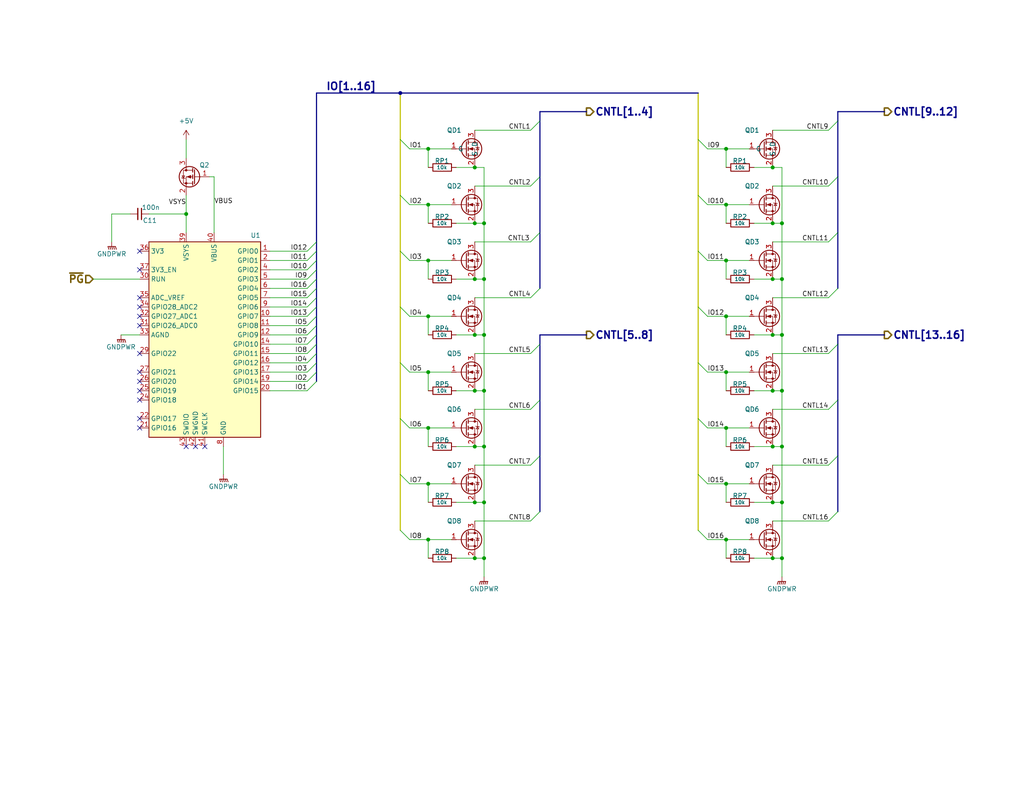
<source format=kicad_sch>
(kicad_sch (version 20230121) (generator eeschema)

  (uuid 22a5fc9a-d622-4824-9b91-e82eadbfce04)

  (paper "USLetter")

  (title_block
    (title "Pico W 2X SSR Control")
    (date "2023-03-15")
    (rev "0.0.2")
    (company "Michael Cummings")
    (comment 1 "https://ohwr.org/project/cernohl/wikis/Documents/CERN-OHL-version-2")
    (comment 2 "Hardware License: CERN-OHL-W")
    (comment 3 "https://creativecommons.org/licenses/by-sa/4.0/")
    (comment 4 "License: CC By SA 4.0")
  )

  (lib_symbols
    (symbol "2N7002K_1" (in_bom yes) (on_board yes)
      (property "Reference" "QD1" (at 5.334 1.2701 0)
        (effects (font (size 1.27 1.27)) (justify left))
      )
      (property "Value" "2N7002K_1" (at 6.35 -16.51 0)
        (effects (font (size 1.27 1.27)) (justify left) hide)
      )
      (property "Footprint" "Package_TO_SOT_SMD:SOT-23" (at 6.35 -19.685 0)
        (effects (font (size 1.27 1.27) italic) (justify left) hide)
      )
      (property "Datasheet" "https://www.diodes.com/assets/Datasheets/ds30896.pdf" (at 6.35 -22.86 0)
        (effects (font (size 1.27 1.27)) (justify left) hide)
      )
      (property "ki_keywords" "N-Channel MOSFET" (at 0 0 0)
        (effects (font (size 1.27 1.27)) hide)
      )
      (property "ki_description" "0.38A Id, 60V Vds, N-Channel MOSFET, SOT-23" (at 0 0 0)
        (effects (font (size 1.27 1.27)) hide)
      )
      (property "ki_fp_filters" "SOT?23*" (at 0 0 0)
        (effects (font (size 1.27 1.27)) hide)
      )
      (symbol "2N7002K_1_0_1"
        (polyline
          (pts
            (xy 0.254 0)
            (xy -2.54 0)
          )
          (stroke (width 0) (type default))
          (fill (type none))
        )
        (polyline
          (pts
            (xy 0.254 1.905)
            (xy 0.254 -1.905)
          )
          (stroke (width 0.254) (type default))
          (fill (type none))
        )
        (polyline
          (pts
            (xy 0.762 -1.27)
            (xy 0.762 -2.286)
          )
          (stroke (width 0.254) (type default))
          (fill (type none))
        )
        (polyline
          (pts
            (xy 0.762 0.508)
            (xy 0.762 -0.508)
          )
          (stroke (width 0.254) (type default))
          (fill (type none))
        )
        (polyline
          (pts
            (xy 0.762 2.286)
            (xy 0.762 1.27)
          )
          (stroke (width 0.254) (type default))
          (fill (type none))
        )
        (polyline
          (pts
            (xy 2.54 2.54)
            (xy 2.54 1.778)
          )
          (stroke (width 0) (type default))
          (fill (type none))
        )
        (polyline
          (pts
            (xy 2.54 -2.54)
            (xy 2.54 0)
            (xy 0.762 0)
          )
          (stroke (width 0) (type default))
          (fill (type none))
        )
        (polyline
          (pts
            (xy 0.762 -1.778)
            (xy 3.302 -1.778)
            (xy 3.302 1.778)
            (xy 0.762 1.778)
          )
          (stroke (width 0) (type default))
          (fill (type none))
        )
        (polyline
          (pts
            (xy 1.016 0)
            (xy 2.032 0.381)
            (xy 2.032 -0.381)
            (xy 1.016 0)
          )
          (stroke (width 0) (type default))
          (fill (type outline))
        )
        (polyline
          (pts
            (xy 2.794 0.508)
            (xy 2.921 0.381)
            (xy 3.683 0.381)
            (xy 3.81 0.254)
          )
          (stroke (width 0) (type default))
          (fill (type none))
        )
        (polyline
          (pts
            (xy 3.302 0.381)
            (xy 2.921 -0.254)
            (xy 3.683 -0.254)
            (xy 3.302 0.381)
          )
          (stroke (width 0) (type default))
          (fill (type none))
        )
        (circle (center 1.651 0) (radius 2.794)
          (stroke (width 0.254) (type default))
          (fill (type none))
        )
        (circle (center 2.54 -1.778) (radius 0.254)
          (stroke (width 0) (type default))
          (fill (type outline))
        )
        (circle (center 2.54 1.778) (radius 0.254)
          (stroke (width 0) (type default))
          (fill (type outline))
        )
      )
      (symbol "2N7002K_1_1_1"
        (pin input line (at -3.81 0 0) (length 1.27)
          (name "G" (effects (font (size 1.27 1.27))))
          (number "1" (effects (font (size 1.27 1.27))))
        )
        (pin passive line (at 2.54 -5.08 90) (length 2.54)
          (name "S" (effects (font (size 1.27 1.27))))
          (number "2" (effects (font (size 1.27 1.27))))
        )
        (pin passive line (at 2.54 5.08 270) (length 2.54)
          (name "D" (effects (font (size 1.27 1.27))))
          (number "3" (effects (font (size 1.27 1.27))))
        )
      )
    )
    (symbol "Device:C_Small" (pin_numbers hide) (pin_names (offset 0.254) hide) (in_bom yes) (on_board yes)
      (property "Reference" "C" (at 0.254 1.778 0)
        (effects (font (size 1.27 1.27)) (justify left))
      )
      (property "Value" "C_Small" (at 0.254 -2.032 0)
        (effects (font (size 1.27 1.27)) (justify left))
      )
      (property "Footprint" "" (at 0 0 0)
        (effects (font (size 1.27 1.27)) hide)
      )
      (property "Datasheet" "~" (at 0 0 0)
        (effects (font (size 1.27 1.27)) hide)
      )
      (property "ki_keywords" "capacitor cap" (at 0 0 0)
        (effects (font (size 1.27 1.27)) hide)
      )
      (property "ki_description" "Unpolarized capacitor, small symbol" (at 0 0 0)
        (effects (font (size 1.27 1.27)) hide)
      )
      (property "ki_fp_filters" "C_*" (at 0 0 0)
        (effects (font (size 1.27 1.27)) hide)
      )
      (symbol "C_Small_0_1"
        (polyline
          (pts
            (xy -1.524 -0.508)
            (xy 1.524 -0.508)
          )
          (stroke (width 0.3302) (type default))
          (fill (type none))
        )
        (polyline
          (pts
            (xy -1.524 0.508)
            (xy 1.524 0.508)
          )
          (stroke (width 0.3048) (type default))
          (fill (type none))
        )
      )
      (symbol "C_Small_1_1"
        (pin passive line (at 0 2.54 270) (length 2.032)
          (name "~" (effects (font (size 1.27 1.27))))
          (number "1" (effects (font (size 1.27 1.27))))
        )
        (pin passive line (at 0 -2.54 90) (length 2.032)
          (name "~" (effects (font (size 1.27 1.27))))
          (number "2" (effects (font (size 1.27 1.27))))
        )
      )
    )
    (symbol "Device:R" (pin_numbers hide) (pin_names (offset 0)) (in_bom yes) (on_board yes)
      (property "Reference" "R" (at 2.032 0 90)
        (effects (font (size 1.27 1.27)))
      )
      (property "Value" "R" (at 0 0 90)
        (effects (font (size 1.27 1.27)))
      )
      (property "Footprint" "" (at -1.778 0 90)
        (effects (font (size 1.27 1.27)) hide)
      )
      (property "Datasheet" "~" (at 0 0 0)
        (effects (font (size 1.27 1.27)) hide)
      )
      (property "ki_keywords" "R res resistor" (at 0 0 0)
        (effects (font (size 1.27 1.27)) hide)
      )
      (property "ki_description" "Resistor" (at 0 0 0)
        (effects (font (size 1.27 1.27)) hide)
      )
      (property "ki_fp_filters" "R_*" (at 0 0 0)
        (effects (font (size 1.27 1.27)) hide)
      )
      (symbol "R_0_1"
        (rectangle (start -1.016 -2.54) (end 1.016 2.54)
          (stroke (width 0.254) (type default))
          (fill (type none))
        )
      )
      (symbol "R_1_1"
        (pin passive line (at 0 3.81 270) (length 1.27)
          (name "~" (effects (font (size 1.27 1.27))))
          (number "1" (effects (font (size 1.27 1.27))))
        )
        (pin passive line (at 0 -3.81 90) (length 1.27)
          (name "~" (effects (font (size 1.27 1.27))))
          (number "2" (effects (font (size 1.27 1.27))))
        )
      )
    )
    (symbol "Transistor_FET:2N7002K" (pin_names hide) (in_bom yes) (on_board yes)
      (property "Reference" "QD1" (at 5.334 1.2701 0)
        (effects (font (size 1.27 1.27)) (justify left))
      )
      (property "Value" "2N7002K" (at 6.35 -16.51 0)
        (effects (font (size 1.27 1.27)) (justify left) hide)
      )
      (property "Footprint" "Package_TO_SOT_SMD:SOT-23" (at 6.35 -19.685 0)
        (effects (font (size 1.27 1.27) italic) (justify left) hide)
      )
      (property "Datasheet" "https://www.diodes.com/assets/Datasheets/ds30896.pdf" (at 6.35 -22.86 0)
        (effects (font (size 1.27 1.27)) (justify left) hide)
      )
      (property "ki_keywords" "N-Channel MOSFET" (at 0 0 0)
        (effects (font (size 1.27 1.27)) hide)
      )
      (property "ki_description" "0.38A Id, 60V Vds, N-Channel MOSFET, SOT-23" (at 0 0 0)
        (effects (font (size 1.27 1.27)) hide)
      )
      (property "ki_fp_filters" "SOT?23*" (at 0 0 0)
        (effects (font (size 1.27 1.27)) hide)
      )
      (symbol "2N7002K_0_1"
        (polyline
          (pts
            (xy 0.254 0)
            (xy -2.54 0)
          )
          (stroke (width 0) (type default))
          (fill (type none))
        )
        (polyline
          (pts
            (xy 0.254 1.905)
            (xy 0.254 -1.905)
          )
          (stroke (width 0.254) (type default))
          (fill (type none))
        )
        (polyline
          (pts
            (xy 0.762 -1.27)
            (xy 0.762 -2.286)
          )
          (stroke (width 0.254) (type default))
          (fill (type none))
        )
        (polyline
          (pts
            (xy 0.762 0.508)
            (xy 0.762 -0.508)
          )
          (stroke (width 0.254) (type default))
          (fill (type none))
        )
        (polyline
          (pts
            (xy 0.762 2.286)
            (xy 0.762 1.27)
          )
          (stroke (width 0.254) (type default))
          (fill (type none))
        )
        (polyline
          (pts
            (xy 2.54 2.54)
            (xy 2.54 1.778)
          )
          (stroke (width 0) (type default))
          (fill (type none))
        )
        (polyline
          (pts
            (xy 2.54 -2.54)
            (xy 2.54 0)
            (xy 0.762 0)
          )
          (stroke (width 0) (type default))
          (fill (type none))
        )
        (polyline
          (pts
            (xy 0.762 -1.778)
            (xy 3.302 -1.778)
            (xy 3.302 1.778)
            (xy 0.762 1.778)
          )
          (stroke (width 0) (type default))
          (fill (type none))
        )
        (polyline
          (pts
            (xy 1.016 0)
            (xy 2.032 0.381)
            (xy 2.032 -0.381)
            (xy 1.016 0)
          )
          (stroke (width 0) (type default))
          (fill (type outline))
        )
        (polyline
          (pts
            (xy 2.794 0.508)
            (xy 2.921 0.381)
            (xy 3.683 0.381)
            (xy 3.81 0.254)
          )
          (stroke (width 0) (type default))
          (fill (type none))
        )
        (polyline
          (pts
            (xy 3.302 0.381)
            (xy 2.921 -0.254)
            (xy 3.683 -0.254)
            (xy 3.302 0.381)
          )
          (stroke (width 0) (type default))
          (fill (type none))
        )
        (circle (center 1.651 0) (radius 2.794)
          (stroke (width 0.254) (type default))
          (fill (type none))
        )
        (circle (center 2.54 -1.778) (radius 0.254)
          (stroke (width 0) (type default))
          (fill (type outline))
        )
        (circle (center 2.54 1.778) (radius 0.254)
          (stroke (width 0) (type default))
          (fill (type outline))
        )
      )
      (symbol "2N7002K_1_1"
        (pin input line (at -3.81 0 0) (length 1.27)
          (name "G" (effects (font (size 1.27 1.27))))
          (number "1" (effects (font (size 1.27 1.27))))
        )
        (pin passive line (at 2.54 -5.08 90) (length 2.54)
          (name "S" (effects (font (size 1.27 1.27))))
          (number "2" (effects (font (size 1.27 1.27))))
        )
        (pin passive line (at 2.54 5.08 270) (length 2.54)
          (name "D" (effects (font (size 1.27 1.27))))
          (number "3" (effects (font (size 1.27 1.27))))
        )
      )
    )
    (symbol "dragon_mobile:DMG2305UX-7" (pin_names (offset 1.016) hide) (in_bom yes) (on_board yes)
      (property "Reference" "Q2" (at -6.35 3.175 0)
        (effects (font (size 1.27 1.27)) (justify left))
      )
      (property "Value" "DMG2305UX-7" (at 0 -22.225 0)
        (effects (font (size 1.27 1.27)) (justify left bottom) hide)
      )
      (property "Footprint" "Package_TO_SOT_SMD:SOT-23" (at 0 -24.765 0)
        (effects (font (size 1.27 1.27)) (justify left bottom) hide)
      )
      (property "Datasheet" "https://www.diodes.com/assets/Datasheets/DMG2305UX.pdf" (at 0 -27.305 0)
        (effects (font (size 1.27 1.27)) (justify left bottom) hide)
      )
      (property "Description" "MOSFET P-Ch ENH FET -20V 52mOh -5A" (at 0 -29.845 0)
        (effects (font (size 1.27 1.27)) (justify left bottom) hide)
      )
      (property "MFN" "Diodes Inc." (at 0 -37.465 0)
        (effects (font (size 1.27 1.27)) (justify left bottom) hide)
      )
      (property "MFP" "DMG2305UX" (at 0 -34.925 0)
        (effects (font (size 1.27 1.27)) (justify left bottom) hide)
      )
      (property "Height(mm)" "1.1mm" (at 0 -32.385 0)
        (effects (font (size 1.27 1.27)) (justify left bottom) hide)
      )
      (property "Package" "SOT-23-3" (at 0 -45.085 0)
        (effects (font (size 1.27 1.27)) (justify left bottom) hide)
      )
      (property "Type" "SMD" (at 0 -47.625 0)
        (effects (font (size 1.27 1.27)) (justify left bottom) hide)
      )
      (property "Mouser Part Number" "621-DMG2305UX-7" (at 0 -40.005 0)
        (effects (font (size 1.27 1.27)) (justify left bottom) hide)
      )
      (property "Mouser Price/Stock" "https://www.mouser.com/ProductDetail/Diodes-Incorporated/DMG2305UX-7?qs=L1DZKBg7t5F%2FNBHrjfxC%252Bg%3D%3D" (at 0 -42.545 0)
        (effects (font (size 1.27 1.27)) (justify left bottom) hide)
      )
      (property "ki_keywords" "P-Channel MOSFET" (at 0 0 0)
        (effects (font (size 1.27 1.27)) hide)
      )
      (property "ki_description" "Package_TO_SOT_SMD:SOT-23" (at 0 0 0)
        (effects (font (size 1.27 1.27)) hide)
      )
      (symbol "DMG2305UX-7_0_1"
        (circle (center -0.889 0) (radius 2.794)
          (stroke (width 0.254) (type default))
          (fill (type none))
        )
        (circle (center 0 -1.778) (radius 0.254)
          (stroke (width 0) (type default))
          (fill (type outline))
        )
        (polyline
          (pts
            (xy -2.286 0)
            (xy -3.81 0)
          )
          (stroke (width 0) (type default))
          (fill (type none))
        )
        (polyline
          (pts
            (xy -2.286 1.905)
            (xy -2.286 -1.905)
          )
          (stroke (width 0.254) (type default))
          (fill (type none))
        )
        (polyline
          (pts
            (xy -1.778 -1.27)
            (xy -1.778 -2.286)
          )
          (stroke (width 0.254) (type default))
          (fill (type none))
        )
        (polyline
          (pts
            (xy -1.778 0.508)
            (xy -1.778 -0.508)
          )
          (stroke (width 0.254) (type default))
          (fill (type none))
        )
        (polyline
          (pts
            (xy -1.778 2.286)
            (xy -1.778 1.27)
          )
          (stroke (width 0.254) (type default))
          (fill (type none))
        )
        (polyline
          (pts
            (xy 0 2.54)
            (xy 0 1.778)
          )
          (stroke (width 0) (type default))
          (fill (type none))
        )
        (polyline
          (pts
            (xy 0 -2.54)
            (xy 0 0)
            (xy -1.778 0)
          )
          (stroke (width 0) (type default))
          (fill (type none))
        )
        (polyline
          (pts
            (xy -1.778 1.778)
            (xy 0.762 1.778)
            (xy 0.762 -1.778)
            (xy -1.778 -1.778)
          )
          (stroke (width 0) (type default))
          (fill (type none))
        )
        (polyline
          (pts
            (xy -0.254 0)
            (xy -1.27 0.381)
            (xy -1.27 -0.381)
            (xy -0.254 0)
          )
          (stroke (width 0) (type default))
          (fill (type outline))
        )
        (polyline
          (pts
            (xy 0.254 -0.508)
            (xy 0.381 -0.381)
            (xy 1.143 -0.381)
            (xy 1.27 -0.254)
          )
          (stroke (width 0) (type default))
          (fill (type none))
        )
        (polyline
          (pts
            (xy 0.762 -0.381)
            (xy 0.381 0.254)
            (xy 1.143 0.254)
            (xy 0.762 -0.381)
          )
          (stroke (width 0) (type default))
          (fill (type none))
        )
        (circle (center 0 1.778) (radius 0.254)
          (stroke (width 0) (type default))
          (fill (type outline))
        )
      )
      (symbol "DMG2305UX-7_1_1"
        (pin input line (at -6.35 0 0) (length 2.54)
          (name "G" (effects (font (size 1.27 1.27))))
          (number "1" (effects (font (size 1.27 1.27))))
        )
        (pin power_out line (at 0 -5.08 90) (length 2.54)
          (name "S" (effects (font (size 1.27 1.27))))
          (number "2" (effects (font (size 1.27 1.27))))
        )
        (pin power_in line (at 0 5.08 270) (length 2.54)
          (name "D" (effects (font (size 1.27 1.27))))
          (number "3" (effects (font (size 1.27 1.27))))
        )
      )
    )
    (symbol "dragon_mobile:RaspberryPi-PicoW" (in_bom yes) (on_board yes)
      (property "Reference" "U" (at -13.97 29.21 0)
        (effects (font (size 1.27 1.27)))
      )
      (property "Value" "RaspberryPi-PicoW" (at 0 -45.085 0)
        (effects (font (size 1.27 1.27)) (justify left) hide)
      )
      (property "Footprint" "dragon_mobile:Raspberry_Pi_Pico_THT" (at 0 -48.26 0)
        (effects (font (size 1.27 1.27)) (justify left) hide)
      )
      (property "Datasheet" "https://datasheets.raspberrypi.com/picow/pico-w-datasheet.pdf" (at 0 -50.8 0)
        (effects (font (size 1.27 1.27)) (justify left) hide)
      )
      (property "ki_keywords" "Pico-W RPL RPTL RPi module RP2040 CYW43439 2.4GHz RF radio Wi-Fi WiFi" (at 0 0 0)
        (effects (font (size 1.27 1.27)) hide)
      )
      (property "ki_description" "Raspberry Pi Pico W, RP2040-based microcontroller board with wireless" (at 0 0 0)
        (effects (font (size 1.27 1.27)) hide)
      )
      (property "ki_fp_filters" "Raspberry*Pico* RPi*Pico*" (at 0 0 0)
        (effects (font (size 1.27 1.27)) hide)
      )
      (symbol "RaspberryPi-PicoW_0_1"
        (rectangle (start -15.24 27.94) (end 15.24 -25.4)
          (stroke (width 0.254) (type default))
          (fill (type background))
        )
      )
      (symbol "RaspberryPi-PicoW_1_1"
        (pin bidirectional line (at -17.78 25.4 0) (length 2.54)
          (name "GPIO0" (effects (font (size 1.27 1.27))))
          (number "1" (effects (font (size 1.27 1.27))))
          (alternate "I2C0_SDA" bidirectional line)
          (alternate "PWM0_A" output line)
          (alternate "SPI0_RX" input line)
          (alternate "UART0_TX" output line)
          (alternate "USB_OVCUR_DET" input line)
        )
        (pin bidirectional line (at -17.78 7.62 0) (length 2.54)
          (name "GPIO7" (effects (font (size 1.27 1.27))))
          (number "10" (effects (font (size 1.27 1.27))))
          (alternate "I2C1_SCL" bidirectional line)
          (alternate "PWM3_B" bidirectional line)
          (alternate "SPI0_TX" output line)
          (alternate "USB_VBUS_DET" input line)
          (alternate "~{UART1_RTS}" output line)
        )
        (pin bidirectional line (at -17.78 5.08 0) (length 2.54)
          (name "GPIO8" (effects (font (size 1.27 1.27))))
          (number "11" (effects (font (size 1.27 1.27))))
          (alternate "I2C0_SDA" bidirectional line)
          (alternate "PWM4_A" output line)
          (alternate "SPI1_RX" input line)
          (alternate "UART1_TX" output line)
          (alternate "USB_VBUS_EN" output line)
        )
        (pin bidirectional line (at -17.78 2.54 0) (length 2.54)
          (name "GPIO9" (effects (font (size 1.27 1.27))))
          (number "12" (effects (font (size 1.27 1.27))))
          (alternate "I2C0_SCL" bidirectional line)
          (alternate "PWM4_B" bidirectional line)
          (alternate "UART1_RX" input line)
          (alternate "USB_OVCUR_DET" input line)
          (alternate "~{SPI1_CS}" output line)
        )
        (pin passive line (at -5.08 -27.94 90) (length 2.54) hide
          (name "GND" (effects (font (size 1.27 1.27))))
          (number "13" (effects (font (size 1.27 1.27))))
        )
        (pin bidirectional line (at -17.78 0 0) (length 2.54)
          (name "GPIO10" (effects (font (size 1.27 1.27))))
          (number "14" (effects (font (size 1.27 1.27))))
          (alternate "I2C1_SDA" bidirectional line)
          (alternate "PWM5_A" output line)
          (alternate "SPI1_SCK" bidirectional line)
          (alternate "USB_VBUS_DET" input line)
          (alternate "~{UART1_CTS}" input line)
        )
        (pin bidirectional line (at -17.78 -2.54 0) (length 2.54)
          (name "GPIO11" (effects (font (size 1.27 1.27))))
          (number "15" (effects (font (size 1.27 1.27))))
          (alternate "I2C1_SCL" bidirectional line)
          (alternate "PWM5_B" bidirectional line)
          (alternate "SPI1_TX" output line)
          (alternate "USB_VBUS_EN" output line)
          (alternate "~{UART1_RTS}" output line)
        )
        (pin bidirectional line (at -17.78 -5.08 0) (length 2.54)
          (name "GPIO12" (effects (font (size 1.27 1.27))))
          (number "16" (effects (font (size 1.27 1.27))))
          (alternate "I2C0_SDA" bidirectional line)
          (alternate "PWM6_A" output line)
          (alternate "SPI1_RX" input line)
          (alternate "UART0_TX" output line)
          (alternate "USB_OVCUR_DET" input line)
        )
        (pin bidirectional line (at -17.78 -7.62 0) (length 2.54)
          (name "GPIO13" (effects (font (size 1.27 1.27))))
          (number "17" (effects (font (size 1.27 1.27))))
          (alternate "I2C0_SCL" bidirectional line)
          (alternate "PWM6_B" bidirectional line)
          (alternate "UART0_RX" input line)
          (alternate "USB_VBUS_DET" input line)
          (alternate "~{SPI1_CS}" output line)
        )
        (pin passive line (at -5.08 -27.94 90) (length 2.54) hide
          (name "GND" (effects (font (size 1.27 1.27))))
          (number "18" (effects (font (size 1.27 1.27))))
        )
        (pin bidirectional line (at -17.78 -10.16 0) (length 2.54)
          (name "GPIO14" (effects (font (size 1.27 1.27))))
          (number "19" (effects (font (size 1.27 1.27))))
          (alternate "I2C1_SDA" bidirectional line)
          (alternate "PWM7_A" output line)
          (alternate "SPI1_SCK" bidirectional line)
          (alternate "USB_VBUS_EN" output line)
          (alternate "~{UART0_CTS}" input line)
        )
        (pin bidirectional line (at -17.78 22.86 0) (length 2.54)
          (name "GPIO1" (effects (font (size 1.27 1.27))))
          (number "2" (effects (font (size 1.27 1.27))))
          (alternate "I2C0_SCL" bidirectional line)
          (alternate "PWM0_B" bidirectional line)
          (alternate "UART0_RX" input line)
          (alternate "USB_VBUS_DET" input line)
          (alternate "~{SPI0_CS}" output line)
        )
        (pin bidirectional line (at -17.78 -12.7 0) (length 2.54)
          (name "GPIO15" (effects (font (size 1.27 1.27))))
          (number "20" (effects (font (size 1.27 1.27))))
          (alternate "I2C1_SCL" bidirectional line)
          (alternate "PWM7_B" bidirectional line)
          (alternate "SPI1_TX" output line)
          (alternate "USB_OVCUR_DET" input line)
          (alternate "~{UART0_RTS}" output line)
        )
        (pin bidirectional line (at 17.78 -22.86 180) (length 2.54)
          (name "GPIO16" (effects (font (size 1.27 1.27))))
          (number "21" (effects (font (size 1.27 1.27))))
          (alternate "I2C0_SDA" bidirectional line)
          (alternate "PWM0_A" output line)
          (alternate "SPI0_RX" input line)
          (alternate "UART0_TX" output line)
          (alternate "USB_VBUS_DET" input line)
        )
        (pin bidirectional line (at 17.78 -20.32 180) (length 2.54)
          (name "GPIO17" (effects (font (size 1.27 1.27))))
          (number "22" (effects (font (size 1.27 1.27))))
          (alternate "I2C0_SCL" bidirectional line)
          (alternate "PWM0_B" bidirectional line)
          (alternate "UART0_RX" input line)
          (alternate "USB_VBUS_EN" output line)
          (alternate "~{SPI0_CS}" output line)
        )
        (pin passive line (at -5.08 -27.94 90) (length 2.54) hide
          (name "GND" (effects (font (size 1.27 1.27))))
          (number "23" (effects (font (size 1.27 1.27))))
        )
        (pin bidirectional line (at 17.78 -15.24 180) (length 2.54)
          (name "GPIO18" (effects (font (size 1.27 1.27))))
          (number "24" (effects (font (size 1.27 1.27))))
          (alternate "I2C1_SDA" bidirectional line)
          (alternate "PWM1_A" output line)
          (alternate "SPI0_SCK" bidirectional line)
          (alternate "USB_OVCUR_DET" input line)
          (alternate "~{UART0_CTS}" input line)
        )
        (pin bidirectional line (at 17.78 -12.7 180) (length 2.54)
          (name "GPIO19" (effects (font (size 1.27 1.27))))
          (number "25" (effects (font (size 1.27 1.27))))
          (alternate "I2C1_SCL" bidirectional line)
          (alternate "PWM1_B" bidirectional line)
          (alternate "SPI0_TX" output line)
          (alternate "USB_VBUS_DET" input line)
          (alternate "~{UART0_RTS}" output line)
        )
        (pin bidirectional line (at 17.78 -10.16 180) (length 2.54)
          (name "GPIO20" (effects (font (size 1.27 1.27))))
          (number "26" (effects (font (size 1.27 1.27))))
          (alternate "CLOCK_GPIN0" input line)
          (alternate "I2C0_SDA" bidirectional line)
          (alternate "PWM2_A" output line)
          (alternate "SPI0_RX" input line)
          (alternate "UART1_TX" output line)
          (alternate "USB_VBUS_EN" output line)
        )
        (pin bidirectional line (at 17.78 -7.62 180) (length 2.54)
          (name "GPIO21" (effects (font (size 1.27 1.27))))
          (number "27" (effects (font (size 1.27 1.27))))
          (alternate "CLOCK_GPOUT0" output line)
          (alternate "I2C0_SCL" bidirectional line)
          (alternate "PWM2_B" bidirectional line)
          (alternate "UART1_RX" input line)
          (alternate "USB_OVCUR_DET" input line)
          (alternate "~{SPI0_CS}" output line)
        )
        (pin passive line (at -5.08 -27.94 90) (length 2.54) hide
          (name "GND" (effects (font (size 1.27 1.27))))
          (number "28" (effects (font (size 1.27 1.27))))
        )
        (pin bidirectional line (at 17.78 -2.54 180) (length 2.54)
          (name "GPIO22" (effects (font (size 1.27 1.27))))
          (number "29" (effects (font (size 1.27 1.27))))
          (alternate "CLOCK_GPIN1" input line)
          (alternate "I2C1_SDA" bidirectional line)
          (alternate "PWM3_A" output line)
          (alternate "SPI0_SCK" bidirectional line)
          (alternate "USB_VBUS_DET" input line)
          (alternate "~{UART1_CTS}" input line)
        )
        (pin passive line (at -5.08 -27.94 90) (length 2.54) hide
          (name "GND" (effects (font (size 1.27 1.27))))
          (number "3" (effects (font (size 1.27 1.27))))
        )
        (pin input line (at 17.78 17.78 180) (length 2.54)
          (name "RUN" (effects (font (size 1.27 1.27))))
          (number "30" (effects (font (size 1.27 1.27))))
          (alternate "~{RESET}" input line)
        )
        (pin bidirectional line (at 17.78 5.08 180) (length 2.54)
          (name "GPIO26_ADC0" (effects (font (size 1.27 1.27))))
          (number "31" (effects (font (size 1.27 1.27))))
          (alternate "ADC0" input line)
          (alternate "GPIO26" bidirectional line)
          (alternate "I2C1_SDA" bidirectional line)
          (alternate "PWM5_A" output line)
          (alternate "SPI1_SCK" bidirectional line)
          (alternate "USB_VBUS_EN" output line)
          (alternate "~{UART1_CTS}" input line)
        )
        (pin bidirectional line (at 17.78 7.62 180) (length 2.54)
          (name "GPIO27_ADC1" (effects (font (size 1.27 1.27))))
          (number "32" (effects (font (size 1.27 1.27))))
          (alternate "ADC1" input line)
          (alternate "GPIO27" bidirectional line)
          (alternate "I2C1_SCL" bidirectional line)
          (alternate "PWM5_B" bidirectional line)
          (alternate "SPI1_TX" output line)
          (alternate "USB_OVCUR_DET" input line)
          (alternate "~{UART1_RTS}" output line)
        )
        (pin power_in line (at 17.78 2.54 180) (length 2.54)
          (name "AGND" (effects (font (size 1.27 1.27))))
          (number "33" (effects (font (size 1.27 1.27))))
          (alternate "GND" power_in line)
        )
        (pin bidirectional line (at 17.78 10.16 180) (length 2.54)
          (name "GPIO28_ADC2" (effects (font (size 1.27 1.27))))
          (number "34" (effects (font (size 1.27 1.27))))
          (alternate "ADC2" input line)
          (alternate "GPIO28" bidirectional line)
          (alternate "I2C0_SDA" bidirectional line)
          (alternate "PWM6_A" output line)
          (alternate "SPI1_RX" input line)
          (alternate "UART0_TX" output line)
          (alternate "USB_VBUS_DET" input line)
        )
        (pin power_in line (at 17.78 12.7 180) (length 2.54)
          (name "ADC_VREF" (effects (font (size 1.27 1.27))))
          (number "35" (effects (font (size 1.27 1.27))))
        )
        (pin power_out line (at 17.78 25.4 180) (length 2.54)
          (name "3V3" (effects (font (size 1.27 1.27))))
          (number "36" (effects (font (size 1.27 1.27))))
        )
        (pin input line (at 17.78 20.32 180) (length 2.54)
          (name "3V3_EN" (effects (font (size 1.27 1.27))))
          (number "37" (effects (font (size 1.27 1.27))))
        )
        (pin passive line (at -5.08 -27.94 90) (length 2.54) hide
          (name "GND" (effects (font (size 1.27 1.27))))
          (number "38" (effects (font (size 1.27 1.27))))
        )
        (pin power_in line (at 5.08 30.48 270) (length 2.54)
          (name "VSYS" (effects (font (size 1.27 1.27))))
          (number "39" (effects (font (size 1.27 1.27))))
          (alternate "VSYS" power_in line)
        )
        (pin bidirectional line (at -17.78 20.32 0) (length 2.54)
          (name "GPIO2" (effects (font (size 1.27 1.27))))
          (number "4" (effects (font (size 1.27 1.27))))
          (alternate "I2C1_SDA" bidirectional line)
          (alternate "PWM1_A" output line)
          (alternate "SPI0_SCK" bidirectional line)
          (alternate "USB_VBUS_EN" output line)
          (alternate "~{UART0_CTS}" input line)
        )
        (pin power_out line (at -2.54 30.48 270) (length 2.54)
          (name "VBUS" (effects (font (size 1.27 1.27))))
          (number "40" (effects (font (size 1.27 1.27))))
          (alternate "VBUS" power_in line)
        )
        (pin input line (at 0 -27.94 90) (length 2.54)
          (name "SWCLK" (effects (font (size 1.27 1.27))))
          (number "41" (effects (font (size 1.27 1.27))))
        )
        (pin power_in line (at 2.54 -27.94 90) (length 2.54)
          (name "SWGND" (effects (font (size 1.27 1.27))))
          (number "42" (effects (font (size 1.27 1.27))))
          (alternate "GND" power_in line)
        )
        (pin bidirectional line (at 5.08 -27.94 90) (length 2.54)
          (name "SWDIO" (effects (font (size 1.27 1.27))))
          (number "43" (effects (font (size 1.27 1.27))))
        )
        (pin bidirectional line (at -17.78 17.78 0) (length 2.54)
          (name "GPIO3" (effects (font (size 1.27 1.27))))
          (number "5" (effects (font (size 1.27 1.27))))
          (alternate "I2C1_SCL" bidirectional line)
          (alternate "PWM1_B" bidirectional line)
          (alternate "SPI0_TX" output line)
          (alternate "USB_OVCUR_DET" input line)
          (alternate "~{UART0_RTS}" output line)
        )
        (pin bidirectional line (at -17.78 15.24 0) (length 2.54)
          (name "GPIO4" (effects (font (size 1.27 1.27))))
          (number "6" (effects (font (size 1.27 1.27))))
          (alternate "I2C0_SDA" bidirectional line)
          (alternate "PWM2_A" output line)
          (alternate "SPI0_RX" input line)
          (alternate "UART1_TX" output line)
          (alternate "USB_VBUS_DET" input line)
        )
        (pin bidirectional line (at -17.78 12.7 0) (length 2.54)
          (name "GPIO5" (effects (font (size 1.27 1.27))))
          (number "7" (effects (font (size 1.27 1.27))))
          (alternate "I2C0_SCL" bidirectional line)
          (alternate "PWM2_B" bidirectional line)
          (alternate "UART1_RX" input line)
          (alternate "USB_VBUS_EN" output line)
          (alternate "~{SPI0_CS}" output line)
        )
        (pin power_in line (at -5.08 -27.94 90) (length 2.54)
          (name "GND" (effects (font (size 1.27 1.27))))
          (number "8" (effects (font (size 1.27 1.27))))
        )
        (pin bidirectional line (at -17.78 10.16 0) (length 2.54)
          (name "GPIO6" (effects (font (size 1.27 1.27))))
          (number "9" (effects (font (size 1.27 1.27))))
          (alternate "I2C1_SDA" bidirectional line)
          (alternate "PWM3_A" output line)
          (alternate "SPI0_SCK" bidirectional line)
          (alternate "USB_OVCUR_DET" input line)
          (alternate "~{UART1_CTS}" input line)
        )
      )
    )
    (symbol "power:+5V" (power) (pin_names (offset 0)) (in_bom yes) (on_board yes)
      (property "Reference" "#PWR" (at 0 -3.81 0)
        (effects (font (size 1.27 1.27)) hide)
      )
      (property "Value" "+5V" (at 0 3.556 0)
        (effects (font (size 1.27 1.27)))
      )
      (property "Footprint" "" (at 0 0 0)
        (effects (font (size 1.27 1.27)) hide)
      )
      (property "Datasheet" "" (at 0 0 0)
        (effects (font (size 1.27 1.27)) hide)
      )
      (property "ki_keywords" "global power" (at 0 0 0)
        (effects (font (size 1.27 1.27)) hide)
      )
      (property "ki_description" "Power symbol creates a global label with name \"+5V\"" (at 0 0 0)
        (effects (font (size 1.27 1.27)) hide)
      )
      (symbol "+5V_0_1"
        (polyline
          (pts
            (xy -0.762 1.27)
            (xy 0 2.54)
          )
          (stroke (width 0) (type default))
          (fill (type none))
        )
        (polyline
          (pts
            (xy 0 0)
            (xy 0 2.54)
          )
          (stroke (width 0) (type default))
          (fill (type none))
        )
        (polyline
          (pts
            (xy 0 2.54)
            (xy 0.762 1.27)
          )
          (stroke (width 0) (type default))
          (fill (type none))
        )
      )
      (symbol "+5V_1_1"
        (pin power_in line (at 0 0 90) (length 0) hide
          (name "+5V" (effects (font (size 1.27 1.27))))
          (number "1" (effects (font (size 1.27 1.27))))
        )
      )
    )
    (symbol "power:GNDPWR" (power) (pin_names (offset 0)) (in_bom yes) (on_board yes)
      (property "Reference" "#PWR" (at 0 -5.08 0)
        (effects (font (size 1.27 1.27)) hide)
      )
      (property "Value" "GNDPWR" (at 0 -3.302 0)
        (effects (font (size 1.27 1.27)))
      )
      (property "Footprint" "" (at 0 -1.27 0)
        (effects (font (size 1.27 1.27)) hide)
      )
      (property "Datasheet" "" (at 0 -1.27 0)
        (effects (font (size 1.27 1.27)) hide)
      )
      (property "ki_keywords" "power-flag" (at 0 0 0)
        (effects (font (size 1.27 1.27)) hide)
      )
      (property "ki_description" "Power symbol creates a global label with name \"GNDPWR\" , power ground" (at 0 0 0)
        (effects (font (size 1.27 1.27)) hide)
      )
      (symbol "GNDPWR_0_1"
        (polyline
          (pts
            (xy 0 -1.27)
            (xy 0 0)
          )
          (stroke (width 0) (type default))
          (fill (type none))
        )
        (polyline
          (pts
            (xy -1.016 -1.27)
            (xy -1.27 -2.032)
            (xy -1.27 -2.032)
          )
          (stroke (width 0.2032) (type default))
          (fill (type none))
        )
        (polyline
          (pts
            (xy -0.508 -1.27)
            (xy -0.762 -2.032)
            (xy -0.762 -2.032)
          )
          (stroke (width 0.2032) (type default))
          (fill (type none))
        )
        (polyline
          (pts
            (xy 0 -1.27)
            (xy -0.254 -2.032)
            (xy -0.254 -2.032)
          )
          (stroke (width 0.2032) (type default))
          (fill (type none))
        )
        (polyline
          (pts
            (xy 0.508 -1.27)
            (xy 0.254 -2.032)
            (xy 0.254 -2.032)
          )
          (stroke (width 0.2032) (type default))
          (fill (type none))
        )
        (polyline
          (pts
            (xy 1.016 -1.27)
            (xy -1.016 -1.27)
            (xy -1.016 -1.27)
          )
          (stroke (width 0.2032) (type default))
          (fill (type none))
        )
        (polyline
          (pts
            (xy 1.016 -1.27)
            (xy 0.762 -2.032)
            (xy 0.762 -2.032)
            (xy 0.762 -2.032)
          )
          (stroke (width 0.2032) (type default))
          (fill (type none))
        )
      )
      (symbol "GNDPWR_1_1"
        (pin power_in line (at 0 0 270) (length 0) hide
          (name "GNDPWR" (effects (font (size 1.27 1.27))))
          (number "1" (effects (font (size 1.27 1.27))))
        )
      )
    )
  )

  (junction (at 116.84 86.36) (diameter 0) (color 0 0 0 0)
    (uuid 012731eb-effc-43ca-9800-5575d0117787)
  )
  (junction (at 210.82 91.44) (diameter 0) (color 0 0 0 0)
    (uuid 036bae59-09ed-4ba6-87b0-e101872c32bc)
  )
  (junction (at 50.8 58.42) (diameter 0) (color 0 0 0 0)
    (uuid 15762e02-59f0-4cd6-a6cf-e9f94aa41295)
  )
  (junction (at 210.82 152.4) (diameter 0) (color 0 0 0 0)
    (uuid 1a8347e2-09b3-47b0-b0d7-d0dbf5c0dac3)
  )
  (junction (at 132.08 152.4) (diameter 0) (color 0 0 0 0)
    (uuid 1cedc1f2-18d6-456f-bb53-4bc9ea6cd62c)
  )
  (junction (at 210.82 45.72) (diameter 0) (color 0 0 0 0)
    (uuid 380b6fe9-88d8-469e-9ae4-28214ec84ff1)
  )
  (junction (at 132.08 76.2) (diameter 0) (color 0 0 0 0)
    (uuid 383bb834-3b84-4c27-b291-7961e08f93cc)
  )
  (junction (at 213.36 152.4) (diameter 0) (color 0 0 0 0)
    (uuid 3a9a61bf-8ceb-47e8-996d-46deb3450bc5)
  )
  (junction (at 132.08 121.92) (diameter 0) (color 0 0 0 0)
    (uuid 45aa1122-e65e-47c2-8ab8-2cba0dba5a25)
  )
  (junction (at 210.82 76.2) (diameter 0) (color 0 0 0 0)
    (uuid 48981bf2-14ee-4c27-ba8e-c9fdc45a2241)
  )
  (junction (at 116.84 40.64) (diameter 0) (color 0 0 0 0)
    (uuid 4da7c808-45ad-4ba6-9bf4-804d99bb4151)
  )
  (junction (at 210.82 121.92) (diameter 0) (color 0 0 0 0)
    (uuid 4f37bd67-d8a9-418a-8ebc-5d68c6445b91)
  )
  (junction (at 116.84 116.84) (diameter 0) (color 0 0 0 0)
    (uuid 50f0e62f-1b5c-4371-9981-ad8dbee36558)
  )
  (junction (at 132.08 91.44) (diameter 0) (color 0 0 0 0)
    (uuid 53b117b1-96ac-41ab-890c-889dc71f3251)
  )
  (junction (at 213.36 137.16) (diameter 0) (color 0 0 0 0)
    (uuid 56943a44-ffa0-4729-9332-12589683e769)
  )
  (junction (at 198.12 132.08) (diameter 0) (color 0 0 0 0)
    (uuid 59674625-57c6-430e-b343-1a90ff20693e)
  )
  (junction (at 210.82 137.16) (diameter 0) (color 0 0 0 0)
    (uuid 6036d605-9cbd-4557-b959-66ca1afee4af)
  )
  (junction (at 129.54 152.4) (diameter 0) (color 0 0 0 0)
    (uuid 757b49c9-e7b3-4f4c-ae7a-724e26d320b6)
  )
  (junction (at 132.08 137.16) (diameter 0) (color 0 0 0 0)
    (uuid 76759e98-90dc-4bc9-a5f8-2ca956fcb8b0)
  )
  (junction (at 213.36 76.2) (diameter 0) (color 0 0 0 0)
    (uuid 76adcac3-b4be-4b87-919a-cd2146e14810)
  )
  (junction (at 129.54 91.44) (diameter 0) (color 0 0 0 0)
    (uuid 78629746-8a6d-4b7d-aa1e-c70e36e2c268)
  )
  (junction (at 109.22 25.4) (diameter 0) (color 0 0 0 0)
    (uuid 82e38883-0151-4627-ae4e-f8fee3560fd0)
  )
  (junction (at 213.36 106.68) (diameter 0) (color 0 0 0 0)
    (uuid 8807ced5-3dce-4bb2-97c3-3326765e3a1d)
  )
  (junction (at 116.84 147.32) (diameter 0) (color 0 0 0 0)
    (uuid 960066e1-b1fc-4d6c-8fb2-a4d4a3f5ffce)
  )
  (junction (at 116.84 101.6) (diameter 0) (color 0 0 0 0)
    (uuid 96943db2-7e93-42a0-824a-4bfebbe9d5c8)
  )
  (junction (at 198.12 147.32) (diameter 0) (color 0 0 0 0)
    (uuid 9baf5206-dbe7-4e84-b890-6239eea08899)
  )
  (junction (at 129.54 45.72) (diameter 0) (color 0 0 0 0)
    (uuid 9e246b12-4929-43c8-957f-4e21869570ba)
  )
  (junction (at 129.54 76.2) (diameter 0) (color 0 0 0 0)
    (uuid a74084f9-a02d-4b65-84a5-87f9ef103df3)
  )
  (junction (at 213.36 60.96) (diameter 0) (color 0 0 0 0)
    (uuid a8c8cc8d-0569-48e8-9b4f-5513783c1c30)
  )
  (junction (at 198.12 86.36) (diameter 0) (color 0 0 0 0)
    (uuid ad785f9e-f289-425a-bc69-d3955d247efa)
  )
  (junction (at 132.08 60.96) (diameter 0) (color 0 0 0 0)
    (uuid af8696e3-b19d-4297-8fd4-ff9f7fb72080)
  )
  (junction (at 129.54 106.68) (diameter 0) (color 0 0 0 0)
    (uuid b3c1ad04-b551-4a9f-9f0a-0957c5b84e91)
  )
  (junction (at 132.08 106.68) (diameter 0) (color 0 0 0 0)
    (uuid bfbccfa8-38cb-4530-911f-e654bc7795c5)
  )
  (junction (at 210.82 60.96) (diameter 0) (color 0 0 0 0)
    (uuid c19b5a02-b526-4cd8-8123-5554752f238a)
  )
  (junction (at 198.12 101.6) (diameter 0) (color 0 0 0 0)
    (uuid c37a0218-fd20-469c-b657-d1af912b3111)
  )
  (junction (at 198.12 55.88) (diameter 0) (color 0 0 0 0)
    (uuid cae8ce9c-43db-494a-b100-73f42ce683b6)
  )
  (junction (at 213.36 91.44) (diameter 0) (color 0 0 0 0)
    (uuid d1227c14-ebe5-43ea-9c9e-feb0ec26cd6c)
  )
  (junction (at 198.12 116.84) (diameter 0) (color 0 0 0 0)
    (uuid d15f5403-0baa-4a7d-8b69-6428e20c32a2)
  )
  (junction (at 213.36 121.92) (diameter 0) (color 0 0 0 0)
    (uuid d16908a6-923d-4c38-b75e-ab26bd4885fc)
  )
  (junction (at 198.12 71.12) (diameter 0) (color 0 0 0 0)
    (uuid d88be795-b025-421a-be53-c85c58866dde)
  )
  (junction (at 129.54 121.92) (diameter 0) (color 0 0 0 0)
    (uuid d9b4fdec-266c-4e68-a4bb-17890535b762)
  )
  (junction (at 116.84 132.08) (diameter 0) (color 0 0 0 0)
    (uuid db19cf32-2d9f-4108-b507-a5c6e91a06cb)
  )
  (junction (at 129.54 137.16) (diameter 0) (color 0 0 0 0)
    (uuid dd265a91-6cbc-4234-a0ae-726a50e67b8a)
  )
  (junction (at 116.84 55.88) (diameter 0) (color 0 0 0 0)
    (uuid e4de1cb9-ab41-48e8-8e0c-bd13b29b3204)
  )
  (junction (at 198.12 40.64) (diameter 0) (color 0 0 0 0)
    (uuid e5b0df36-7857-40d7-a17e-db82af9d7933)
  )
  (junction (at 116.84 71.12) (diameter 0) (color 0 0 0 0)
    (uuid e8a6f297-b2c4-469a-837e-959b1dacb624)
  )
  (junction (at 210.82 106.68) (diameter 0) (color 0 0 0 0)
    (uuid e98fca40-117f-4949-9594-27e066f145a5)
  )
  (junction (at 129.54 60.96) (diameter 0) (color 0 0 0 0)
    (uuid ed5bd6b5-0272-49c6-aaa5-17d4a3d77e2d)
  )

  (no_connect (at 38.1 109.22) (uuid 310b5630-bd0e-4d40-adcd-cc686933fffe))
  (no_connect (at 38.1 96.52) (uuid 414bf5ca-2ba0-4d90-8374-ccfe9ec50b46))
  (no_connect (at 38.1 83.82) (uuid 431bf3bc-62ba-4dc0-b6e7-546dd3e228f3))
  (no_connect (at 55.88 121.92) (uuid 556ebd20-4794-4223-a6a5-34759b8c4c5a))
  (no_connect (at 50.8 121.92) (uuid 5f275d3f-16ef-477f-86b7-8f399391a01c))
  (no_connect (at 38.1 104.14) (uuid 677953fc-63f9-4553-a92b-d099b70e559c))
  (no_connect (at 38.1 116.84) (uuid 696c2314-ff09-4cbd-b1b7-f621247d19e8))
  (no_connect (at 38.1 106.68) (uuid 6b690c8c-9805-459b-99ed-cd44461e6bbe))
  (no_connect (at 38.1 114.3) (uuid 82c86d9c-1694-4e94-950a-b893f39f91ad))
  (no_connect (at 38.1 81.28) (uuid 93f91171-5c1c-4d05-b812-b52a117ff94d))
  (no_connect (at 38.1 68.58) (uuid 9c699d9f-628f-4ceb-8f2e-a9a8bd50fc34))
  (no_connect (at 38.1 73.66) (uuid a3b93226-4993-40a6-82ff-fef854bbc868))
  (no_connect (at 38.1 88.9) (uuid e0d5235a-6066-4678-9d15-d2680191bfe2))
  (no_connect (at 53.34 121.92) (uuid e9ae0612-2993-4ba5-bcbd-0691f65d9eb6))
  (no_connect (at 38.1 86.36) (uuid f88d4d76-8283-4fff-8cd1-c0cc10825cd7))
  (no_connect (at 38.1 101.6) (uuid f9749214-1fc2-4a36-85c1-7420df216e70))

  (bus_entry (at 228.6 48.26) (size -2.54 2.54)
    (stroke (width 0) (type default))
    (uuid 0c9f7aa6-4f7e-4ad7-91a4-34803a6812ba)
  )
  (bus_entry (at 109.22 114.3) (size 2.54 2.54)
    (stroke (width 0) (type default))
    (uuid 1a6e6762-70c5-4e45-916b-ca36ae3bf38b)
  )
  (bus_entry (at 83.82 101.6) (size 2.54 -2.54)
    (stroke (width 0) (type default))
    (uuid 1a7059f3-8e9a-4af3-8e0b-d8d386a8a851)
  )
  (bus_entry (at 228.6 139.7) (size -2.54 2.54)
    (stroke (width 0) (type default))
    (uuid 234a4585-579a-49da-b6ac-d9acef818424)
  )
  (bus_entry (at 83.82 93.98) (size 2.54 -2.54)
    (stroke (width 0) (type default))
    (uuid 2456f1ab-2439-4857-ad57-faacc5de8af0)
  )
  (bus_entry (at 228.6 78.74) (size -2.54 2.54)
    (stroke (width 0) (type default))
    (uuid 2526bcff-108e-4c7e-a360-e29afd64b22b)
  )
  (bus_entry (at 147.32 109.22) (size -2.54 2.54)
    (stroke (width 0) (type default))
    (uuid 29d65953-347b-419c-b52e-4af25d0d3f78)
  )
  (bus_entry (at 228.6 109.22) (size -2.54 2.54)
    (stroke (width 0) (type default))
    (uuid 2a6bacd8-1d12-4192-a2d3-86e4c2e984b8)
  )
  (bus_entry (at 190.5 38.1) (size 2.54 2.54)
    (stroke (width 0) (type default))
    (uuid 2c479a2f-8fca-4ca6-b5ba-b893c6f473a5)
  )
  (bus_entry (at 109.22 144.78) (size 2.54 2.54)
    (stroke (width 0) (type default))
    (uuid 30772141-461e-4524-b3f3-c59619566553)
  )
  (bus_entry (at 147.32 78.74) (size -2.54 2.54)
    (stroke (width 0) (type default))
    (uuid 353447fb-f063-4387-8f3e-c03d27392a50)
  )
  (bus_entry (at 83.82 68.58) (size 2.54 -2.54)
    (stroke (width 0) (type default))
    (uuid 36d730d3-8303-4618-8360-6f0225dff5de)
  )
  (bus_entry (at 83.82 76.2) (size 2.54 -2.54)
    (stroke (width 0) (type default))
    (uuid 3829d0a2-5eb6-45f1-be7b-1fdf67349a50)
  )
  (bus_entry (at 228.6 63.5) (size -2.54 2.54)
    (stroke (width 0) (type default))
    (uuid 40d1fd39-3fdc-4d81-8289-8fc7701fb61c)
  )
  (bus_entry (at 190.5 83.82) (size 2.54 2.54)
    (stroke (width 0) (type default))
    (uuid 487f943c-072d-45a5-a20a-cdebb9ab38d5)
  )
  (bus_entry (at 190.5 144.78) (size 2.54 2.54)
    (stroke (width 0) (type default))
    (uuid 4a4da7d2-cc01-49df-b550-9a0be95779b7)
  )
  (bus_entry (at 83.82 99.06) (size 2.54 -2.54)
    (stroke (width 0) (type default))
    (uuid 4a9f0c35-b54e-4c91-8688-e516e2ad3523)
  )
  (bus_entry (at 147.32 124.46) (size -2.54 2.54)
    (stroke (width 0) (type default))
    (uuid 531f4415-f10f-4c08-8432-d04b48cf4be0)
  )
  (bus_entry (at 228.6 93.98) (size -2.54 2.54)
    (stroke (width 0) (type default))
    (uuid 5912ba2b-99c4-4c07-b3e8-bb1e437af089)
  )
  (bus_entry (at 83.82 71.12) (size 2.54 -2.54)
    (stroke (width 0) (type default))
    (uuid 5952adeb-ef0f-43fd-9011-be58968bdb56)
  )
  (bus_entry (at 147.32 93.98) (size -2.54 2.54)
    (stroke (width 0) (type default))
    (uuid 62dc681e-37e2-4353-8dd6-8e1278461f1d)
  )
  (bus_entry (at 190.5 114.3) (size 2.54 2.54)
    (stroke (width 0) (type default))
    (uuid 73e8483f-98d5-48dd-88ab-1a6a79b6f595)
  )
  (bus_entry (at 228.6 124.46) (size -2.54 2.54)
    (stroke (width 0) (type default))
    (uuid 747a4394-2f54-4cc3-b2da-0b6976cf9202)
  )
  (bus_entry (at 83.82 78.74) (size 2.54 -2.54)
    (stroke (width 0) (type default))
    (uuid 7d93eeb8-de15-491c-b934-8ebeeb6a5e0a)
  )
  (bus_entry (at 109.22 38.1) (size 2.54 2.54)
    (stroke (width 0) (type default))
    (uuid 88ac4d12-d804-4ca7-b5cf-261dfe0c5895)
  )
  (bus_entry (at 109.22 99.06) (size 2.54 2.54)
    (stroke (width 0) (type default))
    (uuid 8ad86d87-b0ad-44ad-b9bf-40f32c7268e1)
  )
  (bus_entry (at 190.5 99.06) (size 2.54 2.54)
    (stroke (width 0) (type default))
    (uuid 8e8518e3-525b-445e-b56b-6d632c1ada0e)
  )
  (bus_entry (at 228.6 33.02) (size -2.54 2.54)
    (stroke (width 0) (type default))
    (uuid 92d95a71-77ef-48ad-8253-655b1eb0e482)
  )
  (bus_entry (at 83.82 83.82) (size 2.54 -2.54)
    (stroke (width 0) (type default))
    (uuid 92e52c50-6ff1-46e8-89f0-972ddb401bb1)
  )
  (bus_entry (at 83.82 91.44) (size 2.54 -2.54)
    (stroke (width 0) (type default))
    (uuid 93738b13-7de5-49c0-9a55-164ea07b8884)
  )
  (bus_entry (at 83.82 81.28) (size 2.54 -2.54)
    (stroke (width 0) (type default))
    (uuid 941787e3-e559-4c83-9167-6f83e9414bcc)
  )
  (bus_entry (at 83.82 86.36) (size 2.54 -2.54)
    (stroke (width 0) (type default))
    (uuid 9abecaa7-5043-4911-8a0e-42018d32bbc4)
  )
  (bus_entry (at 109.22 53.34) (size 2.54 2.54)
    (stroke (width 0) (type default))
    (uuid a621160d-24ef-4bc6-9210-1d5c24b05f57)
  )
  (bus_entry (at 190.5 68.58) (size 2.54 2.54)
    (stroke (width 0) (type default))
    (uuid aa245602-7681-456c-8599-0f4bae70273a)
  )
  (bus_entry (at 83.82 96.52) (size 2.54 -2.54)
    (stroke (width 0) (type default))
    (uuid b807b6ba-1aaa-463d-a02d-a4ac7f88d945)
  )
  (bus_entry (at 83.82 104.14) (size 2.54 -2.54)
    (stroke (width 0) (type default))
    (uuid c469dee4-8b8d-498f-aaa4-ef5cebd2c640)
  )
  (bus_entry (at 190.5 129.54) (size 2.54 2.54)
    (stroke (width 0) (type default))
    (uuid cc304e3e-f62f-4282-8d19-9a9a043d118f)
  )
  (bus_entry (at 109.22 129.54) (size 2.54 2.54)
    (stroke (width 0) (type default))
    (uuid e2c4872b-a12a-4d07-b216-3069fb31d0d3)
  )
  (bus_entry (at 109.22 83.82) (size 2.54 2.54)
    (stroke (width 0) (type default))
    (uuid e49583c1-5357-4a09-9ec1-002600924792)
  )
  (bus_entry (at 83.82 88.9) (size 2.54 -2.54)
    (stroke (width 0) (type default))
    (uuid edfc8994-4f46-479c-985e-c55b55183e89)
  )
  (bus_entry (at 109.22 68.58) (size 2.54 2.54)
    (stroke (width 0) (type default))
    (uuid f014f5d3-183c-4618-979b-79e2fdbede91)
  )
  (bus_entry (at 147.32 139.7) (size -2.54 2.54)
    (stroke (width 0) (type default))
    (uuid f39ae9f5-3ce0-473b-acb5-42dfaf9f4131)
  )
  (bus_entry (at 83.82 73.66) (size 2.54 -2.54)
    (stroke (width 0) (type default))
    (uuid f41293c3-724b-41ed-897a-796f26221787)
  )
  (bus_entry (at 147.32 48.26) (size -2.54 2.54)
    (stroke (width 0) (type default))
    (uuid f66647cf-7224-4f16-aed0-dcc659116c2b)
  )
  (bus_entry (at 190.5 53.34) (size 2.54 2.54)
    (stroke (width 0) (type default))
    (uuid f8ec8645-bed9-4cee-94ae-44c9cc3cbcf8)
  )
  (bus_entry (at 147.32 63.5) (size -2.54 2.54)
    (stroke (width 0) (type default))
    (uuid fb686473-23ac-4bcb-88ba-c6724d8cb7a4)
  )
  (bus_entry (at 83.82 106.68) (size 2.54 -2.54)
    (stroke (width 0) (type default))
    (uuid ff11bc2f-bf36-4b1e-ba7a-3716e1485cbd)
  )
  (bus_entry (at 147.32 33.02) (size -2.54 2.54)
    (stroke (width 0) (type default))
    (uuid ffc62f99-2db9-40bc-9cda-0e9a6d0de7dd)
  )

  (wire (pts (xy 144.78 142.24) (xy 129.54 142.24))
    (stroke (width 0) (type default))
    (uuid 009e7109-d597-4347-b8a8-df6ac16b3966)
  )
  (bus (pts (xy 190.5 129.54) (xy 190.5 144.78))
    (stroke (width 0) (type default) (color 194 194 0 1))
    (uuid 00b7131f-d9f4-488e-9556-906a7ebaf773)
  )

  (wire (pts (xy 226.06 96.52) (xy 210.82 96.52))
    (stroke (width 0) (type default))
    (uuid 0278ddeb-a8d1-4f17-84ce-d2da47d71860)
  )
  (wire (pts (xy 116.84 86.36) (xy 123.19 86.36))
    (stroke (width 0) (type default))
    (uuid 06a784f1-103c-4061-b322-223b4743643e)
  )
  (bus (pts (xy 147.32 48.26) (xy 147.32 63.5))
    (stroke (width 0) (type default))
    (uuid 071a0b91-1a62-4766-ba56-887565657000)
  )

  (wire (pts (xy 73.66 71.12) (xy 83.82 71.12))
    (stroke (width 0) (type default))
    (uuid 074afe3e-23d4-493b-b93c-ab449ff7ed21)
  )
  (wire (pts (xy 111.76 132.08) (xy 116.84 132.08))
    (stroke (width 0) (type default))
    (uuid 08fab8e3-8db7-463e-a649-1490f00bb2fb)
  )
  (wire (pts (xy 226.06 81.28) (xy 210.82 81.28))
    (stroke (width 0) (type default))
    (uuid 0b4ee98e-1122-43be-85fd-6cd1935333d2)
  )
  (wire (pts (xy 116.84 147.32) (xy 116.84 152.4))
    (stroke (width 0) (type default))
    (uuid 10253bc6-8a99-4deb-a0eb-27df93d38afa)
  )
  (wire (pts (xy 198.12 71.12) (xy 204.47 71.12))
    (stroke (width 0) (type default))
    (uuid 110d8bcf-e6c5-4125-a1b3-6ebf2d9cc8be)
  )
  (wire (pts (xy 30.48 66.04) (xy 30.48 58.42))
    (stroke (width 0) (type default))
    (uuid 11425ea8-9ea5-4f34-8f81-8b896f588395)
  )
  (bus (pts (xy 147.32 91.44) (xy 147.32 93.98))
    (stroke (width 0) (type default))
    (uuid 12606ad7-d65a-4d7e-ba65-8edff3382357)
  )
  (bus (pts (xy 109.22 53.34) (xy 109.22 68.58))
    (stroke (width 0) (type default) (color 194 194 0 1))
    (uuid 1321674d-2e60-4c4f-9415-96ffe1af7eb9)
  )

  (wire (pts (xy 124.46 152.4) (xy 129.54 152.4))
    (stroke (width 0) (type default))
    (uuid 14f193b9-6597-45c7-9921-cfd5c088de41)
  )
  (bus (pts (xy 147.32 124.46) (xy 147.32 139.7))
    (stroke (width 0) (type default))
    (uuid 1711ea4e-0dd3-4498-a7d2-5686a0dca0e6)
  )

  (wire (pts (xy 116.84 40.64) (xy 123.19 40.64))
    (stroke (width 0) (type default))
    (uuid 198e67f8-c483-430b-ab53-9ec241f0c5c6)
  )
  (wire (pts (xy 116.84 116.84) (xy 116.84 121.92))
    (stroke (width 0) (type default))
    (uuid 19ee1a01-47eb-4553-9c35-f3d1b87842ef)
  )
  (wire (pts (xy 193.04 86.36) (xy 198.12 86.36))
    (stroke (width 0) (type default))
    (uuid 1a6540ae-c654-4a7e-8943-1f878ab6d7a1)
  )
  (wire (pts (xy 198.12 40.64) (xy 204.47 40.64))
    (stroke (width 0) (type default))
    (uuid 1c711044-4dc9-4242-a657-e762ccc112b6)
  )
  (wire (pts (xy 116.84 101.6) (xy 123.19 101.6))
    (stroke (width 0) (type default))
    (uuid 1ddc7c34-28c2-40d0-933d-1066da1df55d)
  )
  (bus (pts (xy 228.6 93.98) (xy 228.6 109.22))
    (stroke (width 0) (type default))
    (uuid 1df5e1df-0c6d-4215-8409-8dfbe53a7240)
  )
  (bus (pts (xy 109.22 68.58) (xy 109.22 83.82))
    (stroke (width 0) (type default) (color 194 194 0 1))
    (uuid 1ea3cc5c-aa59-4ab1-9cf0-d139eb9f1431)
  )

  (wire (pts (xy 213.36 121.92) (xy 213.36 137.16))
    (stroke (width 0) (type default))
    (uuid 230f7003-9c39-4a3a-9f25-654843fe5412)
  )
  (bus (pts (xy 86.36 25.4) (xy 109.22 25.4))
    (stroke (width 0) (type default))
    (uuid 238c7850-4b5f-421b-b21f-b116bd688e69)
  )

  (wire (pts (xy 116.84 116.84) (xy 123.19 116.84))
    (stroke (width 0) (type default))
    (uuid 24468e99-8f76-4485-a47f-bebd00616299)
  )
  (wire (pts (xy 198.12 40.64) (xy 198.12 45.72))
    (stroke (width 0) (type default))
    (uuid 24b99048-ab0c-4f95-a41d-84d0fe69b1bc)
  )
  (bus (pts (xy 190.5 99.06) (xy 190.5 114.3))
    (stroke (width 0) (type default) (color 194 194 0 1))
    (uuid 25296f5f-cdbe-4748-81ca-27ef76f9b286)
  )
  (bus (pts (xy 109.22 38.1) (xy 109.22 53.34))
    (stroke (width 0) (type default) (color 194 194 0 1))
    (uuid 2624034d-6722-4e93-9c7e-ee5a8bdfb6f0)
  )
  (bus (pts (xy 228.6 124.46) (xy 228.6 139.7))
    (stroke (width 0) (type default))
    (uuid 278b93c2-292d-43af-9299-b682b61604c9)
  )

  (wire (pts (xy 111.76 55.88) (xy 116.84 55.88))
    (stroke (width 0) (type default))
    (uuid 27ebf8d4-d03e-4df7-9c76-9b69a838efb5)
  )
  (bus (pts (xy 86.36 91.44) (xy 86.36 88.9))
    (stroke (width 0) (type default))
    (uuid 28328150-44db-4e43-9f92-a199b54b0ade)
  )

  (wire (pts (xy 111.76 101.6) (xy 116.84 101.6))
    (stroke (width 0) (type default))
    (uuid 29a0e92a-2c45-43a0-b0e0-12084354e372)
  )
  (wire (pts (xy 213.36 137.16) (xy 213.36 152.4))
    (stroke (width 0) (type default))
    (uuid 2b14bdb0-dec7-43db-bc1d-8062f2d8513e)
  )
  (wire (pts (xy 193.04 55.88) (xy 198.12 55.88))
    (stroke (width 0) (type default))
    (uuid 2cad62ed-d8c0-4dbe-9c24-ec1233423c73)
  )
  (bus (pts (xy 109.22 25.4) (xy 109.22 38.1))
    (stroke (width 0) (type default) (color 194 194 0 1))
    (uuid 2d82a8aa-ecff-4cb0-86e7-a79ad8699954)
  )

  (wire (pts (xy 132.08 137.16) (xy 132.08 152.4))
    (stroke (width 0) (type default))
    (uuid 32ec2e3a-4f2e-44d1-b124-e6bbf818153a)
  )
  (bus (pts (xy 228.6 30.48) (xy 228.6 33.02))
    (stroke (width 0) (type default))
    (uuid 34271ce0-ddfe-4d4c-9761-64e9c7395779)
  )

  (wire (pts (xy 226.06 35.56) (xy 210.82 35.56))
    (stroke (width 0) (type default))
    (uuid 346db606-e296-404b-ade3-6eee2551e8e8)
  )
  (wire (pts (xy 226.06 111.76) (xy 210.82 111.76))
    (stroke (width 0) (type default))
    (uuid 351001f1-a482-4493-af46-f0892db9d022)
  )
  (bus (pts (xy 190.5 38.1) (xy 190.5 53.34))
    (stroke (width 0) (type default) (color 194 194 0 1))
    (uuid 35a42a82-d3d4-4224-a833-7d4809cbc71a)
  )

  (wire (pts (xy 73.66 104.14) (xy 83.82 104.14))
    (stroke (width 0) (type default))
    (uuid 36468c77-e043-4da9-994d-7a0ef9117c21)
  )
  (wire (pts (xy 73.66 101.6) (xy 83.82 101.6))
    (stroke (width 0) (type default))
    (uuid 3884a633-bf3d-43fd-aee2-6f95e520f65c)
  )
  (wire (pts (xy 198.12 147.32) (xy 204.47 147.32))
    (stroke (width 0) (type default))
    (uuid 3954a99d-209e-43dc-87a9-c2472edde54d)
  )
  (wire (pts (xy 116.84 86.36) (xy 116.84 91.44))
    (stroke (width 0) (type default))
    (uuid 39bc179a-beed-4b46-8192-e71be0bea1a8)
  )
  (wire (pts (xy 193.04 40.64) (xy 198.12 40.64))
    (stroke (width 0) (type default))
    (uuid 3d335e8e-3791-499e-af01-2bfbf2f01207)
  )
  (wire (pts (xy 205.74 106.68) (xy 210.82 106.68))
    (stroke (width 0) (type default))
    (uuid 3e1568bc-a0ef-4078-8354-97117bc44b37)
  )
  (wire (pts (xy 210.82 121.92) (xy 213.36 121.92))
    (stroke (width 0) (type default))
    (uuid 3f257f63-8102-4c9e-b4fe-57892d733d17)
  )
  (bus (pts (xy 190.5 68.58) (xy 190.5 83.82))
    (stroke (width 0) (type default) (color 194 194 0 1))
    (uuid 3f57737a-5ad2-4da3-8a6b-18e8119de5ca)
  )

  (wire (pts (xy 50.8 58.42) (xy 50.8 63.5))
    (stroke (width 0) (type default))
    (uuid 42b0c523-8f49-42ed-a8fc-67e3ba442e5a)
  )
  (wire (pts (xy 116.84 55.88) (xy 123.19 55.88))
    (stroke (width 0) (type default))
    (uuid 4342ad3c-d062-4e28-a5df-ee807a4acc76)
  )
  (wire (pts (xy 58.42 63.5) (xy 58.42 48.26))
    (stroke (width 0) (type default))
    (uuid 43947840-6dd1-4a8e-bfd1-1f3c17b54c64)
  )
  (wire (pts (xy 144.78 50.8) (xy 129.54 50.8))
    (stroke (width 0) (type default))
    (uuid 44fcd3f0-9323-4ac1-b82f-4f5a0258d51c)
  )
  (bus (pts (xy 86.36 78.74) (xy 86.36 76.2))
    (stroke (width 0) (type default))
    (uuid 45cd74cb-5c1a-4449-a5eb-3102502b5db4)
  )

  (wire (pts (xy 210.82 91.44) (xy 213.36 91.44))
    (stroke (width 0) (type default))
    (uuid 463ce589-8030-4384-8c32-1c019ecc868f)
  )
  (bus (pts (xy 109.22 25.4) (xy 190.5 25.4))
    (stroke (width 0) (type default))
    (uuid 473b1621-f51d-4556-b372-8fdc007e892b)
  )
  (bus (pts (xy 147.32 33.02) (xy 147.32 48.26))
    (stroke (width 0) (type default))
    (uuid 47d16705-7f4e-4461-a634-795fb055926e)
  )
  (bus (pts (xy 147.32 30.48) (xy 160.02 30.48))
    (stroke (width 0) (type default))
    (uuid 481c101b-d91e-47b2-98c7-18d21ff12adb)
  )
  (bus (pts (xy 147.32 63.5) (xy 147.32 78.74))
    (stroke (width 0) (type default))
    (uuid 4a163732-4abc-4e22-8649-ad6043210965)
  )
  (bus (pts (xy 86.36 88.9) (xy 86.36 86.36))
    (stroke (width 0) (type default))
    (uuid 4a669a27-375f-4774-94d3-1a2623f9bf56)
  )
  (bus (pts (xy 190.5 25.4) (xy 190.5 38.1))
    (stroke (width 0) (type default) (color 194 194 0 1))
    (uuid 4c786b73-f657-4d4f-b942-8a07eba82d19)
  )

  (wire (pts (xy 129.54 60.96) (xy 132.08 60.96))
    (stroke (width 0) (type default))
    (uuid 4d4ff4c2-76c8-41c0-995c-b168e601ce60)
  )
  (wire (pts (xy 129.54 76.2) (xy 132.08 76.2))
    (stroke (width 0) (type default))
    (uuid 4d58b953-8e2f-4bda-ab63-624d9414a641)
  )
  (wire (pts (xy 213.36 45.72) (xy 213.36 60.96))
    (stroke (width 0) (type default))
    (uuid 4da2238b-6953-4a2d-a000-8a49d4625c8c)
  )
  (wire (pts (xy 129.54 121.92) (xy 132.08 121.92))
    (stroke (width 0) (type default))
    (uuid 4ef7750a-3a4c-494c-862d-aa5d1b718bee)
  )
  (wire (pts (xy 116.84 147.32) (xy 123.19 147.32))
    (stroke (width 0) (type default))
    (uuid 4f8f7b25-1bb7-4323-8ebe-dcc0a5a3799e)
  )
  (wire (pts (xy 213.36 152.4) (xy 213.36 157.48))
    (stroke (width 0) (type default))
    (uuid 555c12bc-730f-4734-a59a-d9aa961b6be8)
  )
  (bus (pts (xy 190.5 114.3) (xy 190.5 129.54))
    (stroke (width 0) (type default) (color 194 194 0 1))
    (uuid 55e0417d-3441-4e6d-a145-a45b6430093b)
  )
  (bus (pts (xy 228.6 91.44) (xy 228.6 93.98))
    (stroke (width 0) (type default))
    (uuid 58e5375a-f42b-412c-b2f1-dfa160ede9e6)
  )
  (bus (pts (xy 86.36 66.04) (xy 86.36 25.4))
    (stroke (width 0) (type default))
    (uuid 594cc8db-ea72-4a95-93b4-284f9144b64b)
  )

  (wire (pts (xy 198.12 101.6) (xy 204.47 101.6))
    (stroke (width 0) (type default))
    (uuid 5b0cf6a0-ab05-43e0-a031-c03f5423d5e1)
  )
  (wire (pts (xy 129.54 91.44) (xy 132.08 91.44))
    (stroke (width 0) (type default))
    (uuid 5b429f5e-6b13-4874-9f0d-fc161714929f)
  )
  (wire (pts (xy 73.66 99.06) (xy 83.82 99.06))
    (stroke (width 0) (type default))
    (uuid 5c4efaf2-0f08-4b68-afea-56543c41c6bd)
  )
  (wire (pts (xy 73.66 91.44) (xy 83.82 91.44))
    (stroke (width 0) (type default))
    (uuid 5f9f8fca-e995-4e1f-84fb-7649f3e04f65)
  )
  (wire (pts (xy 213.36 60.96) (xy 213.36 76.2))
    (stroke (width 0) (type default))
    (uuid 6040c741-5643-4958-822c-d5f96b9ebf55)
  )
  (wire (pts (xy 124.46 91.44) (xy 129.54 91.44))
    (stroke (width 0) (type default))
    (uuid 6063fa02-b81d-48fa-a59e-8488013e1a16)
  )
  (wire (pts (xy 60.96 121.92) (xy 60.96 129.54))
    (stroke (width 0) (type default))
    (uuid 622f4513-6f58-4157-bee6-ac245140e8ab)
  )
  (wire (pts (xy 58.42 48.26) (xy 57.15 48.26))
    (stroke (width 0) (type default))
    (uuid 6249babe-b7ca-4534-bc12-aa67fd5e7218)
  )
  (bus (pts (xy 190.5 53.34) (xy 190.5 68.58))
    (stroke (width 0) (type default) (color 194 194 0 1))
    (uuid 629e2746-3ea6-41b9-8073-99b79eb86eb3)
  )

  (wire (pts (xy 111.76 86.36) (xy 116.84 86.36))
    (stroke (width 0) (type default))
    (uuid 643fdb0f-1fad-460c-88b7-d3806069df58)
  )
  (wire (pts (xy 226.06 142.24) (xy 210.82 142.24))
    (stroke (width 0) (type default))
    (uuid 65a50b1c-0275-4e21-a028-806a127a7f4e)
  )
  (wire (pts (xy 213.36 152.4) (xy 210.82 152.4))
    (stroke (width 0) (type default))
    (uuid 67e9f920-5d51-44cf-85f2-4d04d96a3856)
  )
  (bus (pts (xy 228.6 63.5) (xy 228.6 78.74))
    (stroke (width 0) (type default))
    (uuid 68fa0abb-1ade-4040-84e0-983e4f816767)
  )

  (wire (pts (xy 198.12 116.84) (xy 198.12 121.92))
    (stroke (width 0) (type default))
    (uuid 6a5abe82-f252-4f5b-a6df-09da58209cbb)
  )
  (wire (pts (xy 213.36 76.2) (xy 213.36 91.44))
    (stroke (width 0) (type default))
    (uuid 6a6cb57b-2c41-4962-994e-be4a7cea6b99)
  )
  (wire (pts (xy 73.66 93.98) (xy 83.82 93.98))
    (stroke (width 0) (type default))
    (uuid 6ae00f7f-9a5f-4463-a171-bf6625c73372)
  )
  (wire (pts (xy 40.64 58.42) (xy 50.8 58.42))
    (stroke (width 0) (type default))
    (uuid 6af8a9be-a637-4b0c-a086-76a2f01b45e5)
  )
  (wire (pts (xy 205.74 152.4) (xy 210.82 152.4))
    (stroke (width 0) (type default))
    (uuid 6c36eb1a-04d9-4d11-9e5d-992acb6bff57)
  )
  (wire (pts (xy 50.8 53.34) (xy 50.8 58.42))
    (stroke (width 0) (type default))
    (uuid 6d38fc31-e681-4879-ac87-af492fb6c8e2)
  )
  (wire (pts (xy 193.04 71.12) (xy 198.12 71.12))
    (stroke (width 0) (type default))
    (uuid 6e6a6d9e-1be8-4a69-8717-4b481faf88e5)
  )
  (wire (pts (xy 25.4 76.2) (xy 38.1 76.2))
    (stroke (width 0) (type default))
    (uuid 6e869653-d537-4a66-88c3-70964b22e16a)
  )
  (wire (pts (xy 210.82 106.68) (xy 213.36 106.68))
    (stroke (width 0) (type default))
    (uuid 6e9c1487-c7cf-4a17-8763-2805380360e9)
  )
  (wire (pts (xy 205.74 60.96) (xy 210.82 60.96))
    (stroke (width 0) (type default))
    (uuid 746ea937-db85-4ee3-8449-c311f1190c38)
  )
  (wire (pts (xy 73.66 76.2) (xy 83.82 76.2))
    (stroke (width 0) (type default))
    (uuid 74755e23-0177-447b-a6ff-ee2addb367da)
  )
  (wire (pts (xy 73.66 96.52) (xy 83.82 96.52))
    (stroke (width 0) (type default))
    (uuid 751e5939-2710-424f-92b8-e7b19c3a1d98)
  )
  (wire (pts (xy 198.12 101.6) (xy 198.12 106.68))
    (stroke (width 0) (type default))
    (uuid 755af311-2aa3-47f7-a29b-4355d47d254b)
  )
  (wire (pts (xy 73.66 81.28) (xy 83.82 81.28))
    (stroke (width 0) (type default))
    (uuid 798881e5-513f-4528-b462-d0719f952f2d)
  )
  (wire (pts (xy 193.04 147.32) (xy 198.12 147.32))
    (stroke (width 0) (type default))
    (uuid 7a3c4b19-802f-493d-b7a3-cbbec4d1d061)
  )
  (wire (pts (xy 116.84 132.08) (xy 116.84 137.16))
    (stroke (width 0) (type default))
    (uuid 7a8dd748-2d27-40ed-b697-f5476f39abff)
  )
  (bus (pts (xy 160.02 91.44) (xy 147.32 91.44))
    (stroke (width 0) (type default))
    (uuid 7afaaf61-cdf8-4afe-b169-4225eb3cfcbb)
  )

  (wire (pts (xy 132.08 91.44) (xy 132.08 106.68))
    (stroke (width 0) (type default))
    (uuid 7c3bee07-d5b6-4634-8e84-62e545add911)
  )
  (bus (pts (xy 86.36 71.12) (xy 86.36 73.66))
    (stroke (width 0) (type default))
    (uuid 7c628b13-3dae-4afc-9fb7-177720ecf3b0)
  )

  (wire (pts (xy 198.12 132.08) (xy 204.47 132.08))
    (stroke (width 0) (type default))
    (uuid 7cffd406-58c4-419f-a37a-e8a2704b7997)
  )
  (wire (pts (xy 198.12 71.12) (xy 198.12 76.2))
    (stroke (width 0) (type default))
    (uuid 7d800914-5a38-46fa-82d3-edb931402e4b)
  )
  (wire (pts (xy 205.74 121.92) (xy 210.82 121.92))
    (stroke (width 0) (type default))
    (uuid 7e1c80ba-7216-42db-8caf-2650425eaf1e)
  )
  (wire (pts (xy 50.8 38.1) (xy 50.8 43.18))
    (stroke (width 0) (type default))
    (uuid 7efedec0-76dd-4622-b065-79d5f97996c1)
  )
  (bus (pts (xy 86.36 93.98) (xy 86.36 91.44))
    (stroke (width 0) (type default))
    (uuid 7f599b6f-670b-4317-bb3d-021c4027b891)
  )

  (wire (pts (xy 38.1 91.44) (xy 33.02 91.44))
    (stroke (width 0) (type default))
    (uuid 7f97640b-3920-485d-8ea2-b473620d17ae)
  )
  (bus (pts (xy 109.22 129.54) (xy 109.22 144.78))
    (stroke (width 0) (type default) (color 194 194 0 1))
    (uuid 7fcd2ad3-f9a4-4d87-a371-23cb1214b3b1)
  )

  (wire (pts (xy 198.12 55.88) (xy 198.12 60.96))
    (stroke (width 0) (type default))
    (uuid 819b87d5-38ab-48f2-8eac-83a8ae5630c5)
  )
  (bus (pts (xy 147.32 30.48) (xy 147.32 33.02))
    (stroke (width 0) (type default))
    (uuid 8388f34f-9c85-4890-b334-b669c103f0df)
  )

  (wire (pts (xy 198.12 116.84) (xy 204.47 116.84))
    (stroke (width 0) (type default))
    (uuid 83ca281c-4591-4308-89a0-a747cf4f1940)
  )
  (wire (pts (xy 132.08 121.92) (xy 132.08 137.16))
    (stroke (width 0) (type default))
    (uuid 844bd8de-014c-460f-85cf-9063941f4cfb)
  )
  (wire (pts (xy 226.06 50.8) (xy 210.82 50.8))
    (stroke (width 0) (type default))
    (uuid 86136153-5ea6-48a9-8e56-59f76295680b)
  )
  (wire (pts (xy 210.82 45.72) (xy 213.36 45.72))
    (stroke (width 0) (type default))
    (uuid 86c3a5ef-8c79-42b8-a7ba-ae65b8e467d4)
  )
  (wire (pts (xy 210.82 60.96) (xy 213.36 60.96))
    (stroke (width 0) (type default))
    (uuid 876ba227-2e95-4ea6-a632-44dfb83d224c)
  )
  (wire (pts (xy 129.54 137.16) (xy 132.08 137.16))
    (stroke (width 0) (type default))
    (uuid 8797f505-bb47-4dbb-9eb4-e3fd13c0f9eb)
  )
  (wire (pts (xy 129.54 66.04) (xy 144.78 66.04))
    (stroke (width 0) (type default))
    (uuid 8aebeaf4-52d2-4a73-a409-632b1116578d)
  )
  (wire (pts (xy 193.04 132.08) (xy 198.12 132.08))
    (stroke (width 0) (type default))
    (uuid 8b893a56-7dce-4eac-bb66-c82dc6e264a7)
  )
  (bus (pts (xy 190.5 83.82) (xy 190.5 99.06))
    (stroke (width 0) (type default) (color 194 194 0 1))
    (uuid 8c953dc2-ef44-4f03-9801-b71fea264e20)
  )
  (bus (pts (xy 147.32 93.98) (xy 147.32 109.22))
    (stroke (width 0) (type default))
    (uuid 8e7b9a42-ac2c-4be2-975c-2fb4121cd918)
  )

  (wire (pts (xy 124.46 45.72) (xy 129.54 45.72))
    (stroke (width 0) (type default))
    (uuid 8fab8198-ad23-43aa-ba5b-5790a37c360b)
  )
  (bus (pts (xy 228.6 30.48) (xy 241.3 30.48))
    (stroke (width 0) (type default))
    (uuid 9092d525-5063-42fe-b8bb-942b9c14cbf1)
  )
  (bus (pts (xy 109.22 114.3) (xy 109.22 129.54))
    (stroke (width 0) (type default) (color 194 194 0 1))
    (uuid 916b435f-6527-4902-ae1d-a6cd415de99e)
  )

  (wire (pts (xy 116.84 71.12) (xy 123.19 71.12))
    (stroke (width 0) (type default))
    (uuid 92d9a2e9-c5b7-4534-9d9e-27a5dd4b680b)
  )
  (wire (pts (xy 116.84 40.64) (xy 116.84 45.72))
    (stroke (width 0) (type default))
    (uuid 93ecfff0-a1bc-42b5-98b2-359191297aee)
  )
  (bus (pts (xy 86.36 101.6) (xy 86.36 99.06))
    (stroke (width 0) (type default))
    (uuid 945d7f1a-6b3e-46e3-a03d-21776ce2e8cc)
  )
  (bus (pts (xy 86.36 68.58) (xy 86.36 71.12))
    (stroke (width 0) (type default))
    (uuid 94a73606-4683-4add-9760-fae6c77fe3a7)
  )

  (wire (pts (xy 73.66 88.9) (xy 83.82 88.9))
    (stroke (width 0) (type default))
    (uuid 951bfe63-8197-42e6-b4b5-bf104fe656cd)
  )
  (wire (pts (xy 205.74 137.16) (xy 210.82 137.16))
    (stroke (width 0) (type default))
    (uuid 95a59ad9-4424-426a-ae36-0cf3d78ef878)
  )
  (bus (pts (xy 86.36 96.52) (xy 86.36 93.98))
    (stroke (width 0) (type default))
    (uuid 95c27965-1c63-4205-af85-c19e77383537)
  )

  (wire (pts (xy 132.08 60.96) (xy 132.08 76.2))
    (stroke (width 0) (type default))
    (uuid 95c65169-e5ae-4399-9931-1038a334ecbc)
  )
  (wire (pts (xy 73.66 86.36) (xy 83.82 86.36))
    (stroke (width 0) (type default))
    (uuid 97f142af-0cb0-4ab9-b801-4e2a324fc8a7)
  )
  (wire (pts (xy 111.76 40.64) (xy 116.84 40.64))
    (stroke (width 0) (type default))
    (uuid 990c0145-a81a-4b72-9399-7be6512cc2af)
  )
  (bus (pts (xy 86.36 86.36) (xy 86.36 83.82))
    (stroke (width 0) (type default))
    (uuid 9930e34d-d686-466a-adf5-185318aa2daa)
  )

  (wire (pts (xy 144.78 35.56) (xy 129.54 35.56))
    (stroke (width 0) (type default))
    (uuid 9ba262b3-5db6-42b3-b4e4-6174fe750e9c)
  )
  (bus (pts (xy 86.36 104.14) (xy 86.36 101.6))
    (stroke (width 0) (type default))
    (uuid 9e1ed236-29ab-496e-8db0-e7fc1ad10469)
  )

  (wire (pts (xy 73.66 83.82) (xy 83.82 83.82))
    (stroke (width 0) (type default))
    (uuid 9ecd3827-1b44-46fc-8b6c-e5273df373be)
  )
  (bus (pts (xy 86.36 81.28) (xy 86.36 78.74))
    (stroke (width 0) (type default))
    (uuid 9f377a8b-3f0f-454c-b519-9f0be2a13f23)
  )

  (wire (pts (xy 124.46 76.2) (xy 129.54 76.2))
    (stroke (width 0) (type default))
    (uuid a369225d-1358-4adb-a632-774e150afc5a)
  )
  (wire (pts (xy 30.48 58.42) (xy 35.56 58.42))
    (stroke (width 0) (type default))
    (uuid a6387ff1-d69b-4ef6-9ca8-35a0a7289bd4)
  )
  (bus (pts (xy 109.22 99.06) (xy 109.22 114.3))
    (stroke (width 0) (type default) (color 194 194 0 1))
    (uuid abbb887f-eefc-4346-a889-237eb353dabe)
  )

  (wire (pts (xy 124.46 137.16) (xy 129.54 137.16))
    (stroke (width 0) (type default))
    (uuid ad41bda7-bbff-4d5c-8b53-85f6970469b3)
  )
  (wire (pts (xy 111.76 147.32) (xy 116.84 147.32))
    (stroke (width 0) (type default))
    (uuid b4c9dd17-d3f9-4cda-9d3a-fdc502c5a459)
  )
  (wire (pts (xy 198.12 147.32) (xy 198.12 152.4))
    (stroke (width 0) (type default))
    (uuid b4f27128-7b6d-4a90-9000-a9bf68ae3876)
  )
  (bus (pts (xy 228.6 48.26) (xy 228.6 63.5))
    (stroke (width 0) (type default))
    (uuid b99726a9-87c0-4927-9b2c-29fbb4cbe8bc)
  )

  (wire (pts (xy 132.08 106.68) (xy 132.08 121.92))
    (stroke (width 0) (type default))
    (uuid bb367fb1-d944-4232-9107-4aceb44a27d6)
  )
  (wire (pts (xy 73.66 73.66) (xy 83.82 73.66))
    (stroke (width 0) (type default))
    (uuid bc7f1ae6-5167-44e5-af56-0ff4d52a206d)
  )
  (bus (pts (xy 147.32 109.22) (xy 147.32 124.46))
    (stroke (width 0) (type default))
    (uuid bc8864ae-f744-4eaa-88ef-01ffbf767522)
  )

  (wire (pts (xy 226.06 127) (xy 210.82 127))
    (stroke (width 0) (type default))
    (uuid bca54454-c7b5-4971-8f7f-81084f65cf26)
  )
  (wire (pts (xy 73.66 106.68) (xy 83.82 106.68))
    (stroke (width 0) (type default))
    (uuid bcf620fc-b0df-4cc8-b09d-2407f5aa7b73)
  )
  (wire (pts (xy 205.74 76.2) (xy 210.82 76.2))
    (stroke (width 0) (type default))
    (uuid bd6a85e4-5816-4b2d-b7ed-24f4a4be0e3f)
  )
  (wire (pts (xy 144.78 127) (xy 129.54 127))
    (stroke (width 0) (type default))
    (uuid be17da1e-6603-437f-9dea-bfca56df88fd)
  )
  (wire (pts (xy 132.08 152.4) (xy 129.54 152.4))
    (stroke (width 0) (type default))
    (uuid bf41ff26-63f7-41b1-bbb4-7a9f77f40cd7)
  )
  (wire (pts (xy 198.12 86.36) (xy 204.47 86.36))
    (stroke (width 0) (type default))
    (uuid c02d68a5-24ef-47a0-9b6f-d265223412e0)
  )
  (bus (pts (xy 86.36 99.06) (xy 86.36 96.52))
    (stroke (width 0) (type default))
    (uuid c244def9-8926-4986-8394-a07f03048eff)
  )

  (wire (pts (xy 193.04 116.84) (xy 198.12 116.84))
    (stroke (width 0) (type default))
    (uuid c4373c93-befa-4309-8e5b-14d0167de763)
  )
  (wire (pts (xy 124.46 121.92) (xy 129.54 121.92))
    (stroke (width 0) (type default))
    (uuid c5464e5d-1f41-4709-9c6e-012fc29d40d0)
  )
  (wire (pts (xy 226.06 66.04) (xy 210.82 66.04))
    (stroke (width 0) (type default))
    (uuid c5fc60cb-3cc8-499c-bfbc-37ee1b02884f)
  )
  (wire (pts (xy 198.12 132.08) (xy 198.12 137.16))
    (stroke (width 0) (type default))
    (uuid c6875ef0-fec4-4012-bdac-f88444e17f8c)
  )
  (wire (pts (xy 129.54 45.72) (xy 132.08 45.72))
    (stroke (width 0) (type default))
    (uuid c6a8cd5a-8c0c-4866-a645-92235e429e15)
  )
  (wire (pts (xy 213.36 106.68) (xy 213.36 121.92))
    (stroke (width 0) (type default))
    (uuid c95f1ea1-ba43-4093-bd94-a51a721c62ad)
  )
  (wire (pts (xy 144.78 111.76) (xy 129.54 111.76))
    (stroke (width 0) (type default))
    (uuid ca0f9a35-44c6-4964-9b0a-e8cc32417f33)
  )
  (wire (pts (xy 73.66 78.74) (xy 83.82 78.74))
    (stroke (width 0) (type default))
    (uuid cc826e4c-7801-4198-a20e-f22cbf0f7af2)
  )
  (wire (pts (xy 116.84 55.88) (xy 116.84 60.96))
    (stroke (width 0) (type default))
    (uuid cda62e74-eec5-4926-93ba-cde022f42602)
  )
  (bus (pts (xy 228.6 109.22) (xy 228.6 124.46))
    (stroke (width 0) (type default))
    (uuid ce4e1b18-fbd1-4ec2-a5bd-757c49d828c9)
  )

  (wire (pts (xy 213.36 91.44) (xy 213.36 106.68))
    (stroke (width 0) (type default))
    (uuid d5bdb720-3e6c-475f-9af4-0b338811560c)
  )
  (wire (pts (xy 124.46 60.96) (xy 129.54 60.96))
    (stroke (width 0) (type default))
    (uuid d613132c-3a95-41b6-8322-fb33eefd3d90)
  )
  (wire (pts (xy 210.82 76.2) (xy 213.36 76.2))
    (stroke (width 0) (type default))
    (uuid d920b47e-f90d-4d2b-a825-35c4bcde1410)
  )
  (bus (pts (xy 86.36 83.82) (xy 86.36 81.28))
    (stroke (width 0) (type default))
    (uuid d9ca13d3-a19d-4f6e-8141-4e36ae285df6)
  )

  (wire (pts (xy 73.66 68.58) (xy 83.82 68.58))
    (stroke (width 0) (type default))
    (uuid da2576f8-2fa9-4547-858f-8358f5a0da91)
  )
  (wire (pts (xy 193.04 101.6) (xy 198.12 101.6))
    (stroke (width 0) (type default))
    (uuid dc1bf510-1cdc-4e0b-83ff-cfc4b38cdd74)
  )
  (wire (pts (xy 198.12 86.36) (xy 198.12 91.44))
    (stroke (width 0) (type default))
    (uuid dda2e89a-1ec0-44eb-907b-7436e99067a5)
  )
  (wire (pts (xy 129.54 106.68) (xy 132.08 106.68))
    (stroke (width 0) (type default))
    (uuid e2af772b-342f-43ba-a03f-fc5772e2168e)
  )
  (wire (pts (xy 111.76 71.12) (xy 116.84 71.12))
    (stroke (width 0) (type default))
    (uuid e5954b10-ea7c-420f-b340-3773ce0dc7e0)
  )
  (wire (pts (xy 144.78 81.28) (xy 129.54 81.28))
    (stroke (width 0) (type default))
    (uuid e5a98471-fb6a-4e94-9cf7-59864e932253)
  )
  (wire (pts (xy 144.78 96.52) (xy 129.54 96.52))
    (stroke (width 0) (type default))
    (uuid e5ee4f2b-14aa-4b0b-9d5f-bb5c28d87447)
  )
  (wire (pts (xy 116.84 132.08) (xy 123.19 132.08))
    (stroke (width 0) (type default))
    (uuid e7cbd08d-4866-443b-9594-c0b02dcd5063)
  )
  (bus (pts (xy 241.3 91.44) (xy 228.6 91.44))
    (stroke (width 0) (type default))
    (uuid e8c202b8-fc61-4a4c-a040-3faad88be351)
  )

  (wire (pts (xy 111.76 116.84) (xy 116.84 116.84))
    (stroke (width 0) (type default))
    (uuid e9af3ae2-9b10-4844-aaed-dd50481621ad)
  )
  (bus (pts (xy 228.6 33.02) (xy 228.6 48.26))
    (stroke (width 0) (type default))
    (uuid f0056de5-ee41-4370-9e7c-114305308cd7)
  )

  (wire (pts (xy 132.08 76.2) (xy 132.08 91.44))
    (stroke (width 0) (type default))
    (uuid f01216da-2b8c-4b61-80a2-dfaeb59ab051)
  )
  (wire (pts (xy 205.74 91.44) (xy 210.82 91.44))
    (stroke (width 0) (type default))
    (uuid f129ebb5-1b82-44b0-ac19-ff57530cf8bc)
  )
  (wire (pts (xy 124.46 106.68) (xy 129.54 106.68))
    (stroke (width 0) (type default))
    (uuid f14c9cd9-d8f9-4045-9da7-cf9ecbabb079)
  )
  (wire (pts (xy 132.08 45.72) (xy 132.08 60.96))
    (stroke (width 0) (type default))
    (uuid f2545c24-8b81-4cb9-8f46-38a28457445d)
  )
  (wire (pts (xy 116.84 101.6) (xy 116.84 106.68))
    (stroke (width 0) (type default))
    (uuid f2ac8918-1b9d-409f-80bb-dd5ec72fe6ae)
  )
  (wire (pts (xy 205.74 45.72) (xy 210.82 45.72))
    (stroke (width 0) (type default))
    (uuid f37c8745-bed3-4330-ba50-741ccf870686)
  )
  (bus (pts (xy 86.36 68.58) (xy 86.36 66.04))
    (stroke (width 0) (type default))
    (uuid f3a5240c-44e8-4ea6-872d-687149769c75)
  )

  (wire (pts (xy 132.08 152.4) (xy 132.08 157.48))
    (stroke (width 0) (type default))
    (uuid f517e1c9-5252-416f-929c-1dcc0ba64f1b)
  )
  (bus (pts (xy 86.36 76.2) (xy 86.36 73.66))
    (stroke (width 0) (type default))
    (uuid f56bc0b6-648e-4e47-a782-079f6843d1ac)
  )

  (wire (pts (xy 210.82 137.16) (xy 213.36 137.16))
    (stroke (width 0) (type default))
    (uuid f8551d46-a285-495e-ba32-c3693551d681)
  )
  (wire (pts (xy 116.84 71.12) (xy 116.84 76.2))
    (stroke (width 0) (type default))
    (uuid f89c0941-1bf0-4107-b237-ab11344453bd)
  )
  (bus (pts (xy 109.22 83.82) (xy 109.22 99.06))
    (stroke (width 0) (type default) (color 194 194 0 1))
    (uuid fb11bab5-5ce5-4122-a18f-9f7e8fcc00d7)
  )

  (wire (pts (xy 198.12 55.88) (xy 204.47 55.88))
    (stroke (width 0) (type default))
    (uuid fcab95af-5dd8-4367-8fe6-2d64e6c9307a)
  )

  (text "${SHEETNAME}" (at 15.24 17.78 0)
    (effects (font (size 4 4) (thickness 0.4) bold) (justify left bottom))
    (uuid c675635f-e5fd-4006-936e-89471397ffcc)
  )

  (label "IO5" (at 111.76 101.6 0) (fields_autoplaced)
    (effects (font (size 1.27 1.27)) (justify left bottom))
    (uuid 04760c28-03f6-4436-a371-ed6303ca7e20)
  )
  (label "IO12" (at 83.82 68.58 180) (fields_autoplaced)
    (effects (font (size 1.27 1.27)) (justify right bottom))
    (uuid 0677e052-877a-4ae6-876f-dea2243c575e)
  )
  (label "CNTL8" (at 144.78 142.24 180) (fields_autoplaced)
    (effects (font (size 1.27 1.27)) (justify right bottom))
    (uuid 0a2aea78-1f8c-4f02-befc-82edd5df4633)
  )
  (label "IO6" (at 83.82 91.44 180) (fields_autoplaced)
    (effects (font (size 1.27 1.27)) (justify right bottom))
    (uuid 12d833be-c8bd-44b1-abda-bdc9819feadd)
  )
  (label "IO9" (at 83.82 76.2 180) (fields_autoplaced)
    (effects (font (size 1.27 1.27)) (justify right bottom))
    (uuid 22cf2862-2e53-468c-9d5d-8a8dd2373da8)
  )
  (label "IO15" (at 193.04 132.08 0) (fields_autoplaced)
    (effects (font (size 1.27 1.27)) (justify left bottom))
    (uuid 24ceeabe-e4ff-4335-ad14-67f50396239c)
  )
  (label "CNTL3" (at 144.526 66.04 180) (fields_autoplaced)
    (effects (font (size 1.27 1.27)) (justify right bottom))
    (uuid 35d3c691-970f-4e32-8016-8d5c2096107c)
  )
  (label "IO3" (at 111.76 71.12 0) (fields_autoplaced)
    (effects (font (size 1.27 1.27)) (justify left bottom))
    (uuid 3f675801-3389-4d08-b56b-862790dcddd8)
  )
  (label "IO3" (at 83.82 101.6 180) (fields_autoplaced)
    (effects (font (size 1.27 1.27)) (justify right bottom))
    (uuid 4236e45e-2905-4a91-90fb-413a138de0af)
  )
  (label "CNTL12" (at 226.06 81.28 180) (fields_autoplaced)
    (effects (font (size 1.27 1.27)) (justify right bottom))
    (uuid 45fbae12-8103-46ee-a3f1-8bdbb48e8819)
  )
  (label "CNTL9" (at 226.06 35.56 180) (fields_autoplaced)
    (effects (font (size 1.27 1.27)) (justify right bottom))
    (uuid 4e05814b-b5b5-4a9a-81b0-dbdae73d7770)
  )
  (label "IO10" (at 83.82 73.66 180) (fields_autoplaced)
    (effects (font (size 1.27 1.27)) (justify right bottom))
    (uuid 4e200585-48bb-46f8-8c30-87960db5a6b4)
  )
  (label "IO1" (at 111.76 40.64 0) (fields_autoplaced)
    (effects (font (size 1.27 1.27)) (justify left bottom))
    (uuid 50507ad9-c65c-4c92-a57f-33a522169520)
  )
  (label "IO1" (at 83.82 106.68 180) (fields_autoplaced)
    (effects (font (size 1.27 1.27)) (justify right bottom))
    (uuid 56188f07-c9e1-4635-85f0-87c5f3ee0584)
  )
  (label "IO13" (at 83.82 86.36 180) (fields_autoplaced)
    (effects (font (size 1.27 1.27)) (justify right bottom))
    (uuid 56e857df-78c8-4738-8595-735157f7b909)
  )
  (label "VSYS" (at 50.8 56.134 180) (fields_autoplaced)
    (effects (font (size 1.27 1.27)) (justify right bottom))
    (uuid 6218210d-7c82-41de-a512-c6171d6bfdf4)
  )
  (label "CNTL10" (at 226.06 50.8 180) (fields_autoplaced)
    (effects (font (size 1.27 1.27)) (justify right bottom))
    (uuid 653dc7b2-072d-4303-a6e0-b462aa9bad3b)
  )
  (label "IO8" (at 83.82 96.52 180) (fields_autoplaced)
    (effects (font (size 1.27 1.27)) (justify right bottom))
    (uuid 67217bad-89df-42c8-baa6-ea395f069a40)
  )
  (label "CNTL11" (at 226.06 66.04 180) (fields_autoplaced)
    (effects (font (size 1.27 1.27)) (justify right bottom))
    (uuid 6dd311b6-d64d-405d-803b-2de05aa17272)
  )
  (label "IO16" (at 193.04 147.32 0) (fields_autoplaced)
    (effects (font (size 1.27 1.27)) (justify left bottom))
    (uuid 70fbd310-56bd-4ba5-9588-161fd75c2b2f)
  )
  (label "CNTL4" (at 144.78 81.28 180) (fields_autoplaced)
    (effects (font (size 1.27 1.27)) (justify right bottom))
    (uuid 7199e1fa-9659-42ff-b3eb-f425f124f196)
  )
  (label "CNTL2" (at 144.78 50.8 180) (fields_autoplaced)
    (effects (font (size 1.27 1.27)) (justify right bottom))
    (uuid 71dfaa63-6287-460c-b89c-adc8a433beeb)
  )
  (label "IO11" (at 83.82 71.12 180) (fields_autoplaced)
    (effects (font (size 1.27 1.27)) (justify right bottom))
    (uuid 71f59f4e-4b7d-4c17-a169-95fd0f05d49e)
  )
  (label "IO7" (at 111.76 132.08 0) (fields_autoplaced)
    (effects (font (size 1.27 1.27)) (justify left bottom))
    (uuid 73bf0ca7-7121-4e2f-a6b4-6f3616810264)
  )
  (label "IO2" (at 111.76 55.88 0) (fields_autoplaced)
    (effects (font (size 1.27 1.27)) (justify left bottom))
    (uuid 770268b0-c642-4cf8-8336-f386d50d8b94)
  )
  (label "CNTL1" (at 144.78 35.56 180) (fields_autoplaced)
    (effects (font (size 1.27 1.27)) (justify right bottom))
    (uuid 7793d4fc-a151-404a-9660-f988212cb0ca)
  )
  (label "IO5" (at 83.82 88.9 180) (fields_autoplaced)
    (effects (font (size 1.27 1.27)) (justify right bottom))
    (uuid 77d7fe53-1d1e-4a46-8387-89e1324b735f)
  )
  (label "CNTL7" (at 144.78 127 180) (fields_autoplaced)
    (effects (font (size 1.27 1.27)) (justify right bottom))
    (uuid 7891a9c3-4434-4170-85c3-54fb99681451)
  )
  (label "IO6" (at 111.76 116.84 0) (fields_autoplaced)
    (effects (font (size 1.27 1.27)) (justify left bottom))
    (uuid 79f927cd-7de6-4b8f-9a2e-312d9237ec94)
  )
  (label "IO16" (at 83.82 78.74 180) (fields_autoplaced)
    (effects (font (size 1.27 1.27)) (justify right bottom))
    (uuid 7d3caaf4-8a7e-4583-919d-733f4f7d547b)
  )
  (label "IO12" (at 193.04 86.36 0) (fields_autoplaced)
    (effects (font (size 1.27 1.27)) (justify left bottom))
    (uuid 808368c5-f899-445d-aa07-f5837de8c212)
  )
  (label "CNTL5" (at 144.78 96.52 180) (fields_autoplaced)
    (effects (font (size 1.27 1.27)) (justify right bottom))
    (uuid 97d181dc-b33e-4a82-9be9-bc31aa28ae66)
  )
  (label "IO14" (at 193.04 116.84 0) (fields_autoplaced)
    (effects (font (size 1.27 1.27)) (justify left bottom))
    (uuid 9ace8cdf-53ec-483f-adb1-9ccb1ab21bd7)
  )
  (label "IO[1..16]" (at 88.9 25.4 0) (fields_autoplaced)
    (effects (font (size 2 2) (thickness 0.4) bold) (justify left bottom))
    (uuid 9c4a3e53-3ee5-4822-93cb-676925a6b543)
  )
  (label "CNTL14" (at 226.06 111.76 180) (fields_autoplaced)
    (effects (font (size 1.27 1.27)) (justify right bottom))
    (uuid a475483d-0b3b-42eb-a69c-f7813cca4018)
  )
  (label "CNTL13" (at 226.06 96.52 180) (fields_autoplaced)
    (effects (font (size 1.27 1.27)) (justify right bottom))
    (uuid a4c2b333-c36f-4c21-911f-91aec27eddfc)
  )
  (label "CNTL16" (at 226.06 142.24 180) (fields_autoplaced)
    (effects (font (size 1.27 1.27)) (justify right bottom))
    (uuid a59ed00f-d70b-4b49-bbbf-b6a78b6d302b)
  )
  (label "CNTL6" (at 144.78 111.76 180) (fields_autoplaced)
    (effects (font (size 1.27 1.27)) (justify right bottom))
    (uuid b6d1a244-df26-4d6a-8b64-876ed3b0dd5e)
  )
  (label "VBUS" (at 58.42 55.88 0) (fields_autoplaced)
    (effects (font (size 1.27 1.27)) (justify left bottom))
    (uuid d2b82179-06fe-40e1-9eb6-c9ef548a0d82)
  )
  (label "IO13" (at 193.04 101.6 0) (fields_autoplaced)
    (effects (font (size 1.27 1.27)) (justify left bottom))
    (uuid d401f3da-8e67-4195-96a2-e34a4afce776)
  )
  (label "CNTL15" (at 226.06 127 180) (fields_autoplaced)
    (effects (font (size 1.27 1.27)) (justify right bottom))
    (uuid d58da0c2-5b15-4eaa-852b-361881f754bd)
  )
  (label "IO4" (at 111.76 86.36 0) (fields_autoplaced)
    (effects (font (size 1.27 1.27)) (justify left bottom))
    (uuid d5bacfed-90cc-4872-bf5e-900a798152bc)
  )
  (label "IO10" (at 193.04 55.88 0) (fields_autoplaced)
    (effects (font (size 1.27 1.27)) (justify left bottom))
    (uuid d82fe934-36f6-4072-9bd5-0b4299ff384f)
  )
  (label "IO7" (at 83.82 93.98 180) (fields_autoplaced)
    (effects (font (size 1.27 1.27)) (justify right bottom))
    (uuid d9e73976-92c8-443b-a939-6b01a4d803aa)
  )
  (label "IO11" (at 193.04 71.12 0) (fields_autoplaced)
    (effects (font (size 1.27 1.27)) (justify left bottom))
    (uuid e3ed440f-10ac-4331-a431-eb871a423c50)
  )
  (label "IO14" (at 83.82 83.82 180) (fields_autoplaced)
    (effects (font (size 1.27 1.27)) (justify right bottom))
    (uuid e3edae6d-695f-4799-aed3-aea14ad11af0)
  )
  (label "IO15" (at 83.82 81.28 180) (fields_autoplaced)
    (effects (font (size 1.27 1.27)) (justify right bottom))
    (uuid f13bfb75-c569-4aec-aade-8feff3c44d8f)
  )
  (label "IO2" (at 83.82 104.14 180) (fields_autoplaced)
    (effects (font (size 1.27 1.27)) (justify right bottom))
    (uuid f947f5b0-75c4-409b-90a5-92321c7332c3)
  )
  (label "IO8" (at 111.76 147.32 0) (fields_autoplaced)
    (effects (font (size 1.27 1.27)) (justify left bottom))
    (uuid f9487d8b-2861-45f7-8701-06a53b0b94c2)
  )
  (label "IO9" (at 193.04 40.64 0) (fields_autoplaced)
    (effects (font (size 1.27 1.27)) (justify left bottom))
    (uuid fb42ca49-2734-4421-8288-012ffe6069ce)
  )
  (label "IO4" (at 83.82 99.06 180) (fields_autoplaced)
    (effects (font (size 1.27 1.27)) (justify right bottom))
    (uuid fc4b1ea8-8657-48c3-9b03-158615657503)
  )

  (hierarchical_label "CNTL[5..8]" (shape output) (at 160.02 91.44 0) (fields_autoplaced)
    (effects (font (size 2 2) bold) (justify left))
    (uuid 2fd97d64-346c-4590-afd9-0a02a2db19e9)
  )
  (hierarchical_label "CNTL[9..12]" (shape output) (at 241.3 30.48 0) (fields_autoplaced)
    (effects (font (size 2 2) bold) (justify left))
    (uuid 4e34c1bd-365c-400e-b78f-f21fb4a75b42)
  )
  (hierarchical_label "CNTL[13..16]" (shape output) (at 241.3 91.44 0) (fields_autoplaced)
    (effects (font (size 2 2) bold) (justify left))
    (uuid 739977e2-9974-4d5a-890d-533d2059a855)
  )
  (hierarchical_label "CNTL[1..4]" (shape output) (at 160.02 30.48 0) (fields_autoplaced)
    (effects (font (size 2 2) bold) (justify left))
    (uuid 7a921570-c402-44ae-b15b-d6c2c9d269ef)
  )
  (hierarchical_label "~{PG}" (shape input) (at 25.4 76.2 180) (fields_autoplaced)
    (effects (font (size 2 2) bold) (justify right))
    (uuid ac6e33bc-1166-463a-b22c-4abcf28f4176)
  )

  (symbol (lib_id "Device:R") (at 120.65 60.96 90) (unit 1)
    (in_bom yes) (on_board yes) (dnp no)
    (uuid 03d704cd-54d0-4696-a46f-4ce5c97ba230)
    (property "Reference" "RP2" (at 118.618 59.182 90)
      (effects (font (size 1.27 1.27)) (justify right))
    )
    (property "Value" "10k" (at 119.126 60.96 90)
      (effects (font (size 1 1)) (justify right))
    )
    (property "Footprint" "Resistor_SMD:R_0603_1608Metric" (at 120.65 62.738 90)
      (effects (font (size 1.27 1.27)) hide)
    )
    (property "Datasheet" "https://www.mouser.com/datasheet/2/348/ROHM_S_A0011075102_1-2563252.pdf" (at 120.65 60.96 0)
      (effects (font (size 1.27 1.27)) hide)
    )
    (property "Description" "Thick Film Resistors - SMD 0603 10Kohm 5% Anti Surge AEC-Q200" (at 120.65 60.96 0)
      (effects (font (size 1.27 1.27)) hide)
    )
    (property "MFN" "ROHM Semiconductor" (at 120.65 60.96 0)
      (effects (font (size 1.27 1.27)) hide)
    )
    (property "MFP" "SDR03EZPJ103" (at 120.65 60.96 0)
      (effects (font (size 1.27 1.27)) hide)
    )
    (property "Package" "0603" (at 120.65 60.96 0)
      (effects (font (size 1.27 1.27)) hide)
    )
    (property "Type" "SMD" (at 120.65 60.96 0)
      (effects (font (size 1.27 1.27)) hide)
    )
    (property "Your Instructions/Notes" "~" (at 120.65 60.96 0)
      (effects (font (size 1.27 1.27)) hide)
    )
    (property "Characteristics" "Thick Film Resistors - SMD 0603 10Kohm 5% Anti Surge AEC-Q200" (at 120.65 60.96 0)
      (effects (font (size 1.27 1.27)) hide)
    )
    (property "Height (mm)" "0.55" (at 120.65 60.96 0)
      (effects (font (size 1.27 1.27)) hide)
    )
    (property "Mouser Part Number" "755-SDR03EZPJ103" (at 120.65 60.96 0)
      (effects (font (size 1.27 1.27)) hide)
    )
    (property "Mouser Price/Stock" "https://www.mouser.com/ProductDetail/ROHM-Semiconductor/SDR03EZPJ103?qs=byeeYqUIh0PPb7hIBxlHfw%3D%3D" (at 120.65 60.96 0)
      (effects (font (size 1.27 1.27)) hide)
    )
    (pin "1" (uuid 4f0c0e53-f45d-4deb-854b-de372356e85f))
    (pin "2" (uuid dc1b3ea9-0eba-4901-aff0-d60ae1f83fc7))
    (instances
      (project "picow_ssr_control"
        (path "/04b3a773-2568-4dd5-b3b9-f3130861ac39/e73b6763-033f-46e1-9aa1-1a9dd8951104"
          (reference "RP2") (unit 1)
        )
      )
      (project "picow_2x_ssr_control"
        (path "/f6e5fabc-8c1a-4af2-9249-71e11b201fe5/3f0b47f4-d8be-4546-9a76-8d549b7dffea"
          (reference "RP2") (unit 1)
        )
      )
    )
  )

  (symbol (lib_id "Device:R") (at 120.65 91.44 90) (unit 1)
    (in_bom yes) (on_board yes) (dnp no)
    (uuid 085559c5-3b51-4fde-9fbd-696958582f24)
    (property "Reference" "RP4" (at 118.618 89.662 90)
      (effects (font (size 1.27 1.27)) (justify right))
    )
    (property "Value" "10k" (at 119.126 91.44 90)
      (effects (font (size 1 1)) (justify right))
    )
    (property "Footprint" "Resistor_SMD:R_0603_1608Metric" (at 120.65 93.218 90)
      (effects (font (size 1.27 1.27)) hide)
    )
    (property "Datasheet" "https://www.mouser.com/datasheet/2/348/ROHM_S_A0011075102_1-2563252.pdf" (at 120.65 91.44 0)
      (effects (font (size 1.27 1.27)) hide)
    )
    (property "Description" "Thick Film Resistors - SMD 0603 10Kohm 5% Anti Surge AEC-Q200" (at 120.65 91.44 0)
      (effects (font (size 1.27 1.27)) hide)
    )
    (property "MFN" "ROHM Semiconductor" (at 120.65 91.44 0)
      (effects (font (size 1.27 1.27)) hide)
    )
    (property "MFP" "SDR03EZPJ103" (at 120.65 91.44 0)
      (effects (font (size 1.27 1.27)) hide)
    )
    (property "Package" "0603" (at 120.65 91.44 0)
      (effects (font (size 1.27 1.27)) hide)
    )
    (property "Type" "SMD" (at 120.65 91.44 0)
      (effects (font (size 1.27 1.27)) hide)
    )
    (property "Your Instructions/Notes" "~" (at 120.65 91.44 0)
      (effects (font (size 1.27 1.27)) hide)
    )
    (property "Characteristics" "Thick Film Resistors - SMD 0603 10Kohm 5% Anti Surge AEC-Q200" (at 120.65 91.44 0)
      (effects (font (size 1.27 1.27)) hide)
    )
    (property "Height (mm)" "0.55" (at 120.65 91.44 0)
      (effects (font (size 1.27 1.27)) hide)
    )
    (property "Mouser Part Number" "755-SDR03EZPJ103" (at 120.65 91.44 0)
      (effects (font (size 1.27 1.27)) hide)
    )
    (property "Mouser Price/Stock" "https://www.mouser.com/ProductDetail/ROHM-Semiconductor/SDR03EZPJ103?qs=byeeYqUIh0PPb7hIBxlHfw%3D%3D" (at 120.65 91.44 0)
      (effects (font (size 1.27 1.27)) hide)
    )
    (pin "1" (uuid 1c50e74a-b19e-4df0-aeaf-754a0bd75a0a))
    (pin "2" (uuid 358a7e9c-8589-4112-9756-e993574fc5d7))
    (instances
      (project "picow_ssr_control"
        (path "/04b3a773-2568-4dd5-b3b9-f3130861ac39/e73b6763-033f-46e1-9aa1-1a9dd8951104"
          (reference "RP4") (unit 1)
        )
      )
      (project "picow_2x_ssr_control"
        (path "/f6e5fabc-8c1a-4af2-9249-71e11b201fe5/3f0b47f4-d8be-4546-9a76-8d549b7dffea"
          (reference "RP4") (unit 1)
        )
      )
    )
  )

  (symbol (lib_id "power:GNDPWR") (at 132.08 157.48 0) (unit 1)
    (in_bom yes) (on_board yes) (dnp no)
    (uuid 09dc8781-51fd-4576-baf0-e712bd8e02ff)
    (property "Reference" "#PWR08" (at 132.08 162.56 0)
      (effects (font (size 1.27 1.27)) hide)
    )
    (property "Value" "GNDPWR" (at 132.08 160.782 0)
      (effects (font (size 1.27 1.27)))
    )
    (property "Footprint" "" (at 132.08 158.75 0)
      (effects (font (size 1.27 1.27)) hide)
    )
    (property "Datasheet" "" (at 132.08 158.75 0)
      (effects (font (size 1.27 1.27)) hide)
    )
    (pin "1" (uuid bbdb0f54-687b-4995-b61f-067be54c6c78))
    (instances
      (project "picow_ssr_control"
        (path "/04b3a773-2568-4dd5-b3b9-f3130861ac39/e73b6763-033f-46e1-9aa1-1a9dd8951104"
          (reference "#PWR08") (unit 1)
        )
      )
      (project "picow_2x_ssr_control"
        (path "/f6e5fabc-8c1a-4af2-9249-71e11b201fe5/3f0b47f4-d8be-4546-9a76-8d549b7dffea"
          (reference "#PWR013") (unit 1)
        )
      )
    )
  )

  (symbol (lib_id "power:+5V") (at 50.8 38.1 0) (unit 1)
    (in_bom yes) (on_board yes) (dnp no) (fields_autoplaced)
    (uuid 0d1ee413-4800-4515-9dac-642784d5af83)
    (property "Reference" "#PWR03" (at 50.8 41.91 0)
      (effects (font (size 1.27 1.27)) hide)
    )
    (property "Value" "+5V" (at 50.8 33.02 0)
      (effects (font (size 1.27 1.27)))
    )
    (property "Footprint" "" (at 50.8 38.1 0)
      (effects (font (size 1.27 1.27)) hide)
    )
    (property "Datasheet" "" (at 50.8 38.1 0)
      (effects (font (size 1.27 1.27)) hide)
    )
    (pin "1" (uuid dbf2f1c9-6e38-4382-a87a-f70a3d1b70c1))
    (instances
      (project "picow_ssr_control"
        (path "/04b3a773-2568-4dd5-b3b9-f3130861ac39/e73b6763-033f-46e1-9aa1-1a9dd8951104"
          (reference "#PWR03") (unit 1)
        )
      )
      (project "picow_2x_ssr_control"
        (path "/f6e5fabc-8c1a-4af2-9249-71e11b201fe5/3f0b47f4-d8be-4546-9a76-8d549b7dffea"
          (reference "#PWR011") (unit 1)
        )
      )
    )
  )

  (symbol (lib_id "Device:R") (at 201.93 91.44 90) (unit 1)
    (in_bom yes) (on_board yes) (dnp no)
    (uuid 12f3ee00-90e8-46bb-8a59-ebf854894bb2)
    (property "Reference" "RP4" (at 199.898 89.662 90)
      (effects (font (size 1.27 1.27)) (justify right))
    )
    (property "Value" "10k" (at 200.406 91.44 90)
      (effects (font (size 1 1)) (justify right))
    )
    (property "Footprint" "Resistor_SMD:R_0603_1608Metric" (at 201.93 93.218 90)
      (effects (font (size 1.27 1.27)) hide)
    )
    (property "Datasheet" "https://www.mouser.com/datasheet/2/348/ROHM_S_A0011075102_1-2563252.pdf" (at 201.93 91.44 0)
      (effects (font (size 1.27 1.27)) hide)
    )
    (property "Description" "Thick Film Resistors - SMD 0603 10Kohm 5% Anti Surge AEC-Q200" (at 201.93 91.44 0)
      (effects (font (size 1.27 1.27)) hide)
    )
    (property "MFN" "ROHM Semiconductor" (at 201.93 91.44 0)
      (effects (font (size 1.27 1.27)) hide)
    )
    (property "MFP" "SDR03EZPJ103" (at 201.93 91.44 0)
      (effects (font (size 1.27 1.27)) hide)
    )
    (property "Package" "0603" (at 201.93 91.44 0)
      (effects (font (size 1.27 1.27)) hide)
    )
    (property "Type" "SMD" (at 201.93 91.44 0)
      (effects (font (size 1.27 1.27)) hide)
    )
    (property "Your Instructions/Notes" "~" (at 201.93 91.44 0)
      (effects (font (size 1.27 1.27)) hide)
    )
    (property "Characteristics" "Thick Film Resistors - SMD 0603 10Kohm 5% Anti Surge AEC-Q200" (at 201.93 91.44 0)
      (effects (font (size 1.27 1.27)) hide)
    )
    (property "Height (mm)" "0.55" (at 201.93 91.44 0)
      (effects (font (size 1.27 1.27)) hide)
    )
    (property "Mouser Part Number" "755-SDR03EZPJ103" (at 201.93 91.44 0)
      (effects (font (size 1.27 1.27)) hide)
    )
    (property "Mouser Price/Stock" "https://www.mouser.com/ProductDetail/ROHM-Semiconductor/SDR03EZPJ103?qs=byeeYqUIh0PPb7hIBxlHfw%3D%3D" (at 201.93 91.44 0)
      (effects (font (size 1.27 1.27)) hide)
    )
    (pin "1" (uuid febbd46c-3adc-47a0-aeed-b6c1f4bd4d30))
    (pin "2" (uuid 9ce99c0e-d199-45f2-9d09-b193780c71e4))
    (instances
      (project "picow_ssr_control"
        (path "/04b3a773-2568-4dd5-b3b9-f3130861ac39/e73b6763-033f-46e1-9aa1-1a9dd8951104"
          (reference "RP4") (unit 1)
        )
      )
      (project "picow_2x_ssr_control"
        (path "/f6e5fabc-8c1a-4af2-9249-71e11b201fe5/3f0b47f4-d8be-4546-9a76-8d549b7dffea"
          (reference "RP12") (unit 1)
        )
      )
    )
  )

  (symbol (lib_id "Transistor_FET:2N7002K") (at 127 116.84 0) (unit 1)
    (in_bom yes) (on_board yes) (dnp no)
    (uuid 166d8ffc-ad5b-4bff-930e-072f6d357234)
    (property "Reference" "QD6" (at 121.92 111.76 0)
      (effects (font (size 1.27 1.27)) (justify left))
    )
    (property "Value" "2N7002K" (at 133.35 133.35 0)
      (effects (font (size 1.27 1.27)) (justify left) hide)
    )
    (property "Footprint" "dragon_mobile:2V7002KT1G" (at 133.35 136.525 0)
      (effects (font (size 1.27 1.27) italic) (justify left) hide)
    )
    (property "Datasheet" "https://www.diodes.com/assets/Datasheets/ds30896.pdf" (at 133.35 139.7 0)
      (effects (font (size 1.27 1.27)) (justify left) hide)
    )
    (property "Characteristics" "MOSFET N Ch 60Vds, +- 20Vgs, 380mA, 2.5Ohms, 420mW, AEC-Q101 SMD (0603)" (at 127 116.84 0)
      (effects (font (size 1.27 1.27)) hide)
    )
    (property "Description" "MOSFET N Ch 60Vds, +- 20Vgs, 380mA, 2.5Ohms, 420mW, AEC-Q101 SMD (0603)" (at 127 116.84 0)
      (effects (font (size 1.27 1.27)) hide)
    )
    (property "Height (mm)" "1.10" (at 127 116.84 0)
      (effects (font (size 1.27 1.27)) hide)
    )
    (property "MFN" "onsemi" (at 127 116.84 0)
      (effects (font (size 1.27 1.27)) hide)
    )
    (property "MFP" "2V7002KT1G" (at 127 116.84 0)
      (effects (font (size 1.27 1.27)) hide)
    )
    (property "Mouser Part Number" "863-2V7002KT1G" (at 127 116.84 0)
      (effects (font (size 1.27 1.27)) hide)
    )
    (property "Mouser Price/Stock" "https://www.mouser.com/ProductDetail/onsemi/2V7002KT1G?qs=3PKVEWFFm2%252BHUKlmW8gbSQ%3D%3D" (at 127 116.84 0)
      (effects (font (size 1.27 1.27)) hide)
    )
    (property "Package" "SOT-23-3" (at 127 116.84 0)
      (effects (font (size 1.27 1.27)) hide)
    )
    (property "Type" "SMD" (at 127 116.84 0)
      (effects (font (size 1.27 1.27)) hide)
    )
    (pin "1" (uuid 1dfe9953-dadd-4833-a7f0-baa31869e147))
    (pin "2" (uuid 613698b5-79ea-48d4-852b-dfbc838f7378))
    (pin "3" (uuid 10bb03a6-d3f4-43a4-a6ef-652eee2029e7))
    (instances
      (project "picow_ssr_control"
        (path "/04b3a773-2568-4dd5-b3b9-f3130861ac39/e73b6763-033f-46e1-9aa1-1a9dd8951104"
          (reference "QD6") (unit 1)
        )
      )
      (project "picow_2x_ssr_control"
        (path "/f6e5fabc-8c1a-4af2-9249-71e11b201fe5/3f0b47f4-d8be-4546-9a76-8d549b7dffea"
          (reference "QD6") (unit 1)
        )
      )
    )
  )

  (symbol (lib_id "Transistor_FET:2N7002K") (at 127 55.88 0) (unit 1)
    (in_bom yes) (on_board yes) (dnp no)
    (uuid 21599d6d-d332-44b8-94e6-bc6fa2153292)
    (property "Reference" "QD2" (at 121.92 50.8 0)
      (effects (font (size 1.27 1.27)) (justify left))
    )
    (property "Value" "2N7002K" (at 133.35 72.39 0)
      (effects (font (size 1.27 1.27)) (justify left) hide)
    )
    (property "Footprint" "dragon_mobile:2V7002KT1G" (at 133.35 75.565 0)
      (effects (font (size 1.27 1.27) italic) (justify left) hide)
    )
    (property "Datasheet" "https://www.diodes.com/assets/Datasheets/ds30896.pdf" (at 133.35 78.74 0)
      (effects (font (size 1.27 1.27)) (justify left) hide)
    )
    (property "Characteristics" "MOSFET N Ch 60Vds, +- 20Vgs, 380mA, 2.5Ohms, 420mW, AEC-Q101 SMD (0603)" (at 127 55.88 0)
      (effects (font (size 1.27 1.27)) hide)
    )
    (property "Description" "MOSFET N Ch 60Vds, +- 20Vgs, 380mA, 2.5Ohms, 420mW, AEC-Q101 SMD (0603)" (at 127 55.88 0)
      (effects (font (size 1.27 1.27)) hide)
    )
    (property "Height (mm)" "1.10" (at 127 55.88 0)
      (effects (font (size 1.27 1.27)) hide)
    )
    (property "MFN" "onsemi" (at 127 55.88 0)
      (effects (font (size 1.27 1.27)) hide)
    )
    (property "MFP" "2V7002KT1G" (at 127 55.88 0)
      (effects (font (size 1.27 1.27)) hide)
    )
    (property "Mouser Part Number" "863-2V7002KT1G" (at 127 55.88 0)
      (effects (font (size 1.27 1.27)) hide)
    )
    (property "Mouser Price/Stock" "https://www.mouser.com/ProductDetail/onsemi/2V7002KT1G?qs=3PKVEWFFm2%252BHUKlmW8gbSQ%3D%3D" (at 127 55.88 0)
      (effects (font (size 1.27 1.27)) hide)
    )
    (property "Package" "SOT-23-3" (at 127 55.88 0)
      (effects (font (size 1.27 1.27)) hide)
    )
    (property "Type" "SMD" (at 127 55.88 0)
      (effects (font (size 1.27 1.27)) hide)
    )
    (pin "1" (uuid fe24c948-dcc2-460c-9a47-404543f26f8c))
    (pin "2" (uuid 133a24a2-2250-4b00-aec0-22c2308ac2a9))
    (pin "3" (uuid f41dcce2-5868-48a7-9fc8-ec9d04d2d7a3))
    (instances
      (project "picow_ssr_control"
        (path "/04b3a773-2568-4dd5-b3b9-f3130861ac39/e73b6763-033f-46e1-9aa1-1a9dd8951104"
          (reference "QD2") (unit 1)
        )
      )
      (project "picow_2x_ssr_control"
        (path "/f6e5fabc-8c1a-4af2-9249-71e11b201fe5/3f0b47f4-d8be-4546-9a76-8d549b7dffea"
          (reference "QD2") (unit 1)
        )
      )
    )
  )

  (symbol (lib_id "Transistor_FET:2N7002K") (at 208.28 132.08 0) (unit 1)
    (in_bom yes) (on_board yes) (dnp no)
    (uuid 2248c3e1-a7c6-49ee-91bc-180f0272e9e9)
    (property "Reference" "QD7" (at 203.2 127 0)
      (effects (font (size 1.27 1.27)) (justify left))
    )
    (property "Value" "2N7002K" (at 214.63 148.59 0)
      (effects (font (size 1.27 1.27)) (justify left) hide)
    )
    (property "Footprint" "dragon_mobile:2V7002KT1G" (at 214.63 151.765 0)
      (effects (font (size 1.27 1.27) italic) (justify left) hide)
    )
    (property "Datasheet" "https://www.diodes.com/assets/Datasheets/ds30896.pdf" (at 214.63 154.94 0)
      (effects (font (size 1.27 1.27)) (justify left) hide)
    )
    (property "Characteristics" "MOSFET N Ch 60Vds, +- 20Vgs, 380mA, 2.5Ohms, 420mW, AEC-Q101 SMD (0603)" (at 208.28 132.08 0)
      (effects (font (size 1.27 1.27)) hide)
    )
    (property "Description" "MOSFET N Ch 60Vds, +- 20Vgs, 380mA, 2.5Ohms, 420mW, AEC-Q101 SMD (0603)" (at 208.28 132.08 0)
      (effects (font (size 1.27 1.27)) hide)
    )
    (property "Height (mm)" "1.10" (at 208.28 132.08 0)
      (effects (font (size 1.27 1.27)) hide)
    )
    (property "MFN" "onsemi" (at 208.28 132.08 0)
      (effects (font (size 1.27 1.27)) hide)
    )
    (property "MFP" "2V7002KT1G" (at 208.28 132.08 0)
      (effects (font (size 1.27 1.27)) hide)
    )
    (property "Mouser Part Number" "863-2V7002KT1G" (at 208.28 132.08 0)
      (effects (font (size 1.27 1.27)) hide)
    )
    (property "Mouser Price/Stock" "https://www.mouser.com/ProductDetail/onsemi/2V7002KT1G?qs=3PKVEWFFm2%252BHUKlmW8gbSQ%3D%3D" (at 208.28 132.08 0)
      (effects (font (size 1.27 1.27)) hide)
    )
    (property "Package" "SOT-23-3" (at 208.28 132.08 0)
      (effects (font (size 1.27 1.27)) hide)
    )
    (property "Type" "SMD" (at 208.28 132.08 0)
      (effects (font (size 1.27 1.27)) hide)
    )
    (pin "1" (uuid 40ed4413-66b5-4605-9189-2d9897576625))
    (pin "2" (uuid 18d12e44-d8b7-4f87-a59f-f72549eb7461))
    (pin "3" (uuid b0a0b00e-00fd-4afd-b4c4-2edc5744c3e8))
    (instances
      (project "picow_ssr_control"
        (path "/04b3a773-2568-4dd5-b3b9-f3130861ac39/e73b6763-033f-46e1-9aa1-1a9dd8951104"
          (reference "QD7") (unit 1)
        )
      )
      (project "picow_2x_ssr_control"
        (path "/f6e5fabc-8c1a-4af2-9249-71e11b201fe5/3f0b47f4-d8be-4546-9a76-8d549b7dffea"
          (reference "QD15") (unit 1)
        )
      )
    )
  )

  (symbol (lib_id "Device:R") (at 201.93 45.72 90) (unit 1)
    (in_bom yes) (on_board yes) (dnp no)
    (uuid 2c723533-50a5-411f-88b9-a2d2fdca2917)
    (property "Reference" "RP1" (at 199.898 43.942 90)
      (effects (font (size 1.27 1.27)) (justify right))
    )
    (property "Value" "10k" (at 200.406 45.72 90)
      (effects (font (size 1 1)) (justify right))
    )
    (property "Footprint" "Resistor_SMD:R_0603_1608Metric" (at 201.93 47.498 90)
      (effects (font (size 1.27 1.27)) hide)
    )
    (property "Datasheet" "https://www.mouser.com/datasheet/2/348/ROHM_S_A0011075102_1-2563252.pdf" (at 201.93 45.72 0)
      (effects (font (size 1.27 1.27)) hide)
    )
    (property "Description" "Thick Film Resistors - SMD 0603 10Kohm 5% Anti Surge AEC-Q200" (at 201.93 45.72 0)
      (effects (font (size 1.27 1.27)) hide)
    )
    (property "MFN" "ROHM Semiconductor" (at 201.93 45.72 0)
      (effects (font (size 1.27 1.27)) hide)
    )
    (property "MFP" "SDR03EZPJ103" (at 201.93 45.72 0)
      (effects (font (size 1.27 1.27)) hide)
    )
    (property "Package" "0603" (at 201.93 45.72 0)
      (effects (font (size 1.27 1.27)) hide)
    )
    (property "Type" "SMD" (at 201.93 45.72 0)
      (effects (font (size 1.27 1.27)) hide)
    )
    (property "Your Instructions/Notes" "~" (at 201.93 45.72 0)
      (effects (font (size 1.27 1.27)) hide)
    )
    (property "Characteristics" "Thick Film Resistors - SMD 0603 10Kohm 5% Anti Surge AEC-Q200" (at 201.93 45.72 0)
      (effects (font (size 1.27 1.27)) hide)
    )
    (property "Height (mm)" "0.55" (at 201.93 45.72 0)
      (effects (font (size 1.27 1.27)) hide)
    )
    (property "Mouser Part Number" "755-SDR03EZPJ103" (at 201.93 45.72 0)
      (effects (font (size 1.27 1.27)) hide)
    )
    (property "Mouser Price/Stock" "https://www.mouser.com/ProductDetail/ROHM-Semiconductor/SDR03EZPJ103?qs=byeeYqUIh0PPb7hIBxlHfw%3D%3D" (at 201.93 45.72 0)
      (effects (font (size 1.27 1.27)) hide)
    )
    (pin "1" (uuid d53efe6b-b6ed-4f35-87e2-9a5ee92fe662))
    (pin "2" (uuid 4ffaf2fd-800f-4f8d-9f1c-9e47c278ee6a))
    (instances
      (project "picow_ssr_control"
        (path "/04b3a773-2568-4dd5-b3b9-f3130861ac39/e73b6763-033f-46e1-9aa1-1a9dd8951104"
          (reference "RP1") (unit 1)
        )
      )
      (project "picow_2x_ssr_control"
        (path "/f6e5fabc-8c1a-4af2-9249-71e11b201fe5/3f0b47f4-d8be-4546-9a76-8d549b7dffea"
          (reference "RP9") (unit 1)
        )
      )
    )
  )

  (symbol (lib_id "dragon_mobile:DMG2305UX-7") (at 50.8 48.26 0) (mirror y) (unit 1)
    (in_bom yes) (on_board yes) (dnp no) (fields_autoplaced)
    (uuid 2c790a5c-62c2-4d08-bd6f-002be9380bc3)
    (property "Reference" "Q2" (at 57.15 45.085 0)
      (effects (font (size 1.27 1.27)) (justify left))
    )
    (property "Value" "DMG2305UX-7" (at 50.8 70.485 0)
      (effects (font (size 1.27 1.27)) (justify left bottom) hide)
    )
    (property "Footprint" "Package_TO_SOT_SMD:SOT-23" (at 50.8 73.025 0)
      (effects (font (size 1.27 1.27)) (justify left bottom) hide)
    )
    (property "Datasheet" "https://www.diodes.com/assets/Datasheets/DMG2305UX.pdf" (at 50.8 75.565 0)
      (effects (font (size 1.27 1.27)) (justify left bottom) hide)
    )
    (property "Description" "MOSFET P-Ch ENH FET -20V 52mOh -5A" (at 50.8 78.105 0)
      (effects (font (size 1.27 1.27)) (justify left bottom) hide)
    )
    (property "MFN" "Diodes Inc." (at 50.8 85.725 0)
      (effects (font (size 1.27 1.27)) (justify left bottom) hide)
    )
    (property "MFP" "DMG2305UX" (at 50.8 83.185 0)
      (effects (font (size 1.27 1.27)) (justify left bottom) hide)
    )
    (property "Package" "SOT-23-3" (at 50.8 93.345 0)
      (effects (font (size 1.27 1.27)) (justify left bottom) hide)
    )
    (property "Type" "SMD" (at 50.8 95.885 0)
      (effects (font (size 1.27 1.27)) (justify left bottom) hide)
    )
    (property "Mouser Part Number" "621-DMG2305UX-7" (at 50.8 88.265 0)
      (effects (font (size 1.27 1.27)) (justify left bottom) hide)
    )
    (property "Mouser Price/Stock" "https://www.mouser.com/ProductDetail/Diodes-Incorporated/DMG2305UX-7?qs=L1DZKBg7t5F%2FNBHrjfxC%252Bg%3D%3D" (at 50.8 90.805 0)
      (effects (font (size 1.27 1.27)) (justify left bottom) hide)
    )
    (property "Height (mm)" "1.10" (at 50.8 48.26 0)
      (effects (font (size 1.27 1.27)) hide)
    )
    (pin "1" (uuid 53748ff1-7259-4876-b69c-5cd375c41bd1))
    (pin "2" (uuid 026c2b5e-65ae-4394-ab5e-dbd92fefdc25))
    (pin "3" (uuid d538b017-4a0b-447e-acc9-8ba92516014c))
    (instances
      (project "picow_ssr_control"
        (path "/04b3a773-2568-4dd5-b3b9-f3130861ac39/e73b6763-033f-46e1-9aa1-1a9dd8951104"
          (reference "Q2") (unit 1)
        )
      )
      (project "picow_2x_ssr_control"
        (path "/f6e5fabc-8c1a-4af2-9249-71e11b201fe5/3f0b47f4-d8be-4546-9a76-8d549b7dffea"
          (reference "Q2") (unit 1)
        )
      )
    )
  )

  (symbol (lib_id "Device:R") (at 201.93 121.92 90) (unit 1)
    (in_bom yes) (on_board yes) (dnp no)
    (uuid 2ce0f3ff-d686-474b-a217-d4401888a97d)
    (property "Reference" "RP6" (at 199.898 120.142 90)
      (effects (font (size 1.27 1.27)) (justify right))
    )
    (property "Value" "10k" (at 200.406 121.92 90)
      (effects (font (size 1 1)) (justify right))
    )
    (property "Footprint" "Resistor_SMD:R_0603_1608Metric" (at 201.93 123.698 90)
      (effects (font (size 1.27 1.27)) hide)
    )
    (property "Datasheet" "https://www.mouser.com/datasheet/2/348/ROHM_S_A0011075102_1-2563252.pdf" (at 201.93 121.92 0)
      (effects (font (size 1.27 1.27)) hide)
    )
    (property "Description" "Thick Film Resistors - SMD 0603 10Kohm 5% Anti Surge AEC-Q200" (at 201.93 121.92 0)
      (effects (font (size 1.27 1.27)) hide)
    )
    (property "MFN" "ROHM Semiconductor" (at 201.93 121.92 0)
      (effects (font (size 1.27 1.27)) hide)
    )
    (property "MFP" "SDR03EZPJ103" (at 201.93 121.92 0)
      (effects (font (size 1.27 1.27)) hide)
    )
    (property "Package" "0603" (at 201.93 121.92 0)
      (effects (font (size 1.27 1.27)) hide)
    )
    (property "Type" "SMD" (at 201.93 121.92 0)
      (effects (font (size 1.27 1.27)) hide)
    )
    (property "Your Instructions/Notes" "~" (at 201.93 121.92 0)
      (effects (font (size 1.27 1.27)) hide)
    )
    (property "Characteristics" "Thick Film Resistors - SMD 0603 10Kohm 5% Anti Surge AEC-Q200" (at 201.93 121.92 0)
      (effects (font (size 1.27 1.27)) hide)
    )
    (property "Height (mm)" "0.55" (at 201.93 121.92 0)
      (effects (font (size 1.27 1.27)) hide)
    )
    (property "Mouser Part Number" "755-SDR03EZPJ103" (at 201.93 121.92 0)
      (effects (font (size 1.27 1.27)) hide)
    )
    (property "Mouser Price/Stock" "https://www.mouser.com/ProductDetail/ROHM-Semiconductor/SDR03EZPJ103?qs=byeeYqUIh0PPb7hIBxlHfw%3D%3D" (at 201.93 121.92 0)
      (effects (font (size 1.27 1.27)) hide)
    )
    (pin "1" (uuid c9330b2a-fb84-4fed-a1f2-43e39282a7e9))
    (pin "2" (uuid 728d5d6b-6d87-4191-bdec-8dec5610d6d7))
    (instances
      (project "picow_ssr_control"
        (path "/04b3a773-2568-4dd5-b3b9-f3130861ac39/e73b6763-033f-46e1-9aa1-1a9dd8951104"
          (reference "RP6") (unit 1)
        )
      )
      (project "picow_2x_ssr_control"
        (path "/f6e5fabc-8c1a-4af2-9249-71e11b201fe5/3f0b47f4-d8be-4546-9a76-8d549b7dffea"
          (reference "RP14") (unit 1)
        )
      )
    )
  )

  (symbol (lib_id "Transistor_FET:2N7002K") (at 208.28 71.12 0) (unit 1)
    (in_bom yes) (on_board yes) (dnp no)
    (uuid 2f06cc55-2e15-4470-9854-48a4be420171)
    (property "Reference" "QD3" (at 203.2 66.04 0)
      (effects (font (size 1.27 1.27)) (justify left))
    )
    (property "Value" "2N7002K" (at 214.63 87.63 0)
      (effects (font (size 1.27 1.27)) (justify left) hide)
    )
    (property "Footprint" "dragon_mobile:2V7002KT1G" (at 214.63 90.805 0)
      (effects (font (size 1.27 1.27) italic) (justify left) hide)
    )
    (property "Datasheet" "https://www.diodes.com/assets/Datasheets/ds30896.pdf" (at 214.63 93.98 0)
      (effects (font (size 1.27 1.27)) (justify left) hide)
    )
    (property "Characteristics" "MOSFET N Ch 60Vds, +- 20Vgs, 380mA, 2.5Ohms, 420mW, AEC-Q101 SMD (0603)" (at 208.28 71.12 0)
      (effects (font (size 1.27 1.27)) hide)
    )
    (property "Description" "MOSFET N Ch 60Vds, +- 20Vgs, 380mA, 2.5Ohms, 420mW, AEC-Q101 SMD (0603)" (at 208.28 71.12 0)
      (effects (font (size 1.27 1.27)) hide)
    )
    (property "Height (mm)" "1.10" (at 208.28 71.12 0)
      (effects (font (size 1.27 1.27)) hide)
    )
    (property "MFN" "onsemi" (at 208.28 71.12 0)
      (effects (font (size 1.27 1.27)) hide)
    )
    (property "MFP" "2V7002KT1G" (at 208.28 71.12 0)
      (effects (font (size 1.27 1.27)) hide)
    )
    (property "Mouser Part Number" "863-2V7002KT1G" (at 208.28 71.12 0)
      (effects (font (size 1.27 1.27)) hide)
    )
    (property "Mouser Price/Stock" "https://www.mouser.com/ProductDetail/onsemi/2V7002KT1G?qs=3PKVEWFFm2%252BHUKlmW8gbSQ%3D%3D" (at 208.28 71.12 0)
      (effects (font (size 1.27 1.27)) hide)
    )
    (property "Package" "SOT-23-3" (at 208.28 71.12 0)
      (effects (font (size 1.27 1.27)) hide)
    )
    (property "Type" "SMD" (at 208.28 71.12 0)
      (effects (font (size 1.27 1.27)) hide)
    )
    (pin "1" (uuid 3fd3d82f-f7d2-4004-a036-3da0ba326c64))
    (pin "2" (uuid 58535c72-7f90-4ef6-8703-e52db41e9f71))
    (pin "3" (uuid 162bf11a-ac32-47ce-a611-b594d9fcb45a))
    (instances
      (project "picow_ssr_control"
        (path "/04b3a773-2568-4dd5-b3b9-f3130861ac39/e73b6763-033f-46e1-9aa1-1a9dd8951104"
          (reference "QD3") (unit 1)
        )
      )
      (project "picow_2x_ssr_control"
        (path "/f6e5fabc-8c1a-4af2-9249-71e11b201fe5/3f0b47f4-d8be-4546-9a76-8d549b7dffea"
          (reference "QD11") (unit 1)
        )
      )
    )
  )

  (symbol (lib_id "Transistor_FET:2N7002K") (at 208.28 116.84 0) (unit 1)
    (in_bom yes) (on_board yes) (dnp no)
    (uuid 333ce082-c28a-4b79-bd7e-9cdeeef32e50)
    (property "Reference" "QD6" (at 203.2 111.76 0)
      (effects (font (size 1.27 1.27)) (justify left))
    )
    (property "Value" "2N7002K" (at 214.63 133.35 0)
      (effects (font (size 1.27 1.27)) (justify left) hide)
    )
    (property "Footprint" "dragon_mobile:2V7002KT1G" (at 214.63 136.525 0)
      (effects (font (size 1.27 1.27) italic) (justify left) hide)
    )
    (property "Datasheet" "https://www.diodes.com/assets/Datasheets/ds30896.pdf" (at 214.63 139.7 0)
      (effects (font (size 1.27 1.27)) (justify left) hide)
    )
    (property "Characteristics" "MOSFET N Ch 60Vds, +- 20Vgs, 380mA, 2.5Ohms, 420mW, AEC-Q101 SMD (0603)" (at 208.28 116.84 0)
      (effects (font (size 1.27 1.27)) hide)
    )
    (property "Description" "MOSFET N Ch 60Vds, +- 20Vgs, 380mA, 2.5Ohms, 420mW, AEC-Q101 SMD (0603)" (at 208.28 116.84 0)
      (effects (font (size 1.27 1.27)) hide)
    )
    (property "Height (mm)" "1.10" (at 208.28 116.84 0)
      (effects (font (size 1.27 1.27)) hide)
    )
    (property "MFN" "onsemi" (at 208.28 116.84 0)
      (effects (font (size 1.27 1.27)) hide)
    )
    (property "MFP" "2V7002KT1G" (at 208.28 116.84 0)
      (effects (font (size 1.27 1.27)) hide)
    )
    (property "Mouser Part Number" "863-2V7002KT1G" (at 208.28 116.84 0)
      (effects (font (size 1.27 1.27)) hide)
    )
    (property "Mouser Price/Stock" "https://www.mouser.com/ProductDetail/onsemi/2V7002KT1G?qs=3PKVEWFFm2%252BHUKlmW8gbSQ%3D%3D" (at 208.28 116.84 0)
      (effects (font (size 1.27 1.27)) hide)
    )
    (property "Package" "SOT-23-3" (at 208.28 116.84 0)
      (effects (font (size 1.27 1.27)) hide)
    )
    (property "Type" "SMD" (at 208.28 116.84 0)
      (effects (font (size 1.27 1.27)) hide)
    )
    (pin "1" (uuid 29bfcc2d-2b3d-4dbd-a960-784b37da2c75))
    (pin "2" (uuid e173fc97-1325-40ad-9151-26e2d6d5fe83))
    (pin "3" (uuid a8cae17e-abad-47f9-8de6-6ce1565e7e11))
    (instances
      (project "picow_ssr_control"
        (path "/04b3a773-2568-4dd5-b3b9-f3130861ac39/e73b6763-033f-46e1-9aa1-1a9dd8951104"
          (reference "QD6") (unit 1)
        )
      )
      (project "picow_2x_ssr_control"
        (path "/f6e5fabc-8c1a-4af2-9249-71e11b201fe5/3f0b47f4-d8be-4546-9a76-8d549b7dffea"
          (reference "QD14") (unit 1)
        )
      )
    )
  )

  (symbol (lib_id "Device:R") (at 120.65 137.16 90) (unit 1)
    (in_bom yes) (on_board yes) (dnp no)
    (uuid 354c7966-489c-4514-ae1b-fe6db4a2dc73)
    (property "Reference" "RP7" (at 118.618 135.382 90)
      (effects (font (size 1.27 1.27)) (justify right))
    )
    (property "Value" "10k" (at 119.126 137.16 90)
      (effects (font (size 1 1)) (justify right))
    )
    (property "Footprint" "Resistor_SMD:R_0603_1608Metric" (at 120.65 138.938 90)
      (effects (font (size 1.27 1.27)) hide)
    )
    (property "Datasheet" "https://www.mouser.com/datasheet/2/348/ROHM_S_A0011075102_1-2563252.pdf" (at 120.65 137.16 0)
      (effects (font (size 1.27 1.27)) hide)
    )
    (property "Description" "Thick Film Resistors - SMD 0603 10Kohm 5% Anti Surge AEC-Q200" (at 120.65 137.16 0)
      (effects (font (size 1.27 1.27)) hide)
    )
    (property "MFN" "ROHM Semiconductor" (at 120.65 137.16 0)
      (effects (font (size 1.27 1.27)) hide)
    )
    (property "MFP" "SDR03EZPJ103" (at 120.65 137.16 0)
      (effects (font (size 1.27 1.27)) hide)
    )
    (property "Package" "0603" (at 120.65 137.16 0)
      (effects (font (size 1.27 1.27)) hide)
    )
    (property "Type" "SMD" (at 120.65 137.16 0)
      (effects (font (size 1.27 1.27)) hide)
    )
    (property "Your Instructions/Notes" "~" (at 120.65 137.16 0)
      (effects (font (size 1.27 1.27)) hide)
    )
    (property "Characteristics" "Thick Film Resistors - SMD 0603 10Kohm 5% Anti Surge AEC-Q200" (at 120.65 137.16 0)
      (effects (font (size 1.27 1.27)) hide)
    )
    (property "Height (mm)" "0.55" (at 120.65 137.16 0)
      (effects (font (size 1.27 1.27)) hide)
    )
    (property "Mouser Part Number" "755-SDR03EZPJ103" (at 120.65 137.16 0)
      (effects (font (size 1.27 1.27)) hide)
    )
    (property "Mouser Price/Stock" "https://www.mouser.com/ProductDetail/ROHM-Semiconductor/SDR03EZPJ103?qs=byeeYqUIh0PPb7hIBxlHfw%3D%3D" (at 120.65 137.16 0)
      (effects (font (size 1.27 1.27)) hide)
    )
    (pin "1" (uuid e0c15b64-099e-411b-bf7d-20b6273d0f22))
    (pin "2" (uuid d1ee2cb4-7945-4ea1-a681-4150bd1a0721))
    (instances
      (project "picow_ssr_control"
        (path "/04b3a773-2568-4dd5-b3b9-f3130861ac39/e73b6763-033f-46e1-9aa1-1a9dd8951104"
          (reference "RP7") (unit 1)
        )
      )
      (project "picow_2x_ssr_control"
        (path "/f6e5fabc-8c1a-4af2-9249-71e11b201fe5/3f0b47f4-d8be-4546-9a76-8d549b7dffea"
          (reference "RP7") (unit 1)
        )
      )
    )
  )

  (symbol (lib_id "Transistor_FET:2N7002K") (at 208.28 147.32 0) (unit 1)
    (in_bom yes) (on_board yes) (dnp no)
    (uuid 35f943f1-74b1-4b93-a8fb-53d119fb4ea2)
    (property "Reference" "QD8" (at 203.2 142.24 0)
      (effects (font (size 1.27 1.27)) (justify left))
    )
    (property "Value" "2N7002K" (at 214.63 163.83 0)
      (effects (font (size 1.27 1.27)) (justify left) hide)
    )
    (property "Footprint" "dragon_mobile:2V7002KT1G" (at 214.63 167.005 0)
      (effects (font (size 1.27 1.27) italic) (justify left) hide)
    )
    (property "Datasheet" "https://www.diodes.com/assets/Datasheets/ds30896.pdf" (at 214.63 170.18 0)
      (effects (font (size 1.27 1.27)) (justify left) hide)
    )
    (property "Characteristics" "MOSFET N Ch 60Vds, +- 20Vgs, 380mA, 2.5Ohms, 420mW, AEC-Q101 SMD (0603)" (at 208.28 147.32 0)
      (effects (font (size 1.27 1.27)) hide)
    )
    (property "Description" "MOSFET N Ch 60Vds, +- 20Vgs, 380mA, 2.5Ohms, 420mW, AEC-Q101 SMD (0603)" (at 208.28 147.32 0)
      (effects (font (size 1.27 1.27)) hide)
    )
    (property "Height (mm)" "1.10" (at 208.28 147.32 0)
      (effects (font (size 1.27 1.27)) hide)
    )
    (property "MFN" "onsemi" (at 208.28 147.32 0)
      (effects (font (size 1.27 1.27)) hide)
    )
    (property "MFP" "2V7002KT1G" (at 208.28 147.32 0)
      (effects (font (size 1.27 1.27)) hide)
    )
    (property "Mouser Part Number" "863-2V7002KT1G" (at 208.28 147.32 0)
      (effects (font (size 1.27 1.27)) hide)
    )
    (property "Mouser Price/Stock" "https://www.mouser.com/ProductDetail/onsemi/2V7002KT1G?qs=3PKVEWFFm2%252BHUKlmW8gbSQ%3D%3D" (at 208.28 147.32 0)
      (effects (font (size 1.27 1.27)) hide)
    )
    (property "Package" "SOT-23-3" (at 208.28 147.32 0)
      (effects (font (size 1.27 1.27)) hide)
    )
    (property "Type" "SMD" (at 208.28 147.32 0)
      (effects (font (size 1.27 1.27)) hide)
    )
    (pin "1" (uuid 5a05e1a9-f3d7-4945-bdfc-26d71ead74d0))
    (pin "2" (uuid 8710c810-9020-4bd5-9e61-9752f4bd1be8))
    (pin "3" (uuid af274977-9092-4505-b83c-00a310beb76d))
    (instances
      (project "picow_ssr_control"
        (path "/04b3a773-2568-4dd5-b3b9-f3130861ac39/e73b6763-033f-46e1-9aa1-1a9dd8951104"
          (reference "QD8") (unit 1)
        )
      )
      (project "picow_2x_ssr_control"
        (path "/f6e5fabc-8c1a-4af2-9249-71e11b201fe5/3f0b47f4-d8be-4546-9a76-8d549b7dffea"
          (reference "QD16") (unit 1)
        )
      )
    )
  )

  (symbol (lib_id "power:GNDPWR") (at 33.02 91.44 0) (mirror y) (unit 1)
    (in_bom yes) (on_board yes) (dnp no)
    (uuid 3628b961-671d-4808-bb83-f67353a22101)
    (property "Reference" "#PWR06" (at 33.02 96.52 0)
      (effects (font (size 1.27 1.27)) hide)
    )
    (property "Value" "GNDPWR" (at 33.02 94.742 0)
      (effects (font (size 1.27 1.27)))
    )
    (property "Footprint" "" (at 33.02 92.71 0)
      (effects (font (size 1.27 1.27)) hide)
    )
    (property "Datasheet" "" (at 33.02 92.71 0)
      (effects (font (size 1.27 1.27)) hide)
    )
    (pin "1" (uuid ab9706d9-cc5a-4b9f-b027-eafef88a4f80))
    (instances
      (project "picow_ssr_control"
        (path "/04b3a773-2568-4dd5-b3b9-f3130861ac39/e73b6763-033f-46e1-9aa1-1a9dd8951104"
          (reference "#PWR06") (unit 1)
        )
      )
      (project "picow_2x_ssr_control"
        (path "/f6e5fabc-8c1a-4af2-9249-71e11b201fe5/3f0b47f4-d8be-4546-9a76-8d549b7dffea"
          (reference "#PWR010") (unit 1)
        )
      )
    )
  )

  (symbol (lib_id "Transistor_FET:2N7002K") (at 208.28 101.6 0) (unit 1)
    (in_bom yes) (on_board yes) (dnp no)
    (uuid 4f04e08e-c088-466f-b311-19a551ff4df6)
    (property "Reference" "QD5" (at 203.2 96.52 0)
      (effects (font (size 1.27 1.27)) (justify left))
    )
    (property "Value" "2N7002K" (at 214.63 118.11 0)
      (effects (font (size 1.27 1.27)) (justify left) hide)
    )
    (property "Footprint" "dragon_mobile:2V7002KT1G" (at 214.63 121.285 0)
      (effects (font (size 1.27 1.27) italic) (justify left) hide)
    )
    (property "Datasheet" "https://www.diodes.com/assets/Datasheets/ds30896.pdf" (at 214.63 124.46 0)
      (effects (font (size 1.27 1.27)) (justify left) hide)
    )
    (property "Characteristics" "MOSFET N Ch 60Vds, +- 20Vgs, 380mA, 2.5Ohms, 420mW, AEC-Q101 SMD (0603)" (at 208.28 101.6 0)
      (effects (font (size 1.27 1.27)) hide)
    )
    (property "Description" "MOSFET N Ch 60Vds, +- 20Vgs, 380mA, 2.5Ohms, 420mW, AEC-Q101 SMD (0603)" (at 208.28 101.6 0)
      (effects (font (size 1.27 1.27)) hide)
    )
    (property "Height (mm)" "1.10" (at 208.28 101.6 0)
      (effects (font (size 1.27 1.27)) hide)
    )
    (property "MFN" "onsemi" (at 208.28 101.6 0)
      (effects (font (size 1.27 1.27)) hide)
    )
    (property "MFP" "2V7002KT1G" (at 208.28 101.6 0)
      (effects (font (size 1.27 1.27)) hide)
    )
    (property "Mouser Part Number" "863-2V7002KT1G" (at 208.28 101.6 0)
      (effects (font (size 1.27 1.27)) hide)
    )
    (property "Mouser Price/Stock" "https://www.mouser.com/ProductDetail/onsemi/2V7002KT1G?qs=3PKVEWFFm2%252BHUKlmW8gbSQ%3D%3D" (at 208.28 101.6 0)
      (effects (font (size 1.27 1.27)) hide)
    )
    (property "Package" "SOT-23-3" (at 208.28 101.6 0)
      (effects (font (size 1.27 1.27)) hide)
    )
    (property "Type" "SMD" (at 208.28 101.6 0)
      (effects (font (size 1.27 1.27)) hide)
    )
    (pin "1" (uuid c506bef9-eff4-41ac-9504-e23eb8e913d8))
    (pin "2" (uuid 15616714-c813-487b-817c-4ff062c0bb4f))
    (pin "3" (uuid af894a82-4cf5-40e8-ab0e-27209203fcbb))
    (instances
      (project "picow_ssr_control"
        (path "/04b3a773-2568-4dd5-b3b9-f3130861ac39/e73b6763-033f-46e1-9aa1-1a9dd8951104"
          (reference "QD5") (unit 1)
        )
      )
      (project "picow_2x_ssr_control"
        (path "/f6e5fabc-8c1a-4af2-9249-71e11b201fe5/3f0b47f4-d8be-4546-9a76-8d549b7dffea"
          (reference "QD13") (unit 1)
        )
      )
    )
  )

  (symbol (lib_id "power:GNDPWR") (at 213.36 157.48 0) (unit 1)
    (in_bom yes) (on_board yes) (dnp no)
    (uuid 4ff6b7c3-917a-4617-9c39-5f4680ec41a1)
    (property "Reference" "#PWR08" (at 213.36 162.56 0)
      (effects (font (size 1.27 1.27)) hide)
    )
    (property "Value" "GNDPWR" (at 213.36 160.782 0)
      (effects (font (size 1.27 1.27)))
    )
    (property "Footprint" "" (at 213.36 158.75 0)
      (effects (font (size 1.27 1.27)) hide)
    )
    (property "Datasheet" "" (at 213.36 158.75 0)
      (effects (font (size 1.27 1.27)) hide)
    )
    (pin "1" (uuid 80e8d131-68d5-4ece-8fb8-fa2f86497c74))
    (instances
      (project "picow_ssr_control"
        (path "/04b3a773-2568-4dd5-b3b9-f3130861ac39/e73b6763-033f-46e1-9aa1-1a9dd8951104"
          (reference "#PWR08") (unit 1)
        )
      )
      (project "picow_2x_ssr_control"
        (path "/f6e5fabc-8c1a-4af2-9249-71e11b201fe5/3f0b47f4-d8be-4546-9a76-8d549b7dffea"
          (reference "#PWR014") (unit 1)
        )
      )
    )
  )

  (symbol (lib_id "Device:R") (at 120.65 106.68 90) (unit 1)
    (in_bom yes) (on_board yes) (dnp no)
    (uuid 53787057-32d8-45bf-aa86-b2e4a66fcdc5)
    (property "Reference" "RP5" (at 118.618 104.902 90)
      (effects (font (size 1.27 1.27)) (justify right))
    )
    (property "Value" "10k" (at 119.126 106.68 90)
      (effects (font (size 1 1)) (justify right))
    )
    (property "Footprint" "Resistor_SMD:R_0603_1608Metric" (at 120.65 108.458 90)
      (effects (font (size 1.27 1.27)) hide)
    )
    (property "Datasheet" "https://www.mouser.com/datasheet/2/348/ROHM_S_A0011075102_1-2563252.pdf" (at 120.65 106.68 0)
      (effects (font (size 1.27 1.27)) hide)
    )
    (property "Description" "Thick Film Resistors - SMD 0603 10Kohm 5% Anti Surge AEC-Q200" (at 120.65 106.68 0)
      (effects (font (size 1.27 1.27)) hide)
    )
    (property "MFN" "ROHM Semiconductor" (at 120.65 106.68 0)
      (effects (font (size 1.27 1.27)) hide)
    )
    (property "MFP" "SDR03EZPJ103" (at 120.65 106.68 0)
      (effects (font (size 1.27 1.27)) hide)
    )
    (property "Package" "0603" (at 120.65 106.68 0)
      (effects (font (size 1.27 1.27)) hide)
    )
    (property "Type" "SMD" (at 120.65 106.68 0)
      (effects (font (size 1.27 1.27)) hide)
    )
    (property "Your Instructions/Notes" "~" (at 120.65 106.68 0)
      (effects (font (size 1.27 1.27)) hide)
    )
    (property "Characteristics" "Thick Film Resistors - SMD 0603 10Kohm 5% Anti Surge AEC-Q200" (at 120.65 106.68 0)
      (effects (font (size 1.27 1.27)) hide)
    )
    (property "Height (mm)" "0.55" (at 120.65 106.68 0)
      (effects (font (size 1.27 1.27)) hide)
    )
    (property "Mouser Part Number" "755-SDR03EZPJ103" (at 120.65 106.68 0)
      (effects (font (size 1.27 1.27)) hide)
    )
    (property "Mouser Price/Stock" "https://www.mouser.com/ProductDetail/ROHM-Semiconductor/SDR03EZPJ103?qs=byeeYqUIh0PPb7hIBxlHfw%3D%3D" (at 120.65 106.68 0)
      (effects (font (size 1.27 1.27)) hide)
    )
    (pin "1" (uuid cb947bf9-bf3f-4743-bcc8-7741359e3661))
    (pin "2" (uuid 7c3a65ef-f7ea-43d4-9b5c-759737b40585))
    (instances
      (project "picow_ssr_control"
        (path "/04b3a773-2568-4dd5-b3b9-f3130861ac39/e73b6763-033f-46e1-9aa1-1a9dd8951104"
          (reference "RP5") (unit 1)
        )
      )
      (project "picow_2x_ssr_control"
        (path "/f6e5fabc-8c1a-4af2-9249-71e11b201fe5/3f0b47f4-d8be-4546-9a76-8d549b7dffea"
          (reference "RP5") (unit 1)
        )
      )
    )
  )

  (symbol (lib_id "Transistor_FET:2N7002K") (at 208.28 55.88 0) (unit 1)
    (in_bom yes) (on_board yes) (dnp no)
    (uuid 5e1f1b83-7be3-4f64-b134-a5ed6bbe7d8d)
    (property "Reference" "QD2" (at 203.2 50.8 0)
      (effects (font (size 1.27 1.27)) (justify left))
    )
    (property "Value" "2N7002K" (at 214.63 72.39 0)
      (effects (font (size 1.27 1.27)) (justify left) hide)
    )
    (property "Footprint" "dragon_mobile:2V7002KT1G" (at 214.63 75.565 0)
      (effects (font (size 1.27 1.27) italic) (justify left) hide)
    )
    (property "Datasheet" "https://www.diodes.com/assets/Datasheets/ds30896.pdf" (at 214.63 78.74 0)
      (effects (font (size 1.27 1.27)) (justify left) hide)
    )
    (property "Characteristics" "MOSFET N Ch 60Vds, +- 20Vgs, 380mA, 2.5Ohms, 420mW, AEC-Q101 SMD (0603)" (at 208.28 55.88 0)
      (effects (font (size 1.27 1.27)) hide)
    )
    (property "Description" "MOSFET N Ch 60Vds, +- 20Vgs, 380mA, 2.5Ohms, 420mW, AEC-Q101 SMD (0603)" (at 208.28 55.88 0)
      (effects (font (size 1.27 1.27)) hide)
    )
    (property "Height (mm)" "1.10" (at 208.28 55.88 0)
      (effects (font (size 1.27 1.27)) hide)
    )
    (property "MFN" "onsemi" (at 208.28 55.88 0)
      (effects (font (size 1.27 1.27)) hide)
    )
    (property "MFP" "2V7002KT1G" (at 208.28 55.88 0)
      (effects (font (size 1.27 1.27)) hide)
    )
    (property "Mouser Part Number" "863-2V7002KT1G" (at 208.28 55.88 0)
      (effects (font (size 1.27 1.27)) hide)
    )
    (property "Mouser Price/Stock" "https://www.mouser.com/ProductDetail/onsemi/2V7002KT1G?qs=3PKVEWFFm2%252BHUKlmW8gbSQ%3D%3D" (at 208.28 55.88 0)
      (effects (font (size 1.27 1.27)) hide)
    )
    (property "Package" "SOT-23-3" (at 208.28 55.88 0)
      (effects (font (size 1.27 1.27)) hide)
    )
    (property "Type" "SMD" (at 208.28 55.88 0)
      (effects (font (size 1.27 1.27)) hide)
    )
    (pin "1" (uuid 0a1f2482-512d-45d4-ac6b-d3c535db72a5))
    (pin "2" (uuid de9c104b-c5a6-4717-a6e5-6df219ac6d84))
    (pin "3" (uuid 69b4558e-a12e-4f8d-bbb1-d0fd5cd15f1d))
    (instances
      (project "picow_ssr_control"
        (path "/04b3a773-2568-4dd5-b3b9-f3130861ac39/e73b6763-033f-46e1-9aa1-1a9dd8951104"
          (reference "QD2") (unit 1)
        )
      )
      (project "picow_2x_ssr_control"
        (path "/f6e5fabc-8c1a-4af2-9249-71e11b201fe5/3f0b47f4-d8be-4546-9a76-8d549b7dffea"
          (reference "QD10") (unit 1)
        )
      )
    )
  )

  (symbol (lib_id "Device:C_Small") (at 38.1 58.42 270) (unit 1)
    (in_bom yes) (on_board yes) (dnp no)
    (uuid 7054337c-39c0-4003-8de6-79bfcaeef120)
    (property "Reference" "C11" (at 40.894 60.198 90)
      (effects (font (size 1.27 1.27)))
    )
    (property "Value" "100n" (at 41.148 56.642 90)
      (effects (font (size 1.27 1.27)))
    )
    (property "Footprint" "Capacitor_SMD:C_0603_1608Metric" (at 38.1 58.42 0)
      (effects (font (size 1.27 1.27)) hide)
    )
    (property "Datasheet" "https://product.tdk.com/system/files/dam/doc/product/capacitor/ceramic/mlcc/catalog/mlcc_automotive_general_en.pdf?ref_disty=mouser" (at 38.1 58.42 0)
      (effects (font (size 1.27 1.27)) hide)
    )
    (property "Characteristics" "Multilayer Ceramic Capacitors MLCC - SMD/SMT CGA 0603 50V 0.1uF X7R 10% AEC-Q200" (at 38.1 58.42 0)
      (effects (font (size 1.27 1.27)) hide)
    )
    (property "Description" "Multilayer Ceramic Capacitors MLCC - SMD/SMT CGA 0603 50V 0.1uF X7R 10% AEC-Q200" (at 38.1 58.42 0)
      (effects (font (size 1.27 1.27)) hide)
    )
    (property "Height (mm)" "0.80" (at 38.1 58.42 0)
      (effects (font (size 1.27 1.27)) hide)
    )
    (property "MFN" "TDK" (at 38.1 58.42 0)
      (effects (font (size 1.27 1.27)) hide)
    )
    (property "MFP" "CGA3E2X7R1H104K080AA" (at 38.1 58.42 0)
      (effects (font (size 1.27 1.27)) hide)
    )
    (property "Mouser Part Number" "810-CGA3E2X7R1H104K" (at 38.1 58.42 0)
      (effects (font (size 1.27 1.27)) hide)
    )
    (property "Mouser Price/Stock" "https://www.mouser.com/ProductDetail/TDK/CGA3E2X7R1H104K080AA?qs=NRhsANhppD%2Fge2a869G9Fg%3D%3D" (at 38.1 58.42 0)
      (effects (font (size 1.27 1.27)) hide)
    )
    (property "Package" "0603" (at 38.1 58.42 0)
      (effects (font (size 1.27 1.27)) hide)
    )
    (property "Type" "SMD" (at 38.1 58.42 0)
      (effects (font (size 1.27 1.27)) hide)
    )
    (pin "1" (uuid 9199578e-0e97-4820-b7a5-ff5523f3603e))
    (pin "2" (uuid 3b065026-04b1-4537-9689-fe4d1a0dffac))
    (instances
      (project "picow_ssr_control"
        (path "/04b3a773-2568-4dd5-b3b9-f3130861ac39/e73b6763-033f-46e1-9aa1-1a9dd8951104"
          (reference "C11") (unit 1)
        )
      )
      (project "picow_2x_ssr_control"
        (path "/f6e5fabc-8c1a-4af2-9249-71e11b201fe5/3f0b47f4-d8be-4546-9a76-8d549b7dffea"
          (reference "C11") (unit 1)
        )
      )
    )
  )

  (symbol (lib_id "Device:R") (at 201.93 106.68 90) (unit 1)
    (in_bom yes) (on_board yes) (dnp no)
    (uuid 7e62e5c9-541d-48a2-b375-9180f0557756)
    (property "Reference" "RP5" (at 199.898 104.902 90)
      (effects (font (size 1.27 1.27)) (justify right))
    )
    (property "Value" "10k" (at 200.406 106.68 90)
      (effects (font (size 1 1)) (justify right))
    )
    (property "Footprint" "Resistor_SMD:R_0603_1608Metric" (at 201.93 108.458 90)
      (effects (font (size 1.27 1.27)) hide)
    )
    (property "Datasheet" "https://www.mouser.com/datasheet/2/348/ROHM_S_A0011075102_1-2563252.pdf" (at 201.93 106.68 0)
      (effects (font (size 1.27 1.27)) hide)
    )
    (property "Description" "Thick Film Resistors - SMD 0603 10Kohm 5% Anti Surge AEC-Q200" (at 201.93 106.68 0)
      (effects (font (size 1.27 1.27)) hide)
    )
    (property "MFN" "ROHM Semiconductor" (at 201.93 106.68 0)
      (effects (font (size 1.27 1.27)) hide)
    )
    (property "MFP" "SDR03EZPJ103" (at 201.93 106.68 0)
      (effects (font (size 1.27 1.27)) hide)
    )
    (property "Package" "0603" (at 201.93 106.68 0)
      (effects (font (size 1.27 1.27)) hide)
    )
    (property "Type" "SMD" (at 201.93 106.68 0)
      (effects (font (size 1.27 1.27)) hide)
    )
    (property "Your Instructions/Notes" "~" (at 201.93 106.68 0)
      (effects (font (size 1.27 1.27)) hide)
    )
    (property "Characteristics" "Thick Film Resistors - SMD 0603 10Kohm 5% Anti Surge AEC-Q200" (at 201.93 106.68 0)
      (effects (font (size 1.27 1.27)) hide)
    )
    (property "Height (mm)" "0.55" (at 201.93 106.68 0)
      (effects (font (size 1.27 1.27)) hide)
    )
    (property "Mouser Part Number" "755-SDR03EZPJ103" (at 201.93 106.68 0)
      (effects (font (size 1.27 1.27)) hide)
    )
    (property "Mouser Price/Stock" "https://www.mouser.com/ProductDetail/ROHM-Semiconductor/SDR03EZPJ103?qs=byeeYqUIh0PPb7hIBxlHfw%3D%3D" (at 201.93 106.68 0)
      (effects (font (size 1.27 1.27)) hide)
    )
    (pin "1" (uuid f87514f3-b74d-48b4-ac3d-4120ca50b378))
    (pin "2" (uuid 762ebea6-9496-4182-8191-f42fcab7ff5d))
    (instances
      (project "picow_ssr_control"
        (path "/04b3a773-2568-4dd5-b3b9-f3130861ac39/e73b6763-033f-46e1-9aa1-1a9dd8951104"
          (reference "RP5") (unit 1)
        )
      )
      (project "picow_2x_ssr_control"
        (path "/f6e5fabc-8c1a-4af2-9249-71e11b201fe5/3f0b47f4-d8be-4546-9a76-8d549b7dffea"
          (reference "RP13") (unit 1)
        )
      )
    )
  )

  (symbol (lib_id "Device:R") (at 120.65 152.4 90) (unit 1)
    (in_bom yes) (on_board yes) (dnp no)
    (uuid 85e06459-4b8f-41da-a4f4-f9e2e3ca45a3)
    (property "Reference" "RP8" (at 118.618 150.622 90)
      (effects (font (size 1.27 1.27)) (justify right))
    )
    (property "Value" "10k" (at 119.126 152.4 90)
      (effects (font (size 1 1)) (justify right))
    )
    (property "Footprint" "Resistor_SMD:R_0603_1608Metric" (at 120.65 154.178 90)
      (effects (font (size 1.27 1.27)) hide)
    )
    (property "Datasheet" "https://www.mouser.com/datasheet/2/348/ROHM_S_A0011075102_1-2563252.pdf" (at 120.65 152.4 0)
      (effects (font (size 1.27 1.27)) hide)
    )
    (property "Description" "Thick Film Resistors - SMD 0603 10Kohm 5% Anti Surge AEC-Q200" (at 120.65 152.4 0)
      (effects (font (size 1.27 1.27)) hide)
    )
    (property "MFN" "ROHM Semiconductor" (at 120.65 152.4 0)
      (effects (font (size 1.27 1.27)) hide)
    )
    (property "MFP" "SDR03EZPJ103" (at 120.65 152.4 0)
      (effects (font (size 1.27 1.27)) hide)
    )
    (property "Package" "0603" (at 120.65 152.4 0)
      (effects (font (size 1.27 1.27)) hide)
    )
    (property "Type" "SMD" (at 120.65 152.4 0)
      (effects (font (size 1.27 1.27)) hide)
    )
    (property "Your Instructions/Notes" "~" (at 120.65 152.4 0)
      (effects (font (size 1.27 1.27)) hide)
    )
    (property "Characteristics" "Thick Film Resistors - SMD 0603 10Kohm 5% Anti Surge AEC-Q200" (at 120.65 152.4 0)
      (effects (font (size 1.27 1.27)) hide)
    )
    (property "Height (mm)" "0.55" (at 120.65 152.4 0)
      (effects (font (size 1.27 1.27)) hide)
    )
    (property "Mouser Part Number" "755-SDR03EZPJ103" (at 120.65 152.4 0)
      (effects (font (size 1.27 1.27)) hide)
    )
    (property "Mouser Price/Stock" "https://www.mouser.com/ProductDetail/ROHM-Semiconductor/SDR03EZPJ103?qs=byeeYqUIh0PPb7hIBxlHfw%3D%3D" (at 120.65 152.4 0)
      (effects (font (size 1.27 1.27)) hide)
    )
    (pin "1" (uuid f3762d1b-9f9b-41b5-bc5e-5b2501e0bdc4))
    (pin "2" (uuid 0b64635f-4d82-44a2-80af-78c6a273593e))
    (instances
      (project "picow_ssr_control"
        (path "/04b3a773-2568-4dd5-b3b9-f3130861ac39/e73b6763-033f-46e1-9aa1-1a9dd8951104"
          (reference "RP8") (unit 1)
        )
      )
      (project "picow_2x_ssr_control"
        (path "/f6e5fabc-8c1a-4af2-9249-71e11b201fe5/3f0b47f4-d8be-4546-9a76-8d549b7dffea"
          (reference "RP8") (unit 1)
        )
      )
    )
  )

  (symbol (lib_id "Transistor_FET:2N7002K") (at 127 86.36 0) (unit 1)
    (in_bom yes) (on_board yes) (dnp no)
    (uuid 87d9cbc5-e69f-4f07-b17f-76a50dc1c581)
    (property "Reference" "QD4" (at 121.92 81.28 0)
      (effects (font (size 1.27 1.27)) (justify left))
    )
    (property "Value" "2N7002K" (at 133.35 102.87 0)
      (effects (font (size 1.27 1.27)) (justify left) hide)
    )
    (property "Footprint" "dragon_mobile:2V7002KT1G" (at 133.35 106.045 0)
      (effects (font (size 1.27 1.27) italic) (justify left) hide)
    )
    (property "Datasheet" "https://www.diodes.com/assets/Datasheets/ds30896.pdf" (at 133.35 109.22 0)
      (effects (font (size 1.27 1.27)) (justify left) hide)
    )
    (property "Characteristics" "MOSFET N Ch 60Vds, +- 20Vgs, 380mA, 2.5Ohms, 420mW, AEC-Q101 SMD (0603)" (at 127 86.36 0)
      (effects (font (size 1.27 1.27)) hide)
    )
    (property "Description" "MOSFET N Ch 60Vds, +- 20Vgs, 380mA, 2.5Ohms, 420mW, AEC-Q101 SMD (0603)" (at 127 86.36 0)
      (effects (font (size 1.27 1.27)) hide)
    )
    (property "Height (mm)" "1.10" (at 127 86.36 0)
      (effects (font (size 1.27 1.27)) hide)
    )
    (property "MFN" "onsemi" (at 127 86.36 0)
      (effects (font (size 1.27 1.27)) hide)
    )
    (property "MFP" "2V7002KT1G" (at 127 86.36 0)
      (effects (font (size 1.27 1.27)) hide)
    )
    (property "Mouser Part Number" "863-2V7002KT1G" (at 127 86.36 0)
      (effects (font (size 1.27 1.27)) hide)
    )
    (property "Mouser Price/Stock" "https://www.mouser.com/ProductDetail/onsemi/2V7002KT1G?qs=3PKVEWFFm2%252BHUKlmW8gbSQ%3D%3D" (at 127 86.36 0)
      (effects (font (size 1.27 1.27)) hide)
    )
    (property "Package" "SOT-23-3" (at 127 86.36 0)
      (effects (font (size 1.27 1.27)) hide)
    )
    (property "Type" "SMD" (at 127 86.36 0)
      (effects (font (size 1.27 1.27)) hide)
    )
    (pin "1" (uuid a8f7aa58-acd6-4e6d-95e9-43c98c4d962f))
    (pin "2" (uuid 8b66c435-3618-4f8b-b6c3-4f2faf3b9c80))
    (pin "3" (uuid 6b9b15fc-b8f4-430b-8a9b-c7a2e6fe69cc))
    (instances
      (project "picow_ssr_control"
        (path "/04b3a773-2568-4dd5-b3b9-f3130861ac39/e73b6763-033f-46e1-9aa1-1a9dd8951104"
          (reference "QD4") (unit 1)
        )
      )
      (project "picow_2x_ssr_control"
        (path "/f6e5fabc-8c1a-4af2-9249-71e11b201fe5/3f0b47f4-d8be-4546-9a76-8d549b7dffea"
          (reference "QD4") (unit 1)
        )
      )
    )
  )

  (symbol (lib_id "Transistor_FET:2N7002K") (at 127 147.32 0) (unit 1)
    (in_bom yes) (on_board yes) (dnp no)
    (uuid 894803e4-2d90-4825-93b6-08e1edf02acd)
    (property "Reference" "QD8" (at 121.92 142.24 0)
      (effects (font (size 1.27 1.27)) (justify left))
    )
    (property "Value" "2N7002K" (at 133.35 163.83 0)
      (effects (font (size 1.27 1.27)) (justify left) hide)
    )
    (property "Footprint" "dragon_mobile:2V7002KT1G" (at 133.35 167.005 0)
      (effects (font (size 1.27 1.27) italic) (justify left) hide)
    )
    (property "Datasheet" "https://www.diodes.com/assets/Datasheets/ds30896.pdf" (at 133.35 170.18 0)
      (effects (font (size 1.27 1.27)) (justify left) hide)
    )
    (property "Characteristics" "MOSFET N Ch 60Vds, +- 20Vgs, 380mA, 2.5Ohms, 420mW, AEC-Q101 SMD (0603)" (at 127 147.32 0)
      (effects (font (size 1.27 1.27)) hide)
    )
    (property "Description" "MOSFET N Ch 60Vds, +- 20Vgs, 380mA, 2.5Ohms, 420mW, AEC-Q101 SMD (0603)" (at 127 147.32 0)
      (effects (font (size 1.27 1.27)) hide)
    )
    (property "Height (mm)" "1.10" (at 127 147.32 0)
      (effects (font (size 1.27 1.27)) hide)
    )
    (property "MFN" "onsemi" (at 127 147.32 0)
      (effects (font (size 1.27 1.27)) hide)
    )
    (property "MFP" "2V7002KT1G" (at 127 147.32 0)
      (effects (font (size 1.27 1.27)) hide)
    )
    (property "Mouser Part Number" "863-2V7002KT1G" (at 127 147.32 0)
      (effects (font (size 1.27 1.27)) hide)
    )
    (property "Mouser Price/Stock" "https://www.mouser.com/ProductDetail/onsemi/2V7002KT1G?qs=3PKVEWFFm2%252BHUKlmW8gbSQ%3D%3D" (at 127 147.32 0)
      (effects (font (size 1.27 1.27)) hide)
    )
    (property "Package" "SOT-23-3" (at 127 147.32 0)
      (effects (font (size 1.27 1.27)) hide)
    )
    (property "Type" "SMD" (at 127 147.32 0)
      (effects (font (size 1.27 1.27)) hide)
    )
    (pin "1" (uuid 4496db72-9c14-427d-a916-f2c2570ee451))
    (pin "2" (uuid 3aaae637-3024-4bac-aed3-3c27105f9c16))
    (pin "3" (uuid 9ec4aaab-484c-45be-b762-f35094f93542))
    (instances
      (project "picow_ssr_control"
        (path "/04b3a773-2568-4dd5-b3b9-f3130861ac39/e73b6763-033f-46e1-9aa1-1a9dd8951104"
          (reference "QD8") (unit 1)
        )
      )
      (project "picow_2x_ssr_control"
        (path "/f6e5fabc-8c1a-4af2-9249-71e11b201fe5/3f0b47f4-d8be-4546-9a76-8d549b7dffea"
          (reference "QD8") (unit 1)
        )
      )
    )
  )

  (symbol (lib_id "Transistor_FET:2N7002K") (at 127 71.12 0) (unit 1)
    (in_bom yes) (on_board yes) (dnp no)
    (uuid 8cdb06b1-ba87-45d0-9b9f-70d46a114de1)
    (property "Reference" "QD3" (at 121.92 66.04 0)
      (effects (font (size 1.27 1.27)) (justify left))
    )
    (property "Value" "2N7002K" (at 133.35 87.63 0)
      (effects (font (size 1.27 1.27)) (justify left) hide)
    )
    (property "Footprint" "dragon_mobile:2V7002KT1G" (at 133.35 90.805 0)
      (effects (font (size 1.27 1.27) italic) (justify left) hide)
    )
    (property "Datasheet" "https://www.diodes.com/assets/Datasheets/ds30896.pdf" (at 133.35 93.98 0)
      (effects (font (size 1.27 1.27)) (justify left) hide)
    )
    (property "Characteristics" "MOSFET N Ch 60Vds, +- 20Vgs, 380mA, 2.5Ohms, 420mW, AEC-Q101 SMD (0603)" (at 127 71.12 0)
      (effects (font (size 1.27 1.27)) hide)
    )
    (property "Description" "MOSFET N Ch 60Vds, +- 20Vgs, 380mA, 2.5Ohms, 420mW, AEC-Q101 SMD (0603)" (at 127 71.12 0)
      (effects (font (size 1.27 1.27)) hide)
    )
    (property "Height (mm)" "1.10" (at 127 71.12 0)
      (effects (font (size 1.27 1.27)) hide)
    )
    (property "MFN" "onsemi" (at 127 71.12 0)
      (effects (font (size 1.27 1.27)) hide)
    )
    (property "MFP" "2V7002KT1G" (at 127 71.12 0)
      (effects (font (size 1.27 1.27)) hide)
    )
    (property "Mouser Part Number" "863-2V7002KT1G" (at 127 71.12 0)
      (effects (font (size 1.27 1.27)) hide)
    )
    (property "Mouser Price/Stock" "https://www.mouser.com/ProductDetail/onsemi/2V7002KT1G?qs=3PKVEWFFm2%252BHUKlmW8gbSQ%3D%3D" (at 127 71.12 0)
      (effects (font (size 1.27 1.27)) hide)
    )
    (property "Package" "SOT-23-3" (at 127 71.12 0)
      (effects (font (size 1.27 1.27)) hide)
    )
    (property "Type" "SMD" (at 127 71.12 0)
      (effects (font (size 1.27 1.27)) hide)
    )
    (pin "1" (uuid 73f685b0-0af9-4a6a-bdd9-7f512994fce7))
    (pin "2" (uuid 081c029e-949c-41eb-abaf-8fde4c5f651e))
    (pin "3" (uuid 472c9504-ee4c-44cb-a5b1-721a8457755a))
    (instances
      (project "picow_ssr_control"
        (path "/04b3a773-2568-4dd5-b3b9-f3130861ac39/e73b6763-033f-46e1-9aa1-1a9dd8951104"
          (reference "QD3") (unit 1)
        )
      )
      (project "picow_2x_ssr_control"
        (path "/f6e5fabc-8c1a-4af2-9249-71e11b201fe5/3f0b47f4-d8be-4546-9a76-8d549b7dffea"
          (reference "QD3") (unit 1)
        )
      )
    )
  )

  (symbol (lib_name "2N7002K_1") (lib_id "Transistor_FET:2N7002K") (at 208.28 40.64 0) (unit 1)
    (in_bom yes) (on_board yes) (dnp no)
    (uuid 91a1ffcc-69de-445f-8631-83fb6a815290)
    (property "Reference" "QD1" (at 203.2 35.56 0)
      (effects (font (size 1.27 1.27)) (justify left))
    )
    (property "Value" "2N7002K" (at 214.63 57.15 0)
      (effects (font (size 1.27 1.27)) (justify left) hide)
    )
    (property "Footprint" "dragon_mobile:2V7002KT1G" (at 214.63 60.325 0)
      (effects (font (size 1.27 1.27)) (justify left) hide)
    )
    (property "Datasheet" "https://www.diodes.com/assets/Datasheets/ds30896.pdf" (at 214.63 63.5 0)
      (effects (font (size 1.27 1.27)) (justify left) hide)
    )
    (property "Characteristics" "MOSFET N Ch 60Vds, +- 20Vgs, 380mA, 2.5Ohms, 420mW, AEC-Q101 SMD (0603)" (at 208.28 40.64 0)
      (effects (font (size 1.27 1.27)) hide)
    )
    (property "Description" "MOSFET N Ch 60Vds, +- 20Vgs, 380mA, 2.5Ohms, 420mW, AEC-Q101 SMD (0603)" (at 208.28 40.64 0)
      (effects (font (size 1.27 1.27)) hide)
    )
    (property "Height (mm)" "1.10" (at 208.28 40.64 0)
      (effects (font (size 1.27 1.27)) hide)
    )
    (property "MFN" "onsemi" (at 208.28 40.64 0)
      (effects (font (size 1.27 1.27)) hide)
    )
    (property "MFP" "2V7002KT1G" (at 208.28 40.64 0)
      (effects (font (size 1.27 1.27)) hide)
    )
    (property "Mouser Part Number" "863-2V7002KT1G" (at 208.28 40.64 0)
      (effects (font (size 1.27 1.27)) hide)
    )
    (property "Mouser Price/Stock" "https://www.mouser.com/ProductDetail/onsemi/2V7002KT1G?qs=3PKVEWFFm2%252BHUKlmW8gbSQ%3D%3D" (at 208.28 40.64 0)
      (effects (font (size 1.27 1.27)) hide)
    )
    (property "Package" "SOT-23-3" (at 208.28 40.64 0)
      (effects (font (size 1.27 1.27)) hide)
    )
    (property "Type" "SMD" (at 208.28 40.64 0)
      (effects (font (size 1.27 1.27)) hide)
    )
    (pin "1" (uuid 6e9ab1cc-457a-423f-93eb-4aaba243df87))
    (pin "2" (uuid 79ba9ea2-ad55-4779-8dff-f11ca4666000))
    (pin "3" (uuid b412c852-d596-4170-8a68-f249cf61c2c8))
    (instances
      (project "picow_ssr_control"
        (path "/04b3a773-2568-4dd5-b3b9-f3130861ac39/e73b6763-033f-46e1-9aa1-1a9dd8951104"
          (reference "QD1") (unit 1)
        )
      )
      (project "picow_2x_ssr_control"
        (path "/f6e5fabc-8c1a-4af2-9249-71e11b201fe5/3f0b47f4-d8be-4546-9a76-8d549b7dffea"
          (reference "QD9") (unit 1)
        )
      )
    )
  )

  (symbol (lib_id "Device:R") (at 120.65 76.2 90) (unit 1)
    (in_bom yes) (on_board yes) (dnp no)
    (uuid 98287605-63f7-40f8-afd8-68b112c30d1c)
    (property "Reference" "RP3" (at 118.618 74.422 90)
      (effects (font (size 1.27 1.27)) (justify right))
    )
    (property "Value" "10k" (at 119.126 76.2 90)
      (effects (font (size 1 1)) (justify right))
    )
    (property "Footprint" "Resistor_SMD:R_0603_1608Metric" (at 120.65 77.978 90)
      (effects (font (size 1.27 1.27)) hide)
    )
    (property "Datasheet" "https://www.mouser.com/datasheet/2/348/ROHM_S_A0011075102_1-2563252.pdf" (at 120.65 76.2 0)
      (effects (font (size 1.27 1.27)) hide)
    )
    (property "Description" "Thick Film Resistors - SMD 0603 10Kohm 5% Anti Surge AEC-Q200" (at 120.65 76.2 0)
      (effects (font (size 1.27 1.27)) hide)
    )
    (property "MFN" "ROHM Semiconductor" (at 120.65 76.2 0)
      (effects (font (size 1.27 1.27)) hide)
    )
    (property "MFP" "SDR03EZPJ103" (at 120.65 76.2 0)
      (effects (font (size 1.27 1.27)) hide)
    )
    (property "Package" "0603" (at 120.65 76.2 0)
      (effects (font (size 1.27 1.27)) hide)
    )
    (property "Type" "SMD" (at 120.65 76.2 0)
      (effects (font (size 1.27 1.27)) hide)
    )
    (property "Your Instructions/Notes" "~" (at 120.65 76.2 0)
      (effects (font (size 1.27 1.27)) hide)
    )
    (property "Characteristics" "Thick Film Resistors - SMD 0603 10Kohm 5% Anti Surge AEC-Q200" (at 120.65 76.2 0)
      (effects (font (size 1.27 1.27)) hide)
    )
    (property "Height (mm)" "0.55" (at 120.65 76.2 0)
      (effects (font (size 1.27 1.27)) hide)
    )
    (property "Mouser Part Number" "755-SDR03EZPJ103" (at 120.65 76.2 0)
      (effects (font (size 1.27 1.27)) hide)
    )
    (property "Mouser Price/Stock" "https://www.mouser.com/ProductDetail/ROHM-Semiconductor/SDR03EZPJ103?qs=byeeYqUIh0PPb7hIBxlHfw%3D%3D" (at 120.65 76.2 0)
      (effects (font (size 1.27 1.27)) hide)
    )
    (pin "1" (uuid 41767c73-ada6-4c53-ac79-9580dad96aa6))
    (pin "2" (uuid 4c5177fe-79cf-4704-a9e0-b811421b0e39))
    (instances
      (project "picow_ssr_control"
        (path "/04b3a773-2568-4dd5-b3b9-f3130861ac39/e73b6763-033f-46e1-9aa1-1a9dd8951104"
          (reference "RP3") (unit 1)
        )
      )
      (project "picow_2x_ssr_control"
        (path "/f6e5fabc-8c1a-4af2-9249-71e11b201fe5/3f0b47f4-d8be-4546-9a76-8d549b7dffea"
          (reference "RP3") (unit 1)
        )
      )
    )
  )

  (symbol (lib_id "Transistor_FET:2N7002K") (at 127 132.08 0) (unit 1)
    (in_bom yes) (on_board yes) (dnp no)
    (uuid 99bcd3dd-6f06-45e7-80a7-85aa6735e76b)
    (property "Reference" "QD7" (at 121.92 127 0)
      (effects (font (size 1.27 1.27)) (justify left))
    )
    (property "Value" "2N7002K" (at 133.35 148.59 0)
      (effects (font (size 1.27 1.27)) (justify left) hide)
    )
    (property "Footprint" "dragon_mobile:2V7002KT1G" (at 133.35 151.765 0)
      (effects (font (size 1.27 1.27) italic) (justify left) hide)
    )
    (property "Datasheet" "https://www.diodes.com/assets/Datasheets/ds30896.pdf" (at 133.35 154.94 0)
      (effects (font (size 1.27 1.27)) (justify left) hide)
    )
    (property "Characteristics" "MOSFET N Ch 60Vds, +- 20Vgs, 380mA, 2.5Ohms, 420mW, AEC-Q101 SMD (0603)" (at 127 132.08 0)
      (effects (font (size 1.27 1.27)) hide)
    )
    (property "Description" "MOSFET N Ch 60Vds, +- 20Vgs, 380mA, 2.5Ohms, 420mW, AEC-Q101 SMD (0603)" (at 127 132.08 0)
      (effects (font (size 1.27 1.27)) hide)
    )
    (property "Height (mm)" "1.10" (at 127 132.08 0)
      (effects (font (size 1.27 1.27)) hide)
    )
    (property "MFN" "onsemi" (at 127 132.08 0)
      (effects (font (size 1.27 1.27)) hide)
    )
    (property "MFP" "2V7002KT1G" (at 127 132.08 0)
      (effects (font (size 1.27 1.27)) hide)
    )
    (property "Mouser Part Number" "863-2V7002KT1G" (at 127 132.08 0)
      (effects (font (size 1.27 1.27)) hide)
    )
    (property "Mouser Price/Stock" "https://www.mouser.com/ProductDetail/onsemi/2V7002KT1G?qs=3PKVEWFFm2%252BHUKlmW8gbSQ%3D%3D" (at 127 132.08 0)
      (effects (font (size 1.27 1.27)) hide)
    )
    (property "Package" "SOT-23-3" (at 127 132.08 0)
      (effects (font (size 1.27 1.27)) hide)
    )
    (property "Type" "SMD" (at 127 132.08 0)
      (effects (font (size 1.27 1.27)) hide)
    )
    (pin "1" (uuid 24e1e62a-ae70-4591-83ae-e4e6bf65bdc1))
    (pin "2" (uuid a8f97538-1a29-4847-878f-35efa06bed18))
    (pin "3" (uuid 6159dc9c-5607-4bb5-a307-cb5e1ed1d85d))
    (instances
      (project "picow_ssr_control"
        (path "/04b3a773-2568-4dd5-b3b9-f3130861ac39/e73b6763-033f-46e1-9aa1-1a9dd8951104"
          (reference "QD7") (unit 1)
        )
      )
      (project "picow_2x_ssr_control"
        (path "/f6e5fabc-8c1a-4af2-9249-71e11b201fe5/3f0b47f4-d8be-4546-9a76-8d549b7dffea"
          (reference "QD7") (unit 1)
        )
      )
    )
  )

  (symbol (lib_id "power:GNDPWR") (at 60.96 129.54 0) (mirror y) (unit 1)
    (in_bom yes) (on_board yes) (dnp no)
    (uuid 9b34b565-8442-4a05-a505-a68343a8f667)
    (property "Reference" "#PWR07" (at 60.96 134.62 0)
      (effects (font (size 1.27 1.27)) hide)
    )
    (property "Value" "GNDPWR" (at 60.96 132.842 0)
      (effects (font (size 1.27 1.27)))
    )
    (property "Footprint" "" (at 60.96 130.81 0)
      (effects (font (size 1.27 1.27)) hide)
    )
    (property "Datasheet" "" (at 60.96 130.81 0)
      (effects (font (size 1.27 1.27)) hide)
    )
    (pin "1" (uuid ff0372e5-c607-4e60-8fac-8fbde36927de))
    (instances
      (project "picow_ssr_control"
        (path "/04b3a773-2568-4dd5-b3b9-f3130861ac39/e73b6763-033f-46e1-9aa1-1a9dd8951104"
          (reference "#PWR07") (unit 1)
        )
      )
      (project "picow_2x_ssr_control"
        (path "/f6e5fabc-8c1a-4af2-9249-71e11b201fe5/3f0b47f4-d8be-4546-9a76-8d549b7dffea"
          (reference "#PWR012") (unit 1)
        )
      )
    )
  )

  (symbol (lib_id "power:GNDPWR") (at 30.48 66.04 0) (mirror y) (unit 1)
    (in_bom yes) (on_board yes) (dnp no)
    (uuid 9c513591-534b-4564-905f-d65649180cd2)
    (property "Reference" "#PWR09" (at 30.48 71.12 0)
      (effects (font (size 1.27 1.27)) hide)
    )
    (property "Value" "GNDPWR" (at 30.48 69.342 0)
      (effects (font (size 1.27 1.27)))
    )
    (property "Footprint" "" (at 30.48 67.31 0)
      (effects (font (size 1.27 1.27)) hide)
    )
    (property "Datasheet" "" (at 30.48 67.31 0)
      (effects (font (size 1.27 1.27)) hide)
    )
    (pin "1" (uuid 53c1be96-9be1-4d49-a4ee-cee995816c64))
    (instances
      (project "picow_ssr_control"
        (path "/04b3a773-2568-4dd5-b3b9-f3130861ac39/e73b6763-033f-46e1-9aa1-1a9dd8951104"
          (reference "#PWR09") (unit 1)
        )
      )
      (project "picow_2x_ssr_control"
        (path "/f6e5fabc-8c1a-4af2-9249-71e11b201fe5/3f0b47f4-d8be-4546-9a76-8d549b7dffea"
          (reference "#PWR09") (unit 1)
        )
      )
    )
  )

  (symbol (lib_id "Device:R") (at 120.65 45.72 90) (unit 1)
    (in_bom yes) (on_board yes) (dnp no)
    (uuid 9e37652e-3bde-44d8-bc56-1d6c881761e5)
    (property "Reference" "RP1" (at 118.618 43.942 90)
      (effects (font (size 1.27 1.27)) (justify right))
    )
    (property "Value" "10k" (at 119.126 45.72 90)
      (effects (font (size 1 1)) (justify right))
    )
    (property "Footprint" "Resistor_SMD:R_0603_1608Metric" (at 120.65 47.498 90)
      (effects (font (size 1.27 1.27)) hide)
    )
    (property "Datasheet" "https://www.mouser.com/datasheet/2/348/ROHM_S_A0011075102_1-2563252.pdf" (at 120.65 45.72 0)
      (effects (font (size 1.27 1.27)) hide)
    )
    (property "Description" "Thick Film Resistors - SMD 0603 10Kohm 5% Anti Surge AEC-Q200" (at 120.65 45.72 0)
      (effects (font (size 1.27 1.27)) hide)
    )
    (property "MFN" "ROHM Semiconductor" (at 120.65 45.72 0)
      (effects (font (size 1.27 1.27)) hide)
    )
    (property "MFP" "SDR03EZPJ103" (at 120.65 45.72 0)
      (effects (font (size 1.27 1.27)) hide)
    )
    (property "Package" "0603" (at 120.65 45.72 0)
      (effects (font (size 1.27 1.27)) hide)
    )
    (property "Type" "SMD" (at 120.65 45.72 0)
      (effects (font (size 1.27 1.27)) hide)
    )
    (property "Your Instructions/Notes" "~" (at 120.65 45.72 0)
      (effects (font (size 1.27 1.27)) hide)
    )
    (property "Characteristics" "Thick Film Resistors - SMD 0603 10Kohm 5% Anti Surge AEC-Q200" (at 120.65 45.72 0)
      (effects (font (size 1.27 1.27)) hide)
    )
    (property "Height (mm)" "0.55" (at 120.65 45.72 0)
      (effects (font (size 1.27 1.27)) hide)
    )
    (property "Mouser Part Number" "755-SDR03EZPJ103" (at 120.65 45.72 0)
      (effects (font (size 1.27 1.27)) hide)
    )
    (property "Mouser Price/Stock" "https://www.mouser.com/ProductDetail/ROHM-Semiconductor/SDR03EZPJ103?qs=byeeYqUIh0PPb7hIBxlHfw%3D%3D" (at 120.65 45.72 0)
      (effects (font (size 1.27 1.27)) hide)
    )
    (pin "1" (uuid ff9eb5ac-f406-4136-8b48-ed514a39bddf))
    (pin "2" (uuid 973555f1-a9d6-4d9b-8668-3842a07450ac))
    (instances
      (project "picow_ssr_control"
        (path "/04b3a773-2568-4dd5-b3b9-f3130861ac39/e73b6763-033f-46e1-9aa1-1a9dd8951104"
          (reference "RP1") (unit 1)
        )
      )
      (project "picow_2x_ssr_control"
        (path "/f6e5fabc-8c1a-4af2-9249-71e11b201fe5/3f0b47f4-d8be-4546-9a76-8d549b7dffea"
          (reference "RP1") (unit 1)
        )
      )
    )
  )

  (symbol (lib_id "Transistor_FET:2N7002K") (at 208.28 86.36 0) (unit 1)
    (in_bom yes) (on_board yes) (dnp no)
    (uuid a45a4916-c70a-4f01-8669-c237fbd8f115)
    (property "Reference" "QD4" (at 203.2 81.28 0)
      (effects (font (size 1.27 1.27)) (justify left))
    )
    (property "Value" "2N7002K" (at 214.63 102.87 0)
      (effects (font (size 1.27 1.27)) (justify left) hide)
    )
    (property "Footprint" "dragon_mobile:2V7002KT1G" (at 214.63 106.045 0)
      (effects (font (size 1.27 1.27) italic) (justify left) hide)
    )
    (property "Datasheet" "https://www.diodes.com/assets/Datasheets/ds30896.pdf" (at 214.63 109.22 0)
      (effects (font (size 1.27 1.27)) (justify left) hide)
    )
    (property "Characteristics" "MOSFET N Ch 60Vds, +- 20Vgs, 380mA, 2.5Ohms, 420mW, AEC-Q101 SMD (0603)" (at 208.28 86.36 0)
      (effects (font (size 1.27 1.27)) hide)
    )
    (property "Description" "MOSFET N Ch 60Vds, +- 20Vgs, 380mA, 2.5Ohms, 420mW, AEC-Q101 SMD (0603)" (at 208.28 86.36 0)
      (effects (font (size 1.27 1.27)) hide)
    )
    (property "Height (mm)" "1.10" (at 208.28 86.36 0)
      (effects (font (size 1.27 1.27)) hide)
    )
    (property "MFN" "onsemi" (at 208.28 86.36 0)
      (effects (font (size 1.27 1.27)) hide)
    )
    (property "MFP" "2V7002KT1G" (at 208.28 86.36 0)
      (effects (font (size 1.27 1.27)) hide)
    )
    (property "Mouser Part Number" "863-2V7002KT1G" (at 208.28 86.36 0)
      (effects (font (size 1.27 1.27)) hide)
    )
    (property "Mouser Price/Stock" "https://www.mouser.com/ProductDetail/onsemi/2V7002KT1G?qs=3PKVEWFFm2%252BHUKlmW8gbSQ%3D%3D" (at 208.28 86.36 0)
      (effects (font (size 1.27 1.27)) hide)
    )
    (property "Package" "SOT-23-3" (at 208.28 86.36 0)
      (effects (font (size 1.27 1.27)) hide)
    )
    (property "Type" "SMD" (at 208.28 86.36 0)
      (effects (font (size 1.27 1.27)) hide)
    )
    (pin "1" (uuid d8513d93-5f56-413c-9d97-0fd5a521da25))
    (pin "2" (uuid 9480d23e-61b7-4b07-8d6d-8d7d2f0c83b2))
    (pin "3" (uuid e2d2244a-1c81-4cc7-ad7e-ffc465e521b6))
    (instances
      (project "picow_ssr_control"
        (path "/04b3a773-2568-4dd5-b3b9-f3130861ac39/e73b6763-033f-46e1-9aa1-1a9dd8951104"
          (reference "QD4") (unit 1)
        )
      )
      (project "picow_2x_ssr_control"
        (path "/f6e5fabc-8c1a-4af2-9249-71e11b201fe5/3f0b47f4-d8be-4546-9a76-8d549b7dffea"
          (reference "QD12") (unit 1)
        )
      )
    )
  )

  (symbol (lib_id "Device:R") (at 201.93 152.4 90) (unit 1)
    (in_bom yes) (on_board yes) (dnp no)
    (uuid a9ac62e2-ec3a-41c1-b928-30d6ed641e4c)
    (property "Reference" "RP8" (at 199.898 150.622 90)
      (effects (font (size 1.27 1.27)) (justify right))
    )
    (property "Value" "10k" (at 200.406 152.4 90)
      (effects (font (size 1 1)) (justify right))
    )
    (property "Footprint" "Resistor_SMD:R_0603_1608Metric" (at 201.93 154.178 90)
      (effects (font (size 1.27 1.27)) hide)
    )
    (property "Datasheet" "https://www.mouser.com/datasheet/2/348/ROHM_S_A0011075102_1-2563252.pdf" (at 201.93 152.4 0)
      (effects (font (size 1.27 1.27)) hide)
    )
    (property "Description" "Thick Film Resistors - SMD 0603 10Kohm 5% Anti Surge AEC-Q200" (at 201.93 152.4 0)
      (effects (font (size 1.27 1.27)) hide)
    )
    (property "MFN" "ROHM Semiconductor" (at 201.93 152.4 0)
      (effects (font (size 1.27 1.27)) hide)
    )
    (property "MFP" "SDR03EZPJ103" (at 201.93 152.4 0)
      (effects (font (size 1.27 1.27)) hide)
    )
    (property "Package" "0603" (at 201.93 152.4 0)
      (effects (font (size 1.27 1.27)) hide)
    )
    (property "Type" "SMD" (at 201.93 152.4 0)
      (effects (font (size 1.27 1.27)) hide)
    )
    (property "Your Instructions/Notes" "~" (at 201.93 152.4 0)
      (effects (font (size 1.27 1.27)) hide)
    )
    (property "Characteristics" "Thick Film Resistors - SMD 0603 10Kohm 5% Anti Surge AEC-Q200" (at 201.93 152.4 0)
      (effects (font (size 1.27 1.27)) hide)
    )
    (property "Height (mm)" "0.55" (at 201.93 152.4 0)
      (effects (font (size 1.27 1.27)) hide)
    )
    (property "Mouser Part Number" "755-SDR03EZPJ103" (at 201.93 152.4 0)
      (effects (font (size 1.27 1.27)) hide)
    )
    (property "Mouser Price/Stock" "https://www.mouser.com/ProductDetail/ROHM-Semiconductor/SDR03EZPJ103?qs=byeeYqUIh0PPb7hIBxlHfw%3D%3D" (at 201.93 152.4 0)
      (effects (font (size 1.27 1.27)) hide)
    )
    (pin "1" (uuid dd1326f6-3ad5-4431-b7a2-ead5c1015eb7))
    (pin "2" (uuid abd1beb1-e0fa-4973-a2cb-d0308622eee8))
    (instances
      (project "picow_ssr_control"
        (path "/04b3a773-2568-4dd5-b3b9-f3130861ac39/e73b6763-033f-46e1-9aa1-1a9dd8951104"
          (reference "RP8") (unit 1)
        )
      )
      (project "picow_2x_ssr_control"
        (path "/f6e5fabc-8c1a-4af2-9249-71e11b201fe5/3f0b47f4-d8be-4546-9a76-8d549b7dffea"
          (reference "RP16") (unit 1)
        )
      )
    )
  )

  (symbol (lib_id "Device:R") (at 201.93 76.2 90) (unit 1)
    (in_bom yes) (on_board yes) (dnp no)
    (uuid ad3014a7-dda8-4d07-a262-7af376b1855d)
    (property "Reference" "RP3" (at 199.898 74.422 90)
      (effects (font (size 1.27 1.27)) (justify right))
    )
    (property "Value" "10k" (at 200.406 76.2 90)
      (effects (font (size 1 1)) (justify right))
    )
    (property "Footprint" "Resistor_SMD:R_0603_1608Metric" (at 201.93 77.978 90)
      (effects (font (size 1.27 1.27)) hide)
    )
    (property "Datasheet" "https://www.mouser.com/datasheet/2/348/ROHM_S_A0011075102_1-2563252.pdf" (at 201.93 76.2 0)
      (effects (font (size 1.27 1.27)) hide)
    )
    (property "Description" "Thick Film Resistors - SMD 0603 10Kohm 5% Anti Surge AEC-Q200" (at 201.93 76.2 0)
      (effects (font (size 1.27 1.27)) hide)
    )
    (property "MFN" "ROHM Semiconductor" (at 201.93 76.2 0)
      (effects (font (size 1.27 1.27)) hide)
    )
    (property "MFP" "SDR03EZPJ103" (at 201.93 76.2 0)
      (effects (font (size 1.27 1.27)) hide)
    )
    (property "Package" "0603" (at 201.93 76.2 0)
      (effects (font (size 1.27 1.27)) hide)
    )
    (property "Type" "SMD" (at 201.93 76.2 0)
      (effects (font (size 1.27 1.27)) hide)
    )
    (property "Your Instructions/Notes" "~" (at 201.93 76.2 0)
      (effects (font (size 1.27 1.27)) hide)
    )
    (property "Characteristics" "Thick Film Resistors - SMD 0603 10Kohm 5% Anti Surge AEC-Q200" (at 201.93 76.2 0)
      (effects (font (size 1.27 1.27)) hide)
    )
    (property "Height (mm)" "0.55" (at 201.93 76.2 0)
      (effects (font (size 1.27 1.27)) hide)
    )
    (property "Mouser Part Number" "755-SDR03EZPJ103" (at 201.93 76.2 0)
      (effects (font (size 1.27 1.27)) hide)
    )
    (property "Mouser Price/Stock" "https://www.mouser.com/ProductDetail/ROHM-Semiconductor/SDR03EZPJ103?qs=byeeYqUIh0PPb7hIBxlHfw%3D%3D" (at 201.93 76.2 0)
      (effects (font (size 1.27 1.27)) hide)
    )
    (pin "1" (uuid 9bc7b68b-c172-4d35-9524-3009a63a6f5b))
    (pin "2" (uuid 9d71a6d8-d7c9-47dc-926f-d3d8d9b19d00))
    (instances
      (project "picow_ssr_control"
        (path "/04b3a773-2568-4dd5-b3b9-f3130861ac39/e73b6763-033f-46e1-9aa1-1a9dd8951104"
          (reference "RP3") (unit 1)
        )
      )
      (project "picow_2x_ssr_control"
        (path "/f6e5fabc-8c1a-4af2-9249-71e11b201fe5/3f0b47f4-d8be-4546-9a76-8d549b7dffea"
          (reference "RP11") (unit 1)
        )
      )
    )
  )

  (symbol (lib_id "Transistor_FET:2N7002K") (at 127 101.6 0) (unit 1)
    (in_bom yes) (on_board yes) (dnp no)
    (uuid afcab892-4dbc-4a49-ba4a-0bcab859c505)
    (property "Reference" "QD5" (at 121.92 96.52 0)
      (effects (font (size 1.27 1.27)) (justify left))
    )
    (property "Value" "2N7002K" (at 133.35 118.11 0)
      (effects (font (size 1.27 1.27)) (justify left) hide)
    )
    (property "Footprint" "dragon_mobile:2V7002KT1G" (at 133.35 121.285 0)
      (effects (font (size 1.27 1.27) italic) (justify left) hide)
    )
    (property "Datasheet" "https://www.diodes.com/assets/Datasheets/ds30896.pdf" (at 133.35 124.46 0)
      (effects (font (size 1.27 1.27)) (justify left) hide)
    )
    (property "Characteristics" "MOSFET N Ch 60Vds, +- 20Vgs, 380mA, 2.5Ohms, 420mW, AEC-Q101 SMD (0603)" (at 127 101.6 0)
      (effects (font (size 1.27 1.27)) hide)
    )
    (property "Description" "MOSFET N Ch 60Vds, +- 20Vgs, 380mA, 2.5Ohms, 420mW, AEC-Q101 SMD (0603)" (at 127 101.6 0)
      (effects (font (size 1.27 1.27)) hide)
    )
    (property "Height (mm)" "1.10" (at 127 101.6 0)
      (effects (font (size 1.27 1.27)) hide)
    )
    (property "MFN" "onsemi" (at 127 101.6 0)
      (effects (font (size 1.27 1.27)) hide)
    )
    (property "MFP" "2V7002KT1G" (at 127 101.6 0)
      (effects (font (size 1.27 1.27)) hide)
    )
    (property "Mouser Part Number" "863-2V7002KT1G" (at 127 101.6 0)
      (effects (font (size 1.27 1.27)) hide)
    )
    (property "Mouser Price/Stock" "https://www.mouser.com/ProductDetail/onsemi/2V7002KT1G?qs=3PKVEWFFm2%252BHUKlmW8gbSQ%3D%3D" (at 127 101.6 0)
      (effects (font (size 1.27 1.27)) hide)
    )
    (property "Package" "SOT-23-3" (at 127 101.6 0)
      (effects (font (size 1.27 1.27)) hide)
    )
    (property "Type" "SMD" (at 127 101.6 0)
      (effects (font (size 1.27 1.27)) hide)
    )
    (pin "1" (uuid d64c96b0-7d79-48e8-8a5e-eb133b04ce87))
    (pin "2" (uuid dad3b6b6-6a1c-409c-96b5-7d1bdea14ef9))
    (pin "3" (uuid 082eaf58-3f6e-437e-a1df-343aafb0e690))
    (instances
      (project "picow_ssr_control"
        (path "/04b3a773-2568-4dd5-b3b9-f3130861ac39/e73b6763-033f-46e1-9aa1-1a9dd8951104"
          (reference "QD5") (unit 1)
        )
      )
      (project "picow_2x_ssr_control"
        (path "/f6e5fabc-8c1a-4af2-9249-71e11b201fe5/3f0b47f4-d8be-4546-9a76-8d549b7dffea"
          (reference "QD5") (unit 1)
        )
      )
    )
  )

  (symbol (lib_id "Device:R") (at 120.65 121.92 90) (unit 1)
    (in_bom yes) (on_board yes) (dnp no)
    (uuid b0896b26-d01e-4590-a80c-64fd10a9fd48)
    (property "Reference" "RP6" (at 118.618 120.142 90)
      (effects (font (size 1.27 1.27)) (justify right))
    )
    (property "Value" "10k" (at 119.126 121.92 90)
      (effects (font (size 1 1)) (justify right))
    )
    (property "Footprint" "Resistor_SMD:R_0603_1608Metric" (at 120.65 123.698 90)
      (effects (font (size 1.27 1.27)) hide)
    )
    (property "Datasheet" "https://www.mouser.com/datasheet/2/348/ROHM_S_A0011075102_1-2563252.pdf" (at 120.65 121.92 0)
      (effects (font (size 1.27 1.27)) hide)
    )
    (property "Description" "Thick Film Resistors - SMD 0603 10Kohm 5% Anti Surge AEC-Q200" (at 120.65 121.92 0)
      (effects (font (size 1.27 1.27)) hide)
    )
    (property "MFN" "ROHM Semiconductor" (at 120.65 121.92 0)
      (effects (font (size 1.27 1.27)) hide)
    )
    (property "MFP" "SDR03EZPJ103" (at 120.65 121.92 0)
      (effects (font (size 1.27 1.27)) hide)
    )
    (property "Package" "0603" (at 120.65 121.92 0)
      (effects (font (size 1.27 1.27)) hide)
    )
    (property "Type" "SMD" (at 120.65 121.92 0)
      (effects (font (size 1.27 1.27)) hide)
    )
    (property "Your Instructions/Notes" "~" (at 120.65 121.92 0)
      (effects (font (size 1.27 1.27)) hide)
    )
    (property "Characteristics" "Thick Film Resistors - SMD 0603 10Kohm 5% Anti Surge AEC-Q200" (at 120.65 121.92 0)
      (effects (font (size 1.27 1.27)) hide)
    )
    (property "Height (mm)" "0.55" (at 120.65 121.92 0)
      (effects (font (size 1.27 1.27)) hide)
    )
    (property "Mouser Part Number" "755-SDR03EZPJ103" (at 120.65 121.92 0)
      (effects (font (size 1.27 1.27)) hide)
    )
    (property "Mouser Price/Stock" "https://www.mouser.com/ProductDetail/ROHM-Semiconductor/SDR03EZPJ103?qs=byeeYqUIh0PPb7hIBxlHfw%3D%3D" (at 120.65 121.92 0)
      (effects (font (size 1.27 1.27)) hide)
    )
    (pin "1" (uuid 6531f419-7256-4e11-a1c3-71e23544861b))
    (pin "2" (uuid 2a2eb054-7cd1-4a53-a334-b91bffa0ac95))
    (instances
      (project "picow_ssr_control"
        (path "/04b3a773-2568-4dd5-b3b9-f3130861ac39/e73b6763-033f-46e1-9aa1-1a9dd8951104"
          (reference "RP6") (unit 1)
        )
      )
      (project "picow_2x_ssr_control"
        (path "/f6e5fabc-8c1a-4af2-9249-71e11b201fe5/3f0b47f4-d8be-4546-9a76-8d549b7dffea"
          (reference "RP6") (unit 1)
        )
      )
    )
  )

  (symbol (lib_name "2N7002K_1") (lib_id "Transistor_FET:2N7002K") (at 127 40.64 0) (unit 1)
    (in_bom yes) (on_board yes) (dnp no)
    (uuid bd6dd19d-06d9-4760-8667-650c1ab4df2c)
    (property "Reference" "QD1" (at 121.92 35.56 0)
      (effects (font (size 1.27 1.27)) (justify left))
    )
    (property "Value" "2N7002K" (at 133.35 57.15 0)
      (effects (font (size 1.27 1.27)) (justify left) hide)
    )
    (property "Footprint" "dragon_mobile:2V7002KT1G" (at 133.35 60.325 0)
      (effects (font (size 1.27 1.27)) (justify left) hide)
    )
    (property "Datasheet" "https://www.diodes.com/assets/Datasheets/ds30896.pdf" (at 133.35 63.5 0)
      (effects (font (size 1.27 1.27)) (justify left) hide)
    )
    (property "Characteristics" "MOSFET N Ch 60Vds, +- 20Vgs, 380mA, 2.5Ohms, 420mW, AEC-Q101 SMD (0603)" (at 127 40.64 0)
      (effects (font (size 1.27 1.27)) hide)
    )
    (property "Description" "MOSFET N Ch 60Vds, +- 20Vgs, 380mA, 2.5Ohms, 420mW, AEC-Q101 SMD (0603)" (at 127 40.64 0)
      (effects (font (size 1.27 1.27)) hide)
    )
    (property "Height (mm)" "1.10" (at 127 40.64 0)
      (effects (font (size 1.27 1.27)) hide)
    )
    (property "MFN" "onsemi" (at 127 40.64 0)
      (effects (font (size 1.27 1.27)) hide)
    )
    (property "MFP" "2V7002KT1G" (at 127 40.64 0)
      (effects (font (size 1.27 1.27)) hide)
    )
    (property "Mouser Part Number" "863-2V7002KT1G" (at 127 40.64 0)
      (effects (font (size 1.27 1.27)) hide)
    )
    (property "Mouser Price/Stock" "https://www.mouser.com/ProductDetail/onsemi/2V7002KT1G?qs=3PKVEWFFm2%252BHUKlmW8gbSQ%3D%3D" (at 127 40.64 0)
      (effects (font (size 1.27 1.27)) hide)
    )
    (property "Package" "SOT-23-3" (at 127 40.64 0)
      (effects (font (size 1.27 1.27)) hide)
    )
    (property "Type" "SMD" (at 127 40.64 0)
      (effects (font (size 1.27 1.27)) hide)
    )
    (pin "1" (uuid e98841ca-f8a3-4a45-9efc-83f260f3bb6c))
    (pin "2" (uuid a8a53fb4-c553-48dc-8c1a-40a5b094d179))
    (pin "3" (uuid ec14f664-e8ca-4212-9941-c943e39cbec8))
    (instances
      (project "picow_ssr_control"
        (path "/04b3a773-2568-4dd5-b3b9-f3130861ac39/e73b6763-033f-46e1-9aa1-1a9dd8951104"
          (reference "QD1") (unit 1)
        )
      )
      (project "picow_2x_ssr_control"
        (path "/f6e5fabc-8c1a-4af2-9249-71e11b201fe5/3f0b47f4-d8be-4546-9a76-8d549b7dffea"
          (reference "QD1") (unit 1)
        )
      )
    )
  )

  (symbol (lib_id "Device:R") (at 201.93 137.16 90) (unit 1)
    (in_bom yes) (on_board yes) (dnp no)
    (uuid ef134481-1a83-4da7-a866-d9aee9d724d1)
    (property "Reference" "RP7" (at 199.898 135.382 90)
      (effects (font (size 1.27 1.27)) (justify right))
    )
    (property "Value" "10k" (at 200.406 137.16 90)
      (effects (font (size 1 1)) (justify right))
    )
    (property "Footprint" "Resistor_SMD:R_0603_1608Metric" (at 201.93 138.938 90)
      (effects (font (size 1.27 1.27)) hide)
    )
    (property "Datasheet" "https://www.mouser.com/datasheet/2/348/ROHM_S_A0011075102_1-2563252.pdf" (at 201.93 137.16 0)
      (effects (font (size 1.27 1.27)) hide)
    )
    (property "Description" "Thick Film Resistors - SMD 0603 10Kohm 5% Anti Surge AEC-Q200" (at 201.93 137.16 0)
      (effects (font (size 1.27 1.27)) hide)
    )
    (property "MFN" "ROHM Semiconductor" (at 201.93 137.16 0)
      (effects (font (size 1.27 1.27)) hide)
    )
    (property "MFP" "SDR03EZPJ103" (at 201.93 137.16 0)
      (effects (font (size 1.27 1.27)) hide)
    )
    (property "Package" "0603" (at 201.93 137.16 0)
      (effects (font (size 1.27 1.27)) hide)
    )
    (property "Type" "SMD" (at 201.93 137.16 0)
      (effects (font (size 1.27 1.27)) hide)
    )
    (property "Your Instructions/Notes" "~" (at 201.93 137.16 0)
      (effects (font (size 1.27 1.27)) hide)
    )
    (property "Characteristics" "Thick Film Resistors - SMD 0603 10Kohm 5% Anti Surge AEC-Q200" (at 201.93 137.16 0)
      (effects (font (size 1.27 1.27)) hide)
    )
    (property "Height (mm)" "0.55" (at 201.93 137.16 0)
      (effects (font (size 1.27 1.27)) hide)
    )
    (property "Mouser Part Number" "755-SDR03EZPJ103" (at 201.93 137.16 0)
      (effects (font (size 1.27 1.27)) hide)
    )
    (property "Mouser Price/Stock" "https://www.mouser.com/ProductDetail/ROHM-Semiconductor/SDR03EZPJ103?qs=byeeYqUIh0PPb7hIBxlHfw%3D%3D" (at 201.93 137.16 0)
      (effects (font (size 1.27 1.27)) hide)
    )
    (pin "1" (uuid e699efc5-f9ed-4442-9245-76d621d12ef2))
    (pin "2" (uuid f61e6ec3-c51d-4768-be57-7b7f1a19b6df))
    (instances
      (project "picow_ssr_control"
        (path "/04b3a773-2568-4dd5-b3b9-f3130861ac39/e73b6763-033f-46e1-9aa1-1a9dd8951104"
          (reference "RP7") (unit 1)
        )
      )
      (project "picow_2x_ssr_control"
        (path "/f6e5fabc-8c1a-4af2-9249-71e11b201fe5/3f0b47f4-d8be-4546-9a76-8d549b7dffea"
          (reference "RP15") (unit 1)
        )
      )
    )
  )

  (symbol (lib_id "Device:R") (at 201.93 60.96 90) (unit 1)
    (in_bom yes) (on_board yes) (dnp no)
    (uuid ef6d4650-8464-4a00-a3e3-939de4f04aaa)
    (property "Reference" "RP2" (at 199.898 59.182 90)
      (effects (font (size 1.27 1.27)) (justify right))
    )
    (property "Value" "10k" (at 200.406 60.96 90)
      (effects (font (size 1 1)) (justify right))
    )
    (property "Footprint" "Resistor_SMD:R_0603_1608Metric" (at 201.93 62.738 90)
      (effects (font (size 1.27 1.27)) hide)
    )
    (property "Datasheet" "https://www.mouser.com/datasheet/2/348/ROHM_S_A0011075102_1-2563252.pdf" (at 201.93 60.96 0)
      (effects (font (size 1.27 1.27)) hide)
    )
    (property "Description" "Thick Film Resistors - SMD 0603 10Kohm 5% Anti Surge AEC-Q200" (at 201.93 60.96 0)
      (effects (font (size 1.27 1.27)) hide)
    )
    (property "MFN" "ROHM Semiconductor" (at 201.93 60.96 0)
      (effects (font (size 1.27 1.27)) hide)
    )
    (property "MFP" "SDR03EZPJ103" (at 201.93 60.96 0)
      (effects (font (size 1.27 1.27)) hide)
    )
    (property "Package" "0603" (at 201.93 60.96 0)
      (effects (font (size 1.27 1.27)) hide)
    )
    (property "Type" "SMD" (at 201.93 60.96 0)
      (effects (font (size 1.27 1.27)) hide)
    )
    (property "Your Instructions/Notes" "~" (at 201.93 60.96 0)
      (effects (font (size 1.27 1.27)) hide)
    )
    (property "Characteristics" "Thick Film Resistors - SMD 0603 10Kohm 5% Anti Surge AEC-Q200" (at 201.93 60.96 0)
      (effects (font (size 1.27 1.27)) hide)
    )
    (property "Height (mm)" "0.55" (at 201.93 60.96 0)
      (effects (font (size 1.27 1.27)) hide)
    )
    (property "Mouser Part Number" "755-SDR03EZPJ103" (at 201.93 60.96 0)
      (effects (font (size 1.27 1.27)) hide)
    )
    (property "Mouser Price/Stock" "https://www.mouser.com/ProductDetail/ROHM-Semiconductor/SDR03EZPJ103?qs=byeeYqUIh0PPb7hIBxlHfw%3D%3D" (at 201.93 60.96 0)
      (effects (font (size 1.27 1.27)) hide)
    )
    (pin "1" (uuid b4ab3574-3013-4e14-88ed-38ddfb017cb7))
    (pin "2" (uuid 01631ed8-0122-4e8c-8ba2-121e313b8300))
    (instances
      (project "picow_ssr_control"
        (path "/04b3a773-2568-4dd5-b3b9-f3130861ac39/e73b6763-033f-46e1-9aa1-1a9dd8951104"
          (reference "RP2") (unit 1)
        )
      )
      (project "picow_2x_ssr_control"
        (path "/f6e5fabc-8c1a-4af2-9249-71e11b201fe5/3f0b47f4-d8be-4546-9a76-8d549b7dffea"
          (reference "RP10") (unit 1)
        )
      )
    )
  )

  (symbol (lib_id "dragon_mobile:RaspberryPi-PicoW") (at 55.88 93.98 0) (mirror y) (unit 1)
    (in_bom yes) (on_board yes) (dnp no)
    (uuid f97221a7-9f3c-4e0a-9561-624211aa8d2d)
    (property "Reference" "U1" (at 71.12 64.262 0)
      (effects (font (size 1.27 1.27)) (justify left))
    )
    (property "Value" "RaspberryPi-PicoW" (at 51.3206 62.738 0)
      (effects (font (size 1.27 1.27)) (justify left) hide)
    )
    (property "Footprint" "dragon_mobile:Raspberry_Pi_Pico_THT" (at 55.88 142.24 0)
      (effects (font (size 1.27 1.27)) (justify left) hide)
    )
    (property "Datasheet" "https://datasheets.raspberrypi.com/picow/pico-w-datasheet.pdf" (at 55.88 144.78 0)
      (effects (font (size 1.27 1.27)) (justify left) hide)
    )
    (property "Description" "" (at 55.88 93.98 0)
      (effects (font (size 1.27 1.27)) hide)
    )
    (property "MFN" "" (at 55.88 93.98 0)
      (effects (font (size 1.27 1.27)) hide)
    )
    (property "MFP" "" (at 55.88 93.98 0)
      (effects (font (size 1.27 1.27)) hide)
    )
    (property "Package" "" (at 55.88 93.98 0)
      (effects (font (size 1.27 1.27)) hide)
    )
    (property "Type" "" (at 55.88 93.98 0)
      (effects (font (size 1.27 1.27)) hide)
    )
    (property "Your Instructions/Notes" "" (at 55.88 93.98 0)
      (effects (font (size 1.27 1.27)) hide)
    )
    (property "Height (mm)" "" (at 55.88 93.98 0)
      (effects (font (size 1.27 1.27)) hide)
    )
    (property "Characteristics" "" (at 55.88 93.98 0)
      (effects (font (size 1.27 1.27)) hide)
    )
    (property "Mouser Part Number" "" (at 55.88 93.98 0)
      (effects (font (size 1.27 1.27)) hide)
    )
    (property "Mouser Price/Stock" "" (at 55.88 93.98 0)
      (effects (font (size 1.27 1.27)) hide)
    )
    (pin "1" (uuid a853a765-7c83-4620-b17b-b13300acf31e))
    (pin "10" (uuid ac26c668-604e-4836-a073-910cb61bd230))
    (pin "11" (uuid 5f491243-7aa3-4efc-adc6-2be494f89f21))
    (pin "12" (uuid 7e8cd828-9f3b-455f-a536-4b783c8a10f9))
    (pin "13" (uuid 213db922-52cb-44d1-b75d-bae7f7efc4a7))
    (pin "14" (uuid 59e00d96-d37e-4778-8f75-28a568bc58aa))
    (pin "15" (uuid eadd805a-e815-4c6d-9a7a-db3d0516bd17))
    (pin "16" (uuid 379c0ee4-349c-49e9-b932-e8eb447c2035))
    (pin "17" (uuid 3c7310ed-eab5-4f56-ab77-de42a3142692))
    (pin "18" (uuid c4a52d27-58f6-4eaf-a91d-41ded271ced0))
    (pin "19" (uuid aefadab3-c64d-4acf-9d8f-8834d863550c))
    (pin "2" (uuid becf0cf2-ed30-4283-9736-230b97101146))
    (pin "20" (uuid 080156b7-29a1-4cbe-bac6-575f03a607ec))
    (pin "21" (uuid 566228fa-c5f4-4c25-9540-a74eacd8990d))
    (pin "22" (uuid af246d75-c54a-4895-b65d-863a838b66b2))
    (pin "23" (uuid fb5840c6-d1ac-4e00-a2a2-25ce89e0dbb0))
    (pin "24" (uuid 9bacfbb8-fa7c-4135-b6f4-5988a5eb1fd4))
    (pin "25" (uuid d11e41e7-3e66-4126-a7a0-862d80ab1035))
    (pin "26" (uuid 5e52032c-1c9e-486e-8b75-a99bef0740f8))
    (pin "27" (uuid 8d6b49d0-22ef-452e-af40-9e01dd844557))
    (pin "28" (uuid 46501e8b-c437-46ec-81e0-73ace919d152))
    (pin "29" (uuid e4fb6232-b642-4679-8b38-9579a9686bfd))
    (pin "3" (uuid 5aa8679b-87dd-41f2-9837-8b1a219b76cb))
    (pin "30" (uuid 9766f2f0-d12e-48ad-9b33-ac5426d692a8))
    (pin "31" (uuid 4dc21245-12e8-4ef8-a8c9-148f58f526df))
    (pin "32" (uuid fea81ed5-2ef5-4769-866d-235669164f19))
    (pin "33" (uuid 693914fb-e9b6-4f57-8ad1-cc37e9134645))
    (pin "34" (uuid d3e363e5-0ea7-422a-b7e7-a23054061b88))
    (pin "35" (uuid 456d0090-17e9-42af-8f36-68542b573e4a))
    (pin "36" (uuid eb9ea9bf-b2b6-467a-ac17-cc37d367f2cf))
    (pin "37" (uuid 24acc3db-f942-44e3-9448-73819cee6fc1))
    (pin "38" (uuid 45243bb2-6438-4ba1-a809-d974645b2722))
    (pin "39" (uuid 5546a0d4-156d-4cbf-aada-80cba46ce819))
    (pin "4" (uuid c77dffda-ba51-456d-b639-4cd108b9d75f))
    (pin "40" (uuid 2310d3ee-3b15-4dc7-b334-05f8020c3535))
    (pin "41" (uuid 5378d209-b893-4645-85fb-aee829e3bc5d))
    (pin "42" (uuid 44e6d4c4-dcb1-4ebf-81b2-cb36a76f54e3))
    (pin "43" (uuid 398f4d83-6f98-4320-b6d7-dccaf500dbca))
    (pin "5" (uuid 5c3db0c5-56a8-426b-aaf5-4d2760ab6860))
    (pin "6" (uuid 69bf7ca4-8a7b-424d-864f-f2f718bd2376))
    (pin "7" (uuid 9976c52d-96e2-488f-ac1e-0b21e45694b9))
    (pin "8" (uuid bd9ff3f6-12f4-4c07-ba4e-bafba4fe445e))
    (pin "9" (uuid d87b71db-b631-4e02-83bc-aa8fa9a376fc))
    (instances
      (project "picow_ssr_control"
        (path "/04b3a773-2568-4dd5-b3b9-f3130861ac39/e73b6763-033f-46e1-9aa1-1a9dd8951104"
          (reference "U1") (unit 1)
        )
      )
      (project "picow_2x_ssr_control"
        (path "/f6e5fabc-8c1a-4af2-9249-71e11b201fe5/3f0b47f4-d8be-4546-9a76-8d549b7dffea"
          (reference "U2") (unit 1)
        )
      )
    )
  )
)

</source>
